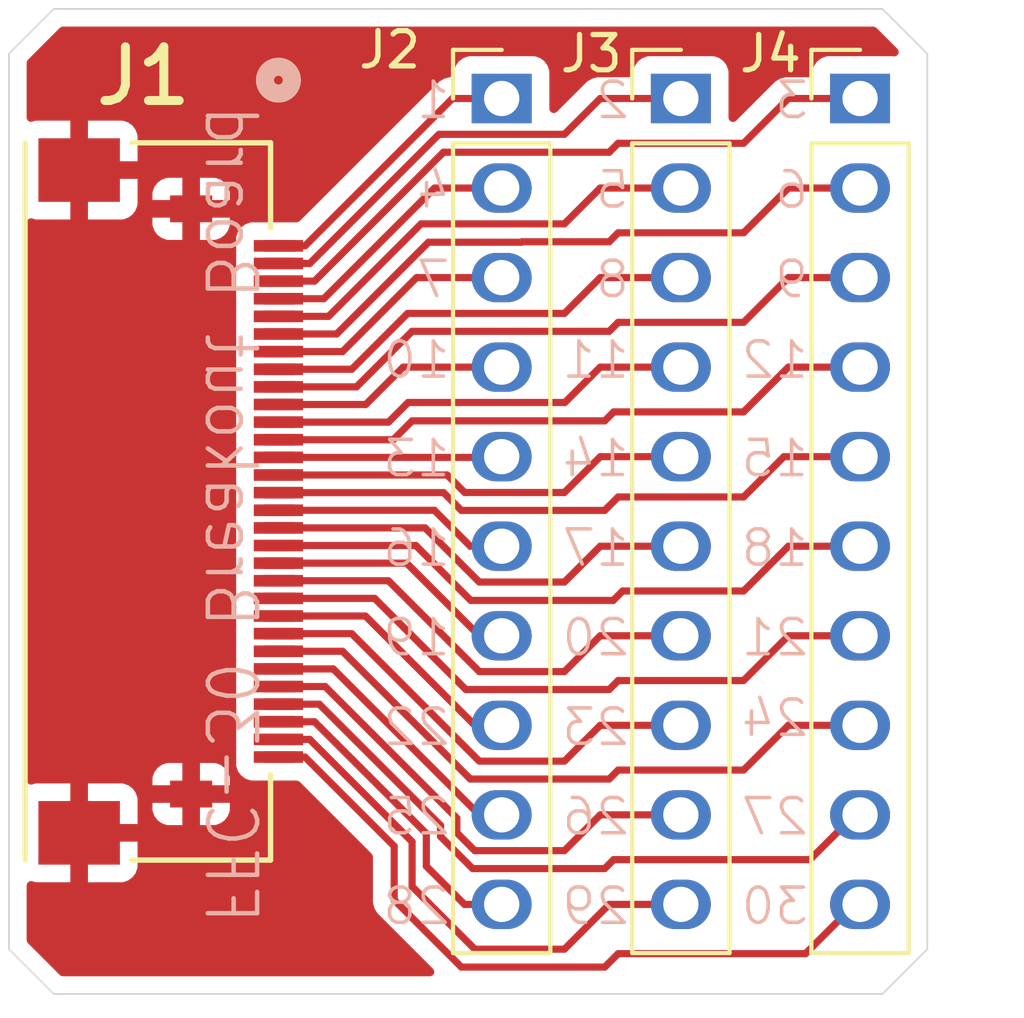
<source format=kicad_pcb>
(kicad_pcb
	(version 20241229)
	(generator "pcbnew")
	(generator_version "9.0")
	(general
		(thickness 1.6)
		(legacy_teardrops no)
	)
	(paper "A4")
	(layers
		(0 "F.Cu" signal "Top Layer")
		(2 "B.Cu" signal "Bottom Layer")
		(9 "F.Adhes" user "F.Adhesive")
		(11 "B.Adhes" user "B.Adhesive")
		(13 "F.Paste" user "Top Paste")
		(15 "B.Paste" user "Bottom Paste")
		(5 "F.SilkS" user "Top Overlay")
		(7 "B.SilkS" user "Bottom Overlay")
		(1 "F.Mask" user "Top Solder")
		(3 "B.Mask" user "Bottom Solder")
		(17 "Dwgs.User" user "User.Drawings")
		(19 "Cmts.User" user "User.Comments")
		(21 "Eco1.User" user "User.Eco1")
		(23 "Eco2.User" user "User.Eco2")
		(25 "Edge.Cuts" user)
		(27 "Margin" user)
		(31 "F.CrtYd" user "F.Courtyard")
		(29 "B.CrtYd" user "B.Courtyard")
		(35 "F.Fab" user "Mechanical 12")
		(33 "B.Fab" user "Mechanical 13")
		(39 "User.1" user "Top 3D Body")
		(41 "User.2" user "Board Outline")
		(43 "User.3" user "Top Courtyard")
		(45 "User.4" user "Bottom Courtyard")
		(47 "User.5" user "Top Assembly")
		(49 "User.6" user "Bottom 3D Body")
		(51 "User.7" user "Bottom Assembly")
		(53 "User.8" user "Top 3D Body 2")
		(55 "User.9" user "Bottom 3D Body 2")
		(57 "User.10" user "Board Outline 2")
		(59 "User.11" user "Mechanical 11")
		(61 "User.12" user "Mechanical 14")
		(63 "User.13" user "Mechanical 15")
		(65 "User.14" user "Mechanical 16")
	)
	(setup
		(pad_to_mask_clearance 0.1016)
		(allow_soldermask_bridges_in_footprints no)
		(tenting front back)
		(aux_axis_origin 72.3011 155.8036)
		(grid_origin 72.3011 155.8036)
		(pcbplotparams
			(layerselection 0x00000000_00000000_55555555_5755f5ff)
			(plot_on_all_layers_selection 0x00000000_00000000_00000000_00000000)
			(disableapertmacros no)
			(usegerberextensions no)
			(usegerberattributes yes)
			(usegerberadvancedattributes yes)
			(creategerberjobfile yes)
			(dashed_line_dash_ratio 12.000000)
			(dashed_line_gap_ratio 3.000000)
			(svgprecision 4)
			(plotframeref no)
			(mode 1)
			(useauxorigin no)
			(hpglpennumber 1)
			(hpglpenspeed 20)
			(hpglpendiameter 15.000000)
			(pdf_front_fp_property_popups yes)
			(pdf_back_fp_property_popups yes)
			(pdf_metadata yes)
			(pdf_single_document no)
			(dxfpolygonmode yes)
			(dxfimperialunits yes)
			(dxfusepcbnewfont yes)
			(psnegative no)
			(psa4output no)
			(plot_black_and_white yes)
			(sketchpadsonfab no)
			(plotpadnumbers no)
			(hidednponfab no)
			(sketchdnponfab yes)
			(crossoutdnponfab yes)
			(subtractmaskfromsilk no)
			(outputformat 1)
			(mirror no)
			(drillshape 1)
			(scaleselection 1)
			(outputdirectory "")
		)
	)
	(property "ADDRESS1" "22605 Gateway Center Drive")
	(property "ADDRESS2" "Clarksburg")
	(property "ADDRESS3" "MD")
	(property "ADDRESS4" "USA 20871")
	(property "DOCUMENTNUMBER" "")
	(property "ORGANIZATION" "Thales DSI")
	(property "SHEETTOTAL" "1")
	(net 0 "")
	(net 1 "Net-(J2-Pin_10)")
	(net 2 "Net-(J2-Pin_2)")
	(net 3 "Net-(J2-Pin_9)")
	(net 4 "Net-(J2-Pin_1)")
	(net 5 "Net-(J2-Pin_4)")
	(net 6 "Net-(J1-PIN2)")
	(net 7 "Net-(J1-PIN1)")
	(net 8 "Net-(J2-Pin_7)")
	(net 9 "Net-(J2-Pin_5)")
	(net 10 "Net-(J2-Pin_8)")
	(net 11 "Net-(J3-Pin_4)")
	(net 12 "Net-(J3-Pin_3)")
	(net 13 "Net-(J3-Pin_5)")
	(net 14 "Net-(J3-Pin_8)")
	(net 15 "Net-(J3-Pin_6)")
	(net 16 "Net-(J3-Pin_7)")
	(net 17 "Net-(J3-Pin_9)")
	(net 18 "Net-(J3-Pin_2)")
	(net 19 "Net-(J3-Pin_1)")
	(net 20 "Net-(J4-Pin_4)")
	(net 21 "Net-(J4-Pin_3)")
	(net 22 "Net-(J4-Pin_7)")
	(net 23 "Net-(J4-Pin_5)")
	(net 24 "Net-(J4-Pin_8)")
	(net 25 "Net-(J4-Pin_6)")
	(net 26 "Net-(J4-Pin_9)")
	(net 27 "Net-(J4-Pin_2)")
	(net 28 "Net-(J4-Pin_1)")
	(net 29 "Net-(J2-Pin_6)")
	(net 30 "Net-(J2-Pin_3)")
	(net 31 "GND")
	(footprint "t_connectors:PinHeader_1x10_P2.54mm_small" (layer "F.Cu") (at 142.7861 84.0486))
	(footprint "t_connectors:PinHeader_1x10_P2.54mm_small" (layer "F.Cu") (at 132.6261 84.0486))
	(footprint "t_connectors:CON_30P_FPC_5MM_C" (layer "F.Cu") (at 124.3711 95.4786 -90))
	(footprint "footprints:CONN30_FH28D-30S-0.5SH05_HIR" (layer "F.Cu") (at 122.5931 95.4786 -90))
	(footprint "t_connectors:PinHeader_1x10_P2.54mm_small" (layer "F.Cu") (at 137.7061 84.0486))
	(gr_line
		(start 144.6911 82.7786)
		(end 144.6911 108.1786)
		(stroke
			(width 0.05)
			(type default)
		)
		(layer "Edge.Cuts")
		(uuid "36d3d543-122b-4ee3-8f91-5fab999730d9")
	)
	(gr_line
		(start 118.6561 108.1786)
		(end 119.9261 109.4486)
		(stroke
			(width 0.05)
			(type default)
		)
		(layer "Edge.Cuts")
		(uuid "5793ad71-b9d0-4637-b854-043b7aac1320")
	)
	(gr_line
		(start 144.6911 82.7786)
		(end 143.4211 81.5086)
		(stroke
			(width 0.05)
			(type default)
		)
		(layer "Edge.Cuts")
		(uuid "7f2abe55-21d7-444a-bab7-3242df317854")
	)
	(gr_line
		(start 144.6911 108.1786)
		(end 143.4211 109.4486)
		(stroke
			(width 0.05)
			(type default)
		)
		(layer "Edge.Cuts")
		(uuid "9fc1baa4-08b8-47f1-bcc3-75f26d284eac")
	)
	(gr_line
		(start 143.4211 81.5086)
		(end 119.9261 81.5086)
		(stroke
			(width 0.05)
			(type default)
		)
		(layer "Edge.Cuts")
		(uuid "a0cf6004-b05d-4f23-92b8-e21feea82460")
	)
	(gr_line
		(start 118.6561 82.7786)
		(end 118.6561 108.1786)
		(stroke
			(width 0.05)
			(type default)
		)
		(layer "Edge.Cuts")
		(uuid "d43cacd6-439a-4c6a-bc68-298730eb90f5")
	)
	(gr_line
		(start 143.4211 109.4486)
		(end 119.9261 109.4486)
		(stroke
			(width 0.05)
			(type default)
		)
		(layer "Edge.Cuts")
		(uuid "eedbae36-3a68-4056-a013-329e5010cbe3")
	)
	(gr_line
		(start 118.6561 82.7786)
		(end 119.9261 81.5086)
		(stroke
			(width 0.05)
			(type default)
		)
		(layer "Edge.Cuts")
		(uuid "f82f1929-1948-4c2b-a825-e87a0d3c8590")
	)
	(gr_text "1"
		(at 131.2291 84.6836 0)
		(layer "B.SilkS")
		(uuid "0055eed0-a901-43c9-b29a-6daa700fcb95")
		(effects
			(font
				(size 1 1)
				(thickness 0.1)
			)
			(justify left bottom mirror)
		)
	)
	(gr_text "4"
		(at 131.2291 87.2236 0)
		(layer "B.SilkS")
		(uuid "050cbf9d-e83f-4a82-ab5f-1aff22f985a2")
		(effects
			(font
				(size 1 1)
				(thickness 0.1)
			)
			(justify left bottom mirror)
		)
	)
	(gr_text "8"
		(at 136.3091 89.7636 0)
		(layer "B.SilkS")
		(uuid "0d3bc5b4-3ea2-48a0-bbb0-6cb250efa1b2")
		(effects
			(font
				(size 1 1)
				(thickness 0.1)
			)
			(justify left bottom mirror)
		)
	)
	(gr_text "18"
		(at 141.3891 97.3836 0)
		(layer "B.SilkS")
		(uuid "182c657b-abfa-45a0-953a-c886a321d3e3")
		(effects
			(font
				(size 1 1)
				(thickness 0.1)
			)
			(justify left bottom mirror)
		)
	)
	(gr_text "5"
		(at 136.3091 87.2236 0)
		(layer "B.SilkS")
		(uuid "1d27191f-69f5-4881-bcb7-3952ecbae2b4")
		(effects
			(font
				(size 1 1)
				(thickness 0.1)
			)
			(justify left bottom mirror)
		)
	)
	(gr_text "25"
		(at 131.2291 105.0036 0)
		(layer "B.SilkS")
		(uuid "1ec0a86a-1e5e-4cb4-9ae0-218b29020747")
		(effects
			(font
				(size 1 1)
				(thickness 0.1)
			)
			(justify left bottom mirror)
		)
	)
	(gr_text "16"
		(at 131.2291 97.3836 0)
		(layer "B.SilkS")
		(uuid "27c1aa23-0989-406d-bb22-f21b47b9b5e2")
		(effects
			(font
				(size 1 1)
				(thickness 0.1)
			)
			(justify left bottom mirror)
		)
	)
	(gr_text "FFC-30 Breakout Board"
		(at 124.1171 107.5436 270)
		(layer "B.SilkS")
		(uuid "294685df-3e5f-4002-89ce-930ac8fdec4a")
		(effects
			(font
				(size 1.397 1.27)
				(thickness 0.127)
			)
			(justify left bottom mirror)
		)
	)
	(gr_text "19"
		(at 131.2291 99.9236 0)
		(layer "B.SilkS")
		(uuid "2fec1348-8115-4496-9871-f1ec5b029e28")
		(effects
			(font
				(size 1 1)
				(thickness 0.1)
			)
			(justify left bottom mirror)
		)
	)
	(gr_text "23"
		(at 136.3091 102.4636 0)
		(layer "B.SilkS")
		(uuid "34df91d9-d910-4f4e-b93f-6451e180642e")
		(effects
			(font
				(size 1 1)
				(thickness 0.1)
			)
			(justify left bottom mirror)
		)
	)
	(gr_text "17"
		(at 136.3091 97.3836 0)
		(layer "B.SilkS")
		(uuid "425c210a-878f-4455-ac97-6a1dfe0f6621")
		(effects
			(font
				(size 1 1)
				(thickness 0.1)
			)
			(justify left bottom mirror)
		)
	)
	(gr_text "12"
		(at 141.3891 92.0496 0)
		(layer "B.SilkS")
		(uuid "50a24923-4764-4bf2-a62d-12c261c3c15f")
		(effects
			(font
				(size 1 1)
				(thickness 0.1)
			)
			(justify left bottom mirror)
		)
	)
	(gr_text "9"
		(at 141.3891 89.7636 0)
		(layer "B.SilkS")
		(uuid "52907c52-9369-4d16-a129-47fb67231db4")
		(effects
			(font
				(size 1 1)
				(thickness 0.1)
			)
			(justify left bottom mirror)
		)
	)
	(gr_text "10"
		(at 131.2291 92.0496 0)
		(layer "B.SilkS")
		(uuid "638fdd79-faa8-4e46-95c7-856c5c82ba4c")
		(effects
			(font
				(size 1 1)
				(thickness 0.1)
			)
			(justify left bottom mirror)
		)
	)
	(gr_text "13"
		(at 131.2291 94.8436 0)
		(layer "B.SilkS")
		(uuid "7461f532-0f48-468c-8691-173b56aa04a9")
		(effects
			(font
				(size 1 1)
				(thickness 0.1)
			)
			(justify left bottom mirror)
		)
	)
	(gr_text "7"
		(at 131.2291 89.7636 0)
		(layer "B.SilkS")
		(uuid "76e709cc-1000-4bd6-b927-41bdd5025f16")
		(effects
			(font
				(size 1 1)
				(thickness 0.1)
			)
			(justify left bottom mirror)
		)
	)
	(gr_text "6"
		(at 141.3891 87.2236 0)
		(layer "B.SilkS")
		(uuid "7ce608f5-6088-4369-b7c3-cfd6d4a3fdc5")
		(effects
			(font
				(size 1 1)
				(thickness 0.1)
			)
			(justify left bottom mirror)
		)
	)
	(gr_text "11"
		(at 136.3091 92.0496 0)
		(layer "B.SilkS")
		(uuid "93e43164-81af-47c9-b14a-af077402160f")
		(effects
			(font
				(size 1 1)
				(thickness 0.1)
			)
			(justify left bottom mirror)
		)
	)
	(gr_text "22"
		(at 131.2291 102.4636 0)
		(layer "B.SilkS")
		(uuid "9439a454-c473-4e12-94f0-2acf5e7d8f1c")
		(effects
			(font
				(size 1 1)
				(thickness 0.1)
			)
			(justify left bottom mirror)
		)
	)
	(gr_text "3"
		(at 141.3891 84.6836 0)
		(layer "B.SilkS")
		(uuid "970dd950-4e82-45ea-90df-fb6760a678e0")
		(effects
			(font
				(size 1 1)
				(thickness 0.1)
			)
			(justify left bottom mirror)
		)
	)
	(gr_text "21"
		(at 141.3891 99.9236 0)
		(layer "B.SilkS")
		(uuid "98bf3890-ad76-4b5a-a94f-1537e2934959")
		(effects
			(font
				(size 1 1)
				(thickness 0.1)
			)
			(justify left bottom mirror)
		)
	)
	(gr_text "14"
		(at 136.3091 94.8436 0)
		(layer "B.SilkS")
		(uuid "9b2c4878-31fd-4a4f-bba9-788f39b12ce8")
		(effects
			(font
				(size 1 1)
				(thickness 0.1)
			)
			(justify left bottom mirror)
		)
	)
	(gr_text "27"
		(at 141.3891 105.0036 0)
		(layer "B.SilkS")
		(uuid "a840def9-8651-42ed-823a-276128d3d1c2")
		(effects
			(font
				(size 1 1)
				(thickness 0.1)
			)
			(justify left bottom mirror)
		)
	)
	(gr_text "28"
		(at 131.2291 107.5436 0)
		(layer "B.SilkS")
		(uuid "bdcc8d31-be1f-4bb1-a9d0-c179ab530868")
		(effects
			(font
				(size 1 1)
				(thickness 0.1)
			)
			(justify left bottom mirror)
		)
	)
	(gr_text "30\n"
		(at 141.3891 107.5436 0)
		(layer "B.SilkS")
		(uuid "c6996541-bd57-4852-8cbd-6072439f1901")
		(effects
			(font
				(size 1 1)
				(thickness 0.1)
			)
			(justify left bottom mirror)
		)
	)
	(gr_text "26"
		(at 136.3091 105.0036 0)
		(layer "B.SilkS")
		(uuid "cfb448c9-a47f-46d0-8e1a-30ebefb473e8")
		(effects
			(font
				(size 1 1)
				(thickness 0.1)
			)
			(justify left bottom mirror)
		)
	)
	(gr_text "15"
		(at 141.3891 94.8436 0)
		(layer "B.SilkS")
		(uuid "d48a9516-4a34-4d85-9bfe-09b775caf540")
		(effects
			(font
				(size 1 1)
				(thickness 0.1)
			)
			(justify left bottom mirror)
		)
	)
	(gr_text "2"
		(at 136.3091 84.6836 0)
		(layer "B.SilkS")
		(uuid "d605f14f-d11f-4449-8e1c-a0c4d230a48b")
		(effects
			(font
				(size 1 1)
				(thickness 0.1)
			)
			(justify left bottom mirror)
		)
	)
	(gr_text "29"
		(at 136.3091 107.5436 0)
		(layer "B.SilkS")
		(uuid "dedc277c-7ff1-4885-af69-8b0f48cdb087")
		(effects
			(font
				(size 1 1)
				(thickness 0.1)
			)
			(justify left bottom mirror)
		)
	)
	(gr_text "20"
		(at 136.3091 99.9236 0)
		(layer "B.SilkS")
		(uuid "ea6b6190-ef42-431f-a52b-ba292a11be94")
		(effects
			(font
				(size 1 1)
				(thickness 0.1)
			)
			(justify left bottom mirror)
		)
	)
	(gr_text "24"
		(at 141.3891 102.2096 0)
		(layer "B.SilkS")
		(uuid "ee7542bb-7a14-41a0-a743-85373c5e0179")
		(effects
			(font
				(size 1 1)
				(thickness 0.1)
			)
			(justify left bottom mirror)
		)
	)
	(segment
		(start 130.4893 104.8988)
		(end 127.3191 101.7286)
		(width 0.2032)
		(layer "F.Cu")
		(net 1)
		(uuid "090535b4-e28a-434c-bedb-f6cd888e8912")
	)
	(segment
		(start 132.6261 106.9086)
		(end 131.5729 106.9086)
		(width 0.2032)
		(layer "F.Cu")
		(net 1)
		(uuid "0a7a25af-a049-4edd-8b52-bb25927b9516")
	)
	(segment
		(start 127.3191 101.7286)
		(end 126.3211 101.7286)
		(width 0.2032)
		(layer "F.Cu")
		(net 1)
		(uuid "456cc021-b5cd-4526-b457-952623490b16")
	)
	(segment
		(start 130.4893 105.825)
		(end 130.4893 104.8988)
		(width 0.2032)
		(layer "F.Cu")
		(net 1)
		(uuid "4b7ba94d-5055-4286-a938-738c16b94ff3")
	)
	(segment
		(start 131.5729 106.9086)
		(end 130.4893 105.825)
		(width 0.2032)
		(layer "F.Cu")
		(net 1)
		(uuid "6a6bd1c1-8323-48ec-ad74-d61d6b0f3002")
	)
	(segment
		(start 127.5811 89.7286)
		(end 130.7211 86.5886)
		(width 0.2032)
		(layer "F.Cu")
		(net 2)
		(uuid "263cf2b8-3e62-4a5e-ac03-acdf9a74f560")
	)
	(segment
		(start 130.7211 86.5886)
		(end 132.6261 86.5886)
		(width 0.2032)
		(layer "F.Cu")
		(net 2)
		(uuid "6bb25a1c-21d1-4ee6-b8c8-5c2b183c8853")
	)
	(segment
		(start 126.3211 89.7286)
		(end 127.5811 89.7286)
		(width 0.2032)
		(layer "F.Cu")
		(net 2)
		(uuid "859ac16a-3d9b-4d3a-89cb-14b265e98de4")
	)
	(segment
		(start 131.9911 104.3686)
		(end 132.6261 104.3686)
		(width 0.2032)
		(layer "F.Cu")
		(net 3)
		(uuid "2a8444c7-e3aa-40f4-bee7-dba3a628af9c")
	)
	(segment
		(start 127.8511 100.2286)
		(end 131.9911 104.3686)
		(width 0.2032)
		(layer "F.Cu")
		(net 3)
		(uuid "6afd9f92-d6f8-4705-a291-51addfa672cd")
	)
	(segment
		(start 126.3211 100.2286)
		(end 127.8511 100.2286)
		(width 0.2032)
		(layer "F.Cu")
		(net 3)
		(uuid "9c033038-b81f-4520-9965-1bbfc6e4f501")
	)
	(segment
		(start 127.0491 88.2286)
		(end 131.2291 84.0486)
		(width 0.2032)
		(layer "F.Cu")
		(net 4)
		(uuid "13e81a8e-f2a8-492f-afef-a2985acb3f1f")
	)
	(segment
		(start 126.3211 88.2286)
		(end 127.0491 88.2286)
		(width 0.2032)
		(layer "F.Cu")
		(net 4)
		(uuid "c55d541d-b11c-4ac3-8bc5-0040abb23897")
	)
	(segment
		(start 131.2291 84.0486)
		(end 132.6261 84.0486)
		(width 0.2032)
		(layer "F.Cu")
		(net 4)
		(uuid "fed8058b-f31d-4756-8237-f487f515d577")
	)
	(segment
		(start 129.8321 91.6686)
		(end 132.6261 91.6686)
		(width 0.2032)
		(layer "F.Cu")
		(net 5)
		(uuid "450125c3-ed45-4f94-8f5f-6229af257b4a")
	)
	(segment
		(start 126.3211 92.7286)
		(end 128.7721 92.7286)
		(width 0.2032)
		(layer "F.Cu")
		(net 5)
		(uuid "986c213f-e5e6-4a15-aea7-c818945cf9b8")
	)
	(segment
		(start 128.7721 92.7286)
		(end 129.8321 91.6686)
		(width 0.2032)
		(layer "F.Cu")
		(net 5)
		(uuid "f5c232a9-9005-419b-a8ba-04ff9fe64404")
	)
	(segment
		(start 126.3211 102.7286)
		(end 127.0491 102.7286)
		(width 0.2032)
		(layer "F.Cu")
		(net 6)
		(uuid "04a159a0-b5d6-4de9-b7d7-5c79e4da004d")
	)
	(segment
		(start 129.5781 106.7816)
		(end 131.4831 108.6866)
		(width 0.2032)
		(layer "F.Cu")
		(net 6)
		(uuid "1967a5b0-d130-453d-ba37-8d5634c790b6")
	)
	(segment
		(start 141.2391 108.3056)
		(end 142.6361 106.9086)
		(width 0.2032)
		(layer "F.Cu")
		(net 6)
		(uuid "1c4192c5-7863-486f-833c-2963670c1428")
	)
	(segment
		(start 142.6361 106.9086)
		(end 142.7861 106.9086)
		(width 0.2032)
		(layer "F.Cu")
		(net 6)
		(uuid "55d3bda2-8321-4d0d-a4c0-69feddda7de1")
	)
	(segment
		(start 135.5471 108.6866)
		(end 135.9281 108.3056)
		(width 0.2032)
		(layer "F.Cu")
		(net 6)
		(uuid "821924d0-4f8b-4e7c-be29-1eb057b79195")
	)
	(segment
		(start 127.0491 102.7286)
		(end 129.5781 105.2576)
		(width 0.2032)
		(layer "F.Cu")
		(net 6)
		(uuid "adcd3ac5-2069-44cb-8c1a-2b77c525ea13")
	)
	(segment
		(start 131.4831 108.6866)
		(end 135.5471 108.6866)
		(width 0.2032)
		(layer "F.Cu")
		(net 6)
		(uuid "bf8d01a0-d60a-4a63-bf71-884579c4a090")
	)
	(segment
		(start 129.5781 105.2576)
		(end 129.5781 106.7816)
		(width 0.2032)
		(layer "F.Cu")
		(net 6)
		(uuid "d41411d3-b1b1-4680-b0a0-b4ff49123654")
	)
	(segment
		(start 135.9281 108.3056)
		(end 141.2391 108.3056)
		(width 0.2032)
		(layer "F.Cu")
		(net 6)
		(uuid "e3e9848d-9177-4616-acd5-a95ce41e5526")
	)
	(segment
		(start 130.0861 105.1306)
		(end 130.0861 106.4006)
		(width 0.2032)
		(layer "F.Cu")
		(net 7)
		(uuid "0b60dfe3-0c34-4c00-b995-39cba7aa94ac")
	)
	(segment
		(start 131.8641 108.1786)
		(end 134.4041 108.1786)
		(width 0.2032)
		(layer "F.Cu")
		(net 7)
		(uuid "55428327-dbd5-46e9-9f63-91a445237148")
	)
	(segment
		(start 135.6741 106.9086)
		(end 137.7061 106.9086)
		(width 0.2032)
		(layer "F.Cu")
		(net 7)
		(uuid "6e103efa-6dd3-449f-84f5-ccb76124e604")
	)
	(segment
		(start 134.4041 108.1786)
		(end 135.6741 106.9086)
		(width 0.2032)
		(layer "F.Cu")
		(net 7)
		(uuid "90fdb6db-f35b-483a-997c-0af9b23ae921")
	)
	(segment
		(start 126.3211 102.2286)
		(end 127.1841 102.2286)
		(width 0.2032)
		(layer "F.Cu")
		(net 7)
		(uuid "b6b19937-2a94-454a-b7b5-99b29def1868")
	)
	(segment
		(start 130.0861 106.4006)
		(end 131.8641 108.1786)
		(width 0.2032)
		(layer "F.Cu")
		(net 7)
		(uuid "ee137f1b-e1d4-4a26-9384-59217d67732e")
	)
	(segment
		(start 127.1841 102.2286)
		(end 130.0861 105.1306)
		(width 0.2032)
		(layer "F.Cu")
		(net 7)
		(uuid "f975c443-8378-4d48-ba97-2b255c784379")
	)
	(segment
		(start 131.9911 99.2886)
		(end 132.6261 99.2886)
		(width 0.2032)
		(layer "F.Cu")
		(net 8)
		(uuid "379351e6-10e9-40d6-b1a7-be6255a4e605")
	)
	(segment
		(start 129.9311 97.2286)
		(end 131.9911 99.2886)
		(width 0.2032)
		(layer "F.Cu")
		(net 8)
		(uuid "a099f46f-d533-45e0-ab91-418bb14e2b8e")
	)
	(segment
		(start 126.3211 97.2286)
		(end 129.9311 97.2286)
		(width 0.2032)
		(layer "F.Cu")
		(net 8)
		(uuid "b3a6bf40-c67e-4418-a9ec-b36454d08d9f")
	)
	(segment
		(start 132.6061 94.2286)
		(end 132.6261 94.2086)
		(width 0.2032)
		(layer "F.Cu")
		(net 9)
		(uuid "26b6bb31-a8b9-46f7-ae78-f6bb517852a2")
	)
	(segment
		(start 126.3211 94.2286)
		(end 132.6061 94.2286)
		(width 0.2032)
		(layer "F.Cu")
		(net 9)
		(uuid "73264d22-df53-46bb-9129-4412d1715eca")
	)
	(segment
		(start 131.8641 101.8286)
		(end 132.6261 101.8286)
		(width 0.2032)
		(layer "F.Cu")
		(net 10)
		(uuid "133b675d-7125-4d08-873a-32e70b36c5a1")
	)
	(segment
		(start 128.7641 98.7286)
		(end 131.8641 101.8286)
		(width 0.2032)
		(layer "F.Cu")
		(net 10)
		(uuid "4e67daf6-9bbf-4205-939c-421386067ab3")
	)
	(segment
		(start 126.3211 98.7286)
		(end 128.7641 98.7286)
		(width 0.2032)
		(layer "F.Cu")
		(net 10)
		(uuid "cf203784-115a-4826-a174-db3fe5e497ed")
	)
	(segment
		(start 134.4175 92.6712)
		(end 135.4201 91.6686)
		(width 0.2032)
		(layer "F.Cu")
		(net 11)
		(uuid "1ccc9a99-f5ac-46b0-804e-a62ed1f680d2")
	)
	(segment
		(start 135.4201 91.6686)
		(end 137.7061 91.6686)
		(width 0.2032)
		(layer "F.Cu")
		(net 11)
		(uuid "20e2f419-f353-49e0-9224-91a309f45552")
	)
	(segment
		(start 126.3211 93.2286)
		(end 129.4151 93.2286)
		(width 0.2032)
		(layer "F.Cu")
		(net 11)
		(uuid "8a9153d6-c330-4a58-9d89-c9b470838441")
	)
	(segment
		(start 129.9725 92.6712)
		(end 134.4175 92.6712)
		(width 0.2032)
		(layer "F.Cu")
		(net 11)
		(uuid "a90377d7-0302-4e9b-8a20-843ccf119a6d")
	)
	(segment
		(start 129.4151 93.2286)
		(end 129.9725 92.6712)
		(width 0.2032)
		(layer "F.Cu")
		(net 11)
		(uuid "ccc756a8-c92f-4df8-8e6e-e10a57ecc6f0")
	)
	(segment
		(start 134.4041 90.1446)
		(end 135.4201 89.1286)
		(width 0.2032)
		(layer "F.Cu")
		(net 12)
		(uuid "03b98aca-166b-4b14-8e39-f9e0b73b1414")
	)
	(segment
		(start 129.9591 90.1446)
		(end 134.4041 90.1446)
		(width 0.2032)
		(layer "F.Cu")
		(net 12)
		(uuid "6f1ba43a-d628-4c6f-a1f0-9a6070d37de6")
	)
	(segment
		(start 128.3751 91.7286)
		(end 129.9591 90.1446)
		(width 0.2032)
		(layer "F.Cu")
		(net 12)
		(uuid "76be4a12-70d0-4c8d-b0b5-4f8ea021d55f")
	)
	(segment
		(start 135.4201 89.1286)
		(end 137.7061 89.1286)
		(width 0.2032)
		(layer "F.Cu")
		(net 12)
		(uuid "82ccce69-ca41-4d0e-82af-cad656dc5dbf")
	)
	(segment
		(start 126.3211 91.7286)
		(end 128.3751 91.7286)
		(width 0.2032)
		(layer "F.Cu")
		(net 12)
		(uuid "c61543d7-cad8-42cf-b501-0757ece5eae6")
	)
	(segment
		(start 134.4041 95.2246)
		(end 135.4201 94.2086)
		(width 0.2032)
		(layer "F.Cu")
		(net 13)
		(uuid "08b0095a-edd5-458c-9b13-a4d241e2d7bc")
	)
	(segment
		(start 126.3211 94.7286)
		(end 131.081705 94.7286)
		(width 0.2032)
		(layer "F.Cu")
		(net 13)
		(uuid "43dd7df4-dfff-4e27-85c2-fb04d509317f")
	)
	(segment
		(start 131.577705 95.2246)
		(end 134.4041 95.2246)
		(width 0.2032)
		(layer "F.Cu")
		(net 13)
		(uuid "5684b8d0-2c4c-4d81-ba86-b17dec1e00e8")
	)
	(segment
		(start 131.081705 94.7286)
		(end 131.577705 95.2246)
		(width 0.2032)
		(layer "F.Cu")
		(net 13)
		(uuid "5943189c-4cb3-49e5-8ba0-552f479dd514")
	)
	(segment
		(start 135.4201 94.2086)
		(end 137.7061 94.2086)
		(width 0.2032)
		(layer "F.Cu")
		(net 13)
		(uuid "d57f14f3-cedb-4a49-9a4f-1b3d94871e82")
	)
	(segment
		(start 126.3211 99.2286)
		(end 128.3751 99.2286)
		(width 0.2032)
		(layer "F.Cu")
		(net 14)
		(uuid "0354a708-fdbd-4764-9a94-be14d8c89107")
	)
	(segment
		(start 131.9911 102.8446)
		(end 134.4041 102.8446)
		(width 0.2032)
		(layer "F.Cu")
		(net 14)
		(uuid "5be5c885-780d-4feb-8ccb-431e84013ee0")
	)
	(segment
		(start 135.4201 101.8286)
		(end 137.7061 101.8286)
		(width 0.2032)
		(layer "F.Cu")
		(net 14)
		(uuid "8267a774-cd03-47b5-a407-a6003f7243ad")
	)
	(segment
		(start 134.4041 102.8446)
		(end 135.4201 101.8286)
		(width 0.2032)
		(layer "F.Cu")
		(net 14)
		(uuid "8a9afcf2-a169-422a-aa23-5de6149fdfa0")
	)
	(segment
		(start 128.3751 99.2286)
		(end 131.9911 102.8446)
		(width 0.2032)
		(layer "F.Cu")
		(net 14)
		(uuid "fd038f9f-ac03-4f80-9a22-e9d1c1e739a3")
	)
	(segment
		(start 131.9911 97.7646)
		(end 134.4041 97.7646)
		(width 0.2032)
		(layer "F.Cu")
		(net 15)
		(uuid "38123f8a-4d19-4644-9d62-fb4059af0c90")
	)
	(segment
		(start 135.4201 96.7486)
		(end 137.7061 96.7486)
		(width 0.2032)
		(layer "F.Cu")
		(net 15)
		(uuid "8543ec76-8420-48c0-ae83-b4061930750f")
	)
	(segment
		(start 134.4041 97.7646)
		(end 135.4201 96.7486)
		(width 0.2032)
		(layer "F.Cu")
		(net 15)
		(uuid "9d626854-8bfd-4fa9-9ecc-58135103dd8f")
	)
	(segment
		(start 126.3211 96.2286)
		(end 130.4551 96.2286)
		(width 0.2032)
		(layer "F.Cu")
		(net 15)
		(uuid "c7be5f63-6ee3-4b4e-a15c-baa416c295f7")
	)
	(segment
		(start 130.4551 96.2286)
		(end 131.9911 97.7646)
		(width 0.2032)
		(layer "F.Cu")
		(net 15)
		(uuid "caad104b-e21f-402b-b613-5ec16748f8d5")
	)
	(segment
		(start 135.4201 99.2886)
		(end 137.7061 99.2886)
		(width 0.2032)
		(layer "F.Cu")
		(net 16)
		(uuid "27870746-5c43-41a7-bee6-86fa7e6f1520")
	)
	(segment
		(start 131.9911 100.3046)
		(end 134.4041 100.3046)
		(width 0.2032)
		(layer "F.Cu")
		(net 16)
		(uuid "96d975df-88f4-4ba0-86e7-c77bae3f60c7")
	)
	(segment
		(start 129.4151 97.7286)
		(end 131.9911 100.3046)
		(width 0.2032)
		(layer "F.Cu")
		(net 16)
		(uuid "9710a2fe-622a-4ff8-a353-7593f1fee5e3")
	)
	(segment
		(start 134.4041 100.3046)
		(end 135.4201 99.2886)
		(width 0.2032)
		(layer "F.Cu")
		(net 16)
		(uuid "a2a842f8-92b3-4684-bda7-57e36f78b86d")
	)
	(segment
		(start 126.3211 97.7286)
		(end 129.4151 97.7286)
		(width 0.2032)
		(layer "F.Cu")
		(net 16)
		(uuid "aff698f6-391a-4748-87ce-5190fa2c27ae")
	)
	(segment
		(start 127.620205 100.7286)
		(end 131.3561 104.464495)
		(width 0.2032)
		(layer "F.Cu")
		(net 17)
		(uuid "7443541b-c715-4a94-b3a2-38f43d5983a2")
	)
	(segment
		(start 131.3561 104.8766)
		(end 131.8641 105.3846)
		(width 0.2032)
		(layer "F.Cu")
		(net 17)
		(uuid "9eb1575b-42d5-4bf5-8c89-38f26ae78404")
	)
	(segment
		(start 131.3561 104.464495)
		(end 131.3561 104.8766)
		(width 0.2032)
		(layer "F.Cu")
		(net 17)
		(uuid "9f2108f6-d72b-4f36-b688-9693dbaeeb43")
	)
	(segment
		(start 126.3211 100.7286)
		(end 127.620205 100.7286)
		(width 0.2032)
		(layer "F.Cu")
		(net 17)
		(uuid "b6e84db5-d284-4f40-8bec-5071564f92d7")
	)
	(segment
		(start 135.4201 104.3686)
		(end 137.7061 104.3686)
		(width 0.2032)
		(layer "F.Cu")
		(net 17)
		(uuid "bc8f9fea-53bf-494e-8dd7-c95aea5c5947")
	)
	(segment
		(start 134.4041 105.3846)
		(end 135.4201 104.3686)
		(width 0.2032)
		(layer "F.Cu")
		(net 17)
		(uuid "c17e598a-5e67-4e7e-9d65-bcbc92c52406")
	)
	(segment
		(start 131.8641 105.3846)
		(end 134.4041 105.3846)
		(width 0.2032)
		(layer "F.Cu")
		(net 17)
		(uuid "cf1a1fc5-1427-4a3c-b5a2-f377197f41ce")
	)
	(segment
		(start 127.716682 90.2286)
		(end 130.340682 87.6046)
		(width 0.2032)
		(layer "F.Cu")
		(net 18)
		(uuid "5d8e2a1f-a000-4a1d-bb11-7e7844888ec6")
	)
	(segment
		(start 130.340682 87.6046)
		(end 134.4041 87.6046)
		(width 0.2032)
		(layer "F.Cu")
		(net 18)
		(uuid "93431c1b-74ef-4941-8b70-09d7ffb95ed8")
	)
	(segment
		(start 135.4201 86.5886)
		(end 137.7061 86.5886)
		(width 0.2032)
		(layer "F.Cu")
		(net 18)
		(uuid "d6bfe1f3-23c7-4895-9270-5860bceb561a")
	)
	(segment
		(start 126.3211 90.2286)
		(end 127.716682 90.2286)
		(width 0.2032)
		(layer "F.Cu")
		(net 18)
		(uuid "db56724a-4a07-4f30-aa6c-464556b9f2b7")
	)
	(segment
		(start 134.4041 87.6046)
		(end 135.4201 86.5886)
		(width 0.2032)
		(layer "F.Cu")
		(net 18)
		(uuid "ed6621cf-b7ba-4731-b9a5-249f4d3bc232")
	)
	(segment
		(start 126.3211 88.7286)
		(end 127.1841 88.7286)
		(width 0.2032)
		(layer "F.Cu")
		(net 19)
		(uuid "176cac4e-6982-4b2a-bc68-3a2c1ebff573")
	)
	(segment
		(start 134.4041 85.0646)
		(end 135.4201 84.0486)
		(width 0.2032)
		(layer "F.Cu")
		(net 19)
		(uuid "31cf4f1e-6bc7-457b-904d-7dcbeb11a0a4")
	)
	(segment
		(start 135.4201 84.0486)
		(end 137.7061 84.0486)
		(width 0.2032)
		(layer "F.Cu")
		(net 19)
		(uuid "919b765c-302e-40cc-b3ed-1394ceb108d5")
	)
	(segment
		(start 127.1841 88.7286)
		(end 130.8481 85.0646)
		(width 0.2032)
		(layer "F.Cu")
		(net 19)
		(uuid "9d11bbf1-6226-4f87-8251-1765970df15c")
	)
	(segment
		(start 130.8481 85.0646)
		(end 134.4041 85.0646)
		(width 0.2032)
		(layer "F.Cu")
		(net 19)
		(uuid "d45eef39-7b60-4363-8dbc-c0fa97147f23")
	)
	(segment
		(start 130.0861 93.1926)
		(end 135.5471 93.1926)
		(width 0.2032)
		(layer "F.Cu")
		(net 20)
		(uuid "239e12fd-0bba-44be-96f8-098628d6ab0c")
	)
	(segment
		(start 140.7541 91.6686)
		(end 142.7861 91.6686)
		(width 0.2032)
		(layer "F.Cu")
		(net 20)
		(uuid "31d242e5-626e-4b46-8b0e-d64476ce0d98")
	)
	(segment
		(start 129.5501 93.7286)
		(end 130.0861 93.1926)
		(width 0.2032)
		(layer "F.Cu")
		(net 20)
		(uuid "4b7df535-2df1-484e-9d88-819fdbda6310")
	)
	(segment
		(start 139.4841 92.9386)
		(end 140.7541 91.6686)
		(width 0.2032)
		(layer "F.Cu")
		(net 20)
		(uuid "5163a4f8-555b-4c36-9e38-1d7aade01e84")
	)
	(segment
		(start 135.5471 93.1926)
		(end 135.8011 92.9386)
		(width 0.2032)
		(layer "F.Cu")
		(net 20)
		(uuid "56aed4ca-9548-4daa-a151-1e5fd7b22fd2")
	)
	(segment
		(start 126.3211 93.7286)
		(end 129.5501 93.7286)
		(width 0.2032)
		(layer "F.Cu")
		(net 20)
		(uuid "a21639e9-d0ae-421a-9598-f55c9ec17824")
	)
	(segment
		(start 135.8011 92.9386)
		(end 139.4841 92.9386)
		(width 0.2032)
		(layer "F.Cu")
		(net 20)
		(uuid "dd2734ab-c3ee-4019-a1b6-e2b25fab9caa")
	)
	(segment
		(start 135.6741 90.6526)
		(end 135.9281 90.3986)
		(width 0.2032)
		(layer "F.Cu")
		(net 21)
		(uuid "3c6d37af-d9a6-4815-bb7d-b210fd04ac6c")
	)
	(segment
		(start 130.0861 90.6526)
		(end 135.6741 90.6526)
		(width 0.2032)
		(layer "F.Cu")
		(net 21)
		(uuid "4f09d1eb-07d1-4b0a-9cd1-ec565cd30490")
	)
	(segment
		(start 139.4841 90.3986)
		(end 140.7541 89.1286)
		(width 0.2032)
		(layer "F.Cu")
		(net 21)
		(uuid "697e09c8-65f5-44b3-b8bb-9a2fc74296f1")
	)
	(segment
		(start 135.9281 90.3986)
		(end 139.4841 90.3986)
		(width 0.2032)
		(layer "F.Cu")
		(net 21)
		(uuid "714030ef-7c49-4426-b4ce-2266e55df234")
	)
	(segment
		(start 128.5101 92.2286)
		(end 130.0861 90.6526)
		(width 0.2032)
		(layer "F.Cu")
		(net 21)
		(uuid "c956505b-9246-4390-88d7-8d4fa898d12d")
	)
	(segment
		(start 140.7541 89.1286)
		(end 142.7861 89.1286)
		(width 0.2032)
		(layer "F.Cu")
		(net 21)
		(uuid "f56eaae8-eeb6-404f-b1ab-c1cd2535dd1f")
	)
	(segment
		(start 126.3211 92.2286)
		(end 128.5101 92.2286)
		(width 0.2032)
		(layer "F.Cu")
		(net 21)
		(uuid "fbccba25-9b9e-43c6-8a0d-23903dfc8edb")
	)
	(segment
		(start 140.7541 99.2886)
		(end 142.7861 99.2886)
		(width 0.2032)
		(layer "F.Cu")
		(net 22)
		(uuid "28ed2ce4-4d7e-4f42-bdc7-b095e93561ae")
	)
	(segment
		(start 126.3211 98.2286)
		(end 129.0261 98.2286)
		(width 0.2032)
		(layer "F.Cu")
		(net 22)
		(uuid "53fcbd3d-e542-49d3-b8f7-2721e522cdfe")
	)
	(segment
		(start 135.6741 100.8126)
		(end 135.9281 100.5586)
		(width 0.2032)
		(layer "F.Cu")
		(net 22)
		(uuid "8fed07bd-0031-4349-b42d-44ea00fadbeb")
	)
	(segment
		(start 135.9281 100.5586)
		(end 139.4841 100.5586)
		(width 0.2032)
		(layer "F.Cu")
		(net 22)
		(uuid "cf5a4d6d-fee2-4a30-b9d4-ba917ecfab6e")
	)
	(segment
		(start 139.4841 100.5586)
		(end 140.7541 99.2886)
		(width 0.2032)
		(layer "F.Cu")
		(net 22)
		(uuid "e9171d44-b834-4e89-bee9-681639f4de9c")
	)
	(segment
		(start 129.0261 98.2286)
		(end 131.6101 100.8126)
		(width 0.2032)
		(layer "F.Cu")
		(net 22)
		(uuid "eaadf4e9-d0eb-435e-9a32-578af5c0698b")
	)
	(segment
		(start 131.6101 100.8126)
		(end 135.6741 100.8126)
		(width 0.2032)
		(layer "F.Cu")
		(net 22)
		(uuid "f2c9101e-c4fe-41cc-b2d1-985638191733")
	)
	(segment
		(start 139.4841 95.3516)
		(end 140.6271 94.2086)
		(width 0.2032)
		(layer "F.Cu")
		(net 23)
		(uuid "491c863f-d180-4429-b697-8958317cfce0")
	)
	(segment
		(start 135.5471 95.7326)
		(end 135.9281 95.3516)
		(width 0.2032)
		(layer "F.Cu")
		(net 23)
		(uuid "514d04e5-d56f-49bc-8d19-2e82166451e2")
	)
	(segment
		(start 130.9791 95.2286)
		(end 131.4831 95.7326)
		(width 0.2032)
		(layer "F.Cu")
		(net 23)
		(uuid "7655b7e9-5c42-4c82-a550-252b112d5679")
	)
	(segment
		(start 126.3211 95.2286)
		(end 130.9791 95.2286)
		(width 0.2032)
		(layer "F.Cu")
		(net 23)
		(uuid "cb23dfad-2f5c-4ea9-9130-1007079aba4c")
	)
	(segment
		(start 140.6271 94.2086)
		(end 142.7861 94.2086)
		(width 0.2032)
		(layer "F.Cu")
		(net 23)
		(uuid "d4c3804c-39e3-4db9-9e65-943427fda83b")
	)
	(segment
		(start 135.9281 95.3516)
		(end 139.4841 95.3516)
		(width 0.2032)
		(layer "F.Cu")
		(net 23)
		(uuid "e7edb806-2c82-4daf-89aa-f89c2cb6aebf")
	)
	(segment
		(start 131.4831 95.7326)
		(end 135.5471 95.7326)
		(width 0.2032)
		(layer "F.Cu")
		(net 23)
		(uuid "f0af53e7-8d2f-48bb-87c1-78dfe1b8a5b6")
	)
	(segment
		(start 139.4841 103.0986)
		(end 140.7541 101.8286)
		(width 0.2032)
		(layer "F.Cu")
		(net 24)
		(uuid "07f3d635-2654-4569-994a-249ac0a7b0c7")
	)
	(segment
		(start 135.9281 103.0986)
		(end 139.4841 103.0986)
		(width 0.2032)
		(layer "F.Cu")
		(net 24)
		(uuid "70aebbc6-0839-4b2c-ab6e-4e2a561ea978")
	)
	(segment
		(start 140.7541 101.8286)
		(end 142.7861 101.8286)
		(width 0.2032)
		(layer "F.Cu")
		(net 24)
		(uuid "9518cafa-f885-408a-bc5e-e3d11003b59f")
	)
	(segment
		(start 131.7371 103.3526)
		(end 135.6741 103.3526)
		(width 0.2032)
		(layer "F.Cu")
		(net 24)
		(uuid "97ae74ad-0271-4afd-bddc-6d661ac6ccd6")
	)
	(segment
		(start 128.1131 99.7286)
		(end 131.7371 103.3526)
		(width 0.2032)
		(layer "F.Cu")
		(net 24)
		(uuid "ce6ab431-a8bd-4c56-afa0-24d5819d641a")
	)
	(segment
		(start 135.6741 103.3526)
		(end 135.9281 103.0986)
		(width 0.2032)
		(layer "F.Cu")
		(net 24)
		(uuid "d1b85ec0-7549-4f9c-9e9c-250a31c8f843")
	)
	(segment
		(start 126.3211 99.7286)
		(end 128.1131 99.7286)
		(width 0.2032)
		(layer "F.Cu")
		(net 24)
		(uuid "d79fb800-13f9-41c1-bb5b-11e78b412ad2")
	)
	(segment
		(start 139.4841 98.0186)
		(end 140.7541 96.7486)
		(width 0.2032)
		(layer "F.Cu")
		(net 25)
		(uuid "1446d306-f51b-4236-b536-d1de50b4f472")
	)
	(segment
		(start 136.0551 98.0186)
		(end 139.4841 98.0186)
		(width 0.2032)
		(layer "F.Cu")
		(net 25)
		(uuid "5b2b0a53-0770-4f0b-83ae-07d4b60ea1a5")
	)
	(segment
		(start 140.7541 96.7486)
		(end 142.7861 96.7486)
		(width 0.2032)
		(layer "F.Cu")
		(net 25)
		(uuid "603e1f7b-1a68-47e5-a7e5-8f16e4e172e8")
	)
	(segment
		(start 126.3211 96.7286)
		(end 130.1931 96.7286)
		(width 0.2032)
		(layer "F.Cu")
		(net 25)
		(uuid "6f412b89-4242-4137-bb94-54469c910b82")
	)
	(segment
		(start 131.7505 98.286)
		(end 135.7877 98.286)
		(width 0.2032)
		(layer "F.Cu")
		(net 25)
		(uuid "be4faf8f-1e5f-49c7-9e8a-154d35316f1e")
	)
	(segment
		(start 130.1931 96.7286)
		(end 131.7505 98.286)
		(width 0.2032)
		(layer "F.Cu")
		(net 25)
		(uuid "cd228e61-51a1-42a4-9d42-f15e7bada250")
	)
	(segment
		(start 135.7877 98.286)
		(end 136.0551 98.0186)
		(width 0.2032)
		(layer "F.Cu")
		(net 25)
		(uuid "e9584def-9a9c-4ad5-9710-e51793e654bb")
	)
	(segment
		(start 135.8011 105.6386)
		(end 135.5471 105.8926)
		(width 0.2032)
		(layer "F.Cu")
		(net 26)
		(uuid "0614bc74-18b1-431c-a84e-d9afdbf50868")
	)
	(segment
		(start 131.80189 105.8926)
		(end 130.8925 104.98321)
		(width 0.2032)
		(layer "F.Cu")
		(net 26)
		(uuid "0af05a2d-a607-4052-980b-d95a0510aca6")
	)
	(segment
		(start 127.4541 101.2286)
		(end 126.3211 101.2286)
		(width 0.2032)
		(layer "F.Cu")
		(net 26)
		(uuid "0d434e86-7cc1-46e6-b0c4-392ccec91d01")
	)
	(segment
		(start 142.7861 104.3686)
		(end 142.6361 104.3686)
		(width 0.2032)
		(layer "F.Cu")
		(net 26)
		(uuid "34402e68-d48b-41a7-b978-11b2f46a66a9")
	)
	(segment
		(start 130.8925 104.98321)
		(end 130.8925 104.667)
		(width 0.2032)
		(layer "F.Cu")
		(net 26)
		(uuid "5511e48d-d7c0-4ad8-ade9-0e91ac229053")
	)
	(segment
		(start 130.8925 104.667)
		(end 127.4541 101.2286)
		(width 0.2032)
		(layer "F.Cu")
		(net 26)
		(uuid "9c1b9b93-638b-4d35-a018-c07736f0f805")
	)
	(segment
		(start 141.3661 105.6386)
		(end 135.8011 105.6386)
		(width 0.2032)
		(layer "F.Cu")
		(net 26)
		(uuid "aa36cd71-9a75-48c2-b9e0-f8b48902c84c")
	)
	(segment
		(start 142.6361 104.3686)
		(end 141.3661 105.6386)
		(width 0.2032)
		(layer "F.Cu")
		(net 26)
		(uuid "baf6240e-f577-48e6-8db4-59788153740f")
	)
	(segment
		(start 135.5471 105.8926)
		(end 131.80189 105.8926)
		(width 0.2032)
		(layer "F.Cu")
		(net 26)
		(uuid "fd63197e-9c98-4fe3-a938-7d44464dbd60")
	)
	(segment
		(start 139.4841 87.8586)
		(end 135.9281 87.8586)
		(width 0.2032)
		(layer "F.Cu")
		(net 27)
		(uuid "41ff9063-9883-4a87-bd80-146c3816d6be")
	)
	(segment
		(start 135.9281 87.8586)
		(end 135.6741 88.1126)
		(width 0.2032)
		(layer "F.Cu")
		(net 27)
		(uuid "580f8cca-46f5-47a9-bbb5-1a9f215cc6f1")
	)
	(segment
		(start 142.7861 86.5886)
		(end 140.7541 86.5886)
		(width 0.2032)
		(layer "F.Cu")
		(net 27)
		(uuid "5c503dc9-5450-44f6-b12b-9b4316643b50")
	)
	(segment
		(start 133.204791 88.1126)
		(end 133.191391 88.126)
		(width 0.2032)
		(layer "F.Cu")
		(net 27)
		(uuid "5ef87aeb-f978-4b97-84e0-de0bebd632cd")
	)
	(segment
		(start 127.946287 90.7286)
		(end 126.3211 90.7286)
		(width 0.2032)
		(layer "F.Cu")
		(net 27)
		(uuid "8cdd2c79-18a4-4c6d-ba54-0672ac9d2e2c")
	)
	(segment
		(start 140.7541 86.5886)
		(end 139.4841 87.8586)
		(width 0.2032)
		(layer "F.Cu")
		(net 27)
		(uuid "999d46b2-8dc3-4297-9e21-cdf778fb89c1")
	)
	(segment
		(start 135.6741 88.1126)
		(end 133.204791 88.1126)
		(width 0.2032)
		(layer "F.Cu")
		(net 27)
		(uuid "b2a88cd6-e144-49b4-a22d-eadc0a95598a")
	)
	(segment
		(start 130.548887 88.126)
		(end 127.946287 90.7286)
		(width 0.2032)
		(layer "F.Cu")
		(net 27)
		(uuid "b5db4738-f36e-4ec6-8ef4-5cfa408105d3")
	)
	(segment
		(start 133.191391 88.126)
		(end 130.548887 88.126)
		(width 0.2032)
		(layer "F.Cu")
		(net 27)
		(uuid "f9846366-83f0-444a-9d13-9a7f55aa46cd")
	)
	(segment
		(start 135.6741 85.5726)
		(end 135.9281 85.3186)
		(width 0.2032)
		(layer "F.Cu")
		(net 28)
		(uuid "0ed0fd7b-0dc6-4800-ae68-2bf3318d0936")
	)
	(segment
		(start 127.3191 89.2286)
		(end 130.9751 85.5726)
		(width 0.2032)
		(layer "F.Cu")
		(net 28)
		(uuid "3b92cbfd-5ce1-41a6-a0dd-129a03f10d9f")
	)
	(segment
		(start 135.9281 85.3186)
		(end 139.4841 85.3186)
		(width 0.2032)
		(layer "F.Cu")
		(net 28)
		(uuid "68a1b84c-f01a-44b4-9fbf-c5344e81548b")
	)
	(segment
		(start 140.7541 84.0486)
		(end 142.7861 84.0486)
		(width 0.2032)
		(layer "F.Cu")
		(net 28)
		(uuid "733828a5-9355-4482-939b-867a5db22020")
	)
	(segment
		(start 139.4841 85.3186)
		(end 140.7541 84.0486)
		(width 0.2032)
		(layer "F.Cu")
		(net 28)
		(uuid "93e7dc3f-ddf1-419c-a945-44bd0304d161")
	)
	(segment
		(start 126.3211 89.2286)
		(end 127.3191 89.2286)
		(width 0.2032)
		(layer "F.Cu")
		(net 28)
		(uuid "a71b8fb7-60bc-4c7b-aec6-c1885bc278e9")
	)
	(segment
		(start 130.9751 85.5726)
		(end 135.6741 85.5726)
		(width 0.2032)
		(layer "F.Cu")
		(net 28)
		(uuid "e5df5bdf-5dce-4b0a-b453-8c67226b0258")
	)
	(segment
		(start 130.7171 95.7286)
		(end 131.7371 96.7486)
		(width 0.2032)
		(layer "F.Cu")
		(net 29)
		(uuid "37cf9215-505f-44e7-8bea-6a813419fa15")
	)
	(segment
		(start 131.7371 96.7486)
		(end 132.6261 96.7486)
		(width 0.2032)
		(layer "F.Cu")
		(net 29)
		(uuid "a138adff-6729-4d74-aa2b-a0abf29e4a5b")
	)
	(segment
		(start 126.3211 95.7286)
		(end 130.7171 95.7286)
		(width 0.2032)
		(layer "F.Cu")
		(net 29)
		(uuid "b8c9934b-2114-47e8-bdce-c43486261f00")
	)
	(segment
		(start 126.3211 91.2286)
		(end 128.1131 91.2286)
		(width 0.2032)
		(layer "F.Cu")
		(net 30)
		(uuid "a2e61676-6904-4f8a-aa7c-95674df22c8a")
	)
	(segment
		(start 128.1131 91.2286)
		(end 130.2131 89.1286)
		(width 0.2032)
		(layer "F.Cu")
		(net 30)
		(uuid "c6487efb-e2e0-4c71-930f-4e1ae67a2ad1")
	)
	(segment
		(start 130.2131 89.1286)
		(end 132.6261 89.1286)
		(width 0.2032)
		(layer "F.Cu")
		(net 30)
		(uuid "cd65171f-9ba0-4275-ab41-1d09cad42368")
	)
	(zone
		(net 31)
		(net_name "GND")
		(layer "F.Cu")
		(uuid "eafddf69-4c69-4135-955b-f9a1dd4aed9d")
		(hatch edge 0.5)
		(connect_pads
			(clearance 0.5)
		)
		(min_thickness 0.25)
		(filled_areas_thickness no)
		(fill yes
			(thermal_gap 0.5)
			(thermal_bridge_width 0.5)
		)
		(polygon
			(pts
				(xy 118.4021 82.3976) (xy 119.5451 81.2546) (xy 143.8021 81.2546) (xy 144.9451 82.3976) (xy 144.9451 108.6866)
				(xy 143.9291 109.7026) (xy 119.4181 109.7026) (xy 118.4021 108.6866)
			)
		)
		(filled_polygon
			(layer "F.Cu")
			(pts
				(xy 143.229463 82.028785) (xy 143.250105 82.045419) (xy 143.848671 82.643985) (xy 143.882156 82.705308)
				(xy 143.877172 82.775) (xy 143.8353 82.830933) (xy 143.769836 82.85535) (xy 143.747735 82.854956)
				(xy 143.743585 82.854509) (xy 143.743583 82.854509) (xy 143.683973 82.8481) (xy 143.683964 82.8481)
				(xy 141.888229 82.8481) (xy 141.888223 82.848101) (xy 141.828616 82.854508) (xy 141.693771 82.904802)
				(xy 141.693764 82.904806) (xy 141.578555 82.991052) (xy 141.578552 82.991055) (xy 141.492306 83.106264)
				(xy 141.492302 83.106271) (xy 141.442008 83.241117) (xy 141.435601 83.300716) (xy 141.435601 83.300723)
				(xy 141.4356 83.300735) (xy 141.4356 83.3225) (xy 141.415915 83.389539) (xy 141.363111 83.435294)
				(xy 141.3116 83.4465) (xy 140.674832 83.4465) (xy 140.572742 83.473855) (xy 140.521697 83.487533)
				(xy 140.384403 83.566799) (xy 140.3844 83.566801) (xy 139.271021 84.680181) (xy 139.244093 84.694884)
				(xy 139.218275 84.711477) (xy 139.212074 84.712368) (xy 139.209698 84.713666) (xy 139.18334 84.7165)
				(xy 139.1806 84.7165) (xy 139.113561 84.696815) (xy 139.067806 84.644011) (xy 139.0566 84.5925)
				(xy 139.056599 83.300729) (xy 139.056598 83.300723) (xy 139.056597 83.300716) (xy 139.050191 83.241117)
				(xy 138.999896 83.106269) (xy 138.999895 83.106268) (xy 138.999893 83.106264) (xy 138.913647 82.991055)
				(xy 138.913644 82.991052) (xy 138.798435 82.904806) (xy 138.798428 82.904802) (xy 138.663582 82.854508)
				(xy 138.663583 82.854508) (xy 138.603983 82.848101) (xy 138.603981 82.8481) (xy 138.603973 82.8481)
				(xy 138.603964 82.8481) (xy 136.808229 82.8481) (xy 136.808223 82.848101) (xy 136.748616 82.854508)
				(xy 136.613771 82.904802) (xy 136.613764 82.904806) (xy 136.498555 82.991052) (xy 136.498552 82.991055)
				(xy 136.412306 83.106264) (xy 136.412302 83.106271) (xy 136.362008 83.241117) (xy 136.355601 83.300716)
				(xy 136.355601 83.300723) (xy 136.3556 83.300735) (xy 136.3556 83.3225) (xy 136.335915 83.389539)
				(xy 136.283111 83.435294) (xy 136.2316 83.4465) (xy 135.340832 83.4465) (xy 135.238742 83.473855)
				(xy 135.187697 83.487533) (xy 135.050403 83.566799) (xy 135.0504 83.566801) (xy 134.191021 84.426181)
				(xy 134.164093 84.440884) (xy 134.138275 84.457477) (xy 134.132074 84.458368) (xy 134.129698 84.459666)
				(xy 134.10334 84.4625) (xy 134.1006 84.4625) (xy 134.033561 84.442815) (xy 133.987806 84.390011)
				(xy 133.9766 84.3385) (xy 133.976599 83.300729) (xy 133.976598 83.300723) (xy 133.976597 83.300716)
				(xy 133.970191 83.241117) (xy 133.919896 83.106269) (xy 133.919895 83.106268) (xy 133.919893 83.106264)
				(xy 133.833647 82.991055) (xy 133.833644 82.991052) (xy 133.718435 82.904806) (xy 133.718428 82.904802)
				(xy 133.583582 82.854508) (xy 133.583583 82.854508) (xy 133.523983 82.848101) (xy 133.523981 82.8481)
				(xy 133.523973 82.8481) (xy 133.523964 82.8481) (xy 131.728229 82.8481) (xy 131.728223 82.848101)
				(xy 131.668616 82.854508) (xy 131.533771 82.904802) (xy 131.533764 82.904806) (xy 131.418555 82.991052)
				(xy 131.418552 82.991055) (xy 131.332306 83.106264) (xy 131.332302 83.106271) (xy 131.282008 83.241117)
				(xy 131.275601 83.300716) (xy 131.275601 83.300723) (xy 131.2756 83.300735) (xy 131.2756 83.3225)
				(xy 131.255915 83.389539) (xy 131.203111 83.435294) (xy 131.157852 83.445139) (xy 131.157892 83.445439)
				(xy 131.154307 83.44591) (xy 131.1516 83.4465) (xy 131.149832 83.4465) (xy 131.057952 83.471119)
				(xy 130.996697 83.487532) (xy 130.996696 83.487533) (xy 130.859405 83.566797) (xy 130.8594 83.566801)
				(xy 126.89952 87.52668) (xy 126.838197 87.560165) (xy 126.811839 87.562999) (xy 125.549541 87.562999)
				(xy 125.549535 87.563) (xy 125.489928 87.569407) (xy 125.355083 87.619701) (xy 125.355076 87.619705)
				(xy 125.239867 87.705951) (xy 125.239864 87.705954) (xy 125.153618 87.821163) (xy 125.153614 87.82117)
				(xy 125.103322 87.956012) (xy 125.103321 87.956016) (xy 125.096912 88.015626) (xy 125.096912 88.015633)
				(xy 125.096912 88.015634) (xy 125.096912 88.441568) (xy 125.096913 88.441577) (xy 125.099468 88.465343)
				(xy 125.099468 88.491848) (xy 125.096912 88.515622) (xy 125.096912 88.941571) (xy 125.096913 88.941577)
				(xy 125.099468 88.965343) (xy 125.099468 88.99185) (xy 125.096912 89.015624) (xy 125.096912 89.44157)
				(xy 125.096913 89.441576) (xy 125.099468 89.465342) (xy 125.099468 89.491849) (xy 125.096912 89.515623)
				(xy 125.096912 89.941567) (xy 125.096913 89.941577) (xy 125.099468 89.965343) (xy 125.099468 89.991849)
				(xy 125.096912 90.015624) (xy 125.096912 90.44157) (xy 125.096913 90.441576) (xy 125.099468 90.465342)
				(xy 125.099468 90.491849) (xy 125.096912 90.515623) (xy 125.096912 90.941568) (xy 125.096913 90.941577)
				(xy 125.099468 90.965343) (xy 125.099468 90.991848) (xy 125.096912 91.015622) (xy 125.096912 91.441571)
				(xy 125.096913 91.441577) (xy 125.099468 91.465343) (xy 125.099468 91.49185) (xy 125.096912 91.515624)
				(xy 125.096912 91.94157) (xy 125.096913 91.941576) (xy 125.099468 91.965342) (xy 125.099468 91.991849)
				(xy 125.096912 92.015623) (xy 125.096912 92.441567) (xy 125.096913 92.441577) (xy 125.099468 92.465343)
				(xy 125.099468 92.491849) (xy 125.096912 92.515624) (xy 125.096912 92.94157) (xy 125.096913 92.941576)
				(xy 125.099468 92.965342) (xy 125.099468 92.991849) (xy 125.096912 93.015623) (xy 125.096912 93.441568)
				(xy 125.096913 93.441577) (xy 125.099468 93.465343) (xy 125.099468 93.491848) (xy 125.096912 93.515622)
				(xy 125.096912 93.941571) (xy 125.096913 93.941577) (xy 125.099468 93.965343) (xy 125.099468 93.99185)
				(xy 125.096912 94.015624) (xy 125.096912 94.44157) (xy 125.096913 94.441576) (xy 125.099468 94.465342)
				(xy 125.099468 94.491849) (xy 125.096912 94.515623) (xy 125.096912 94.941567) (xy 125.096913 94.941577)
				(xy 125.099468 94.965343) (xy 125.099468 94.991849) (xy 125.096912 95.015624) (xy 125.096912 95.441568)
				(xy 125.096913 95.441576) (xy 125.099468 95.465342) (xy 125.099468 95.491849) (xy 125.096912 95.515624)
				(xy 125.096912 95.941568) (xy 125.096913 95.941578) (xy 125.099468 95.965344) (xy 125.099468 95.99185)
				(xy 125.096912 96.015625) (xy 125.096912 96.441571) (xy 125.096913 96.441577) (xy 125.099468 96.465343)
				(xy 125.099468 96.49185) (xy 125.096912 96.515624) (xy 125.096912 96.94157) (xy 125.096913 96.941576)
				(xy 125.099468 96.965342) (xy 125.099468 96.991849) (xy 125.096912 97.015623) (xy 125.096912 97.441568)
				(xy 125.096913 97.441577) (xy 125.099468 97.465343) (xy 125.099468 97.491848) (xy 125.096912 97.515622)
				(xy 125.096912 97.941571) (xy 125.096913 97.941577) (xy 125.099468 97.965343) (xy 125.099468 97.99185)
				(xy 125.096912 98.015624) (xy 125.096912 98.441568) (xy 125.096913 98.441578) (xy 125.099468 98.465344)
				(xy 125.099468 98.49185) (xy 125.096912 98.515625) (xy 125.096912 98.941571) (xy 125.096913 98.941577)
				(xy 125.099468 98.965343) (xy 125.099468 98.99185) (xy 125.096912 99.015624) (xy 125.096912 99.44157)
				(xy 125.096913 99.441576) (xy 125.099468 99.465342) (xy 125.099468 99.491849) (xy 125.096912 99.515623)
				(xy 125.096912 99.941568) (xy 125.096913 99.941577) (xy 125.099468 99.965343) (xy 125.099468 99.991848)
				(xy 125.096912 100.015622) (xy 125.096912 100.441571) (xy 125.096913 100.441577) (xy 125.099468 100.465343)
				(xy 125.099468 100.49185) (xy 125.096912 100.515624) (xy 125.096912 100.941568) (xy 125.096913 100.941578)
				(xy 125.099468 100.965344) (xy 125.099468 100.99185) (xy 125.096912 101.015625) (xy 125.096912 101.441571)
				(xy 125.096913 101.441577) (xy 125.099468 101.465343) (xy 125.099468 101.49185) (xy 125.096912 101.515624)
				(xy 125.096912 101.94157) (xy 125.096913 101.941576) (xy 125.099468 101.965342) (xy 125.099468 101.991849)
				(xy 125.096912 102.015623) (xy 125.096912 102.441568) (xy 125.096913 102.441577) (xy 125.099468 102.465343)
				(xy 125.099468 102.491848) (xy 125.096912 102.515622) (xy 125.096912 102.941571) (xy 125.096913 102.941577)
				(xy 125.10332 103.001184) (xy 125.153614 103.136029) (xy 125.153618 103.136036) (xy 125.239864 103.251245)
				(xy 125.239867 103.251248) (xy 125.355076 103.337494) (xy 125.355083 103.337498) (xy 125.489929 103.387792)
				(xy 125.489928 103.387792) (xy 125.496856 103.388536) (xy 125.549539 103.394201) (xy 126.81184 103.3942)
				(xy 126.878879 103.413885) (xy 126.899521 103.430519) (xy 128.939681 105.470679) (xy 128.973166 105.532002)
				(xy 128.976 105.55836) (xy 128.976 106.860868) (xy 129.003355 106.962957) (xy 129.017033 107.014003)
				(xy 129.017036 107.014008) (xy 129.090354 107.141001) (xy 129.090355 107.141001) (xy 129.0963 107.151298)
				(xy 129.096302 107.1513) (xy 130.681421 108.736419) (xy 130.714906 108.797742) (xy 130.709922 108.867434)
				(xy 130.66805 108.923367) (xy 130.602586 108.947784) (xy 130.59374 108.9481) (xy 120.184775 108.9481)
				(xy 120.117736 108.928415) (xy 120.097094 108.911781) (xy 119.192919 108.007605) (xy 119.159434 107.946282)
				(xy 119.1566 107.919924) (xy 119.1566 106.368109) (xy 119.176285 106.30107) (xy 119.229089 106.255315)
				(xy 119.298247 106.245371) (xy 119.323934 106.251927) (xy 119.382836 106.273896) (xy 119.38284 106.273897)
				(xy 119.442368 106.280298) (xy 119.442385 106.280299) (xy 120.395913 106.280299) (xy 120.895913 106.280299)
				(xy 121.849441 106.280299) (xy 121.849457 106.280298) (xy 121.908985 106.273897) (xy 121.908992 106.273895)
				(xy 122.043699 106.223653) (xy 122.043706 106.223649) (xy 122.1588 106.137489) (xy 122.158803 106.137486)
				(xy 122.244963 106.022392) (xy 122.244967 106.022385) (xy 122.295209 105.887678) (xy 122.295211 105.887671)
				(xy 122.301612 105.828143) (xy 122.301613 105.828126) (xy 122.301613 105.128599) (xy 120.895913 105.128599)
				(xy 120.895913 106.280299) (xy 120.395913 106.280299) (xy 120.395913 104.628599) (xy 120.895913 104.628599)
				(xy 122.301613 104.628599) (xy 122.301613 104.207444) (xy 122.7242 104.207444) (xy 122.730601 104.266972)
				(xy 122.730603 104.266979) (xy 122.780845 104.401686) (xy 122.780849 104.401693) (xy 122.867009 104.516787)
				(xy 122.867012 104.51679) (xy 122.982106 104.60295) (xy 122.982113 104.602954) (xy 123.11682 104.653196)
				(xy 123.116827 104.653198) (xy 123.176355 104.659599) (xy 123.176372 104.6596) (xy 123.5711 104.6596)
				(xy 124.0711 104.6596) (xy 124.465828 104.6596) (xy 124.465844 104.659599) (xy 124.525372 104.653198)
				(xy 124.525379 104.653196) (xy 124.660086 104.602954) (xy 124.660093 104.60295) (xy 124.775187 104.51679)
				(xy 124.77519 104.516787) (xy 124.86135 104.401693) (xy 124.861354 104.401686) (xy 124.911596 104.266979)
				(xy 124.911598 104.266972) (xy 124.917999 104.207444) (xy 124.918 104.207427) (xy 124.918 104.0286)
				(xy 124.0711 104.0286) (xy 124.0711 104.6596) (xy 123.5711 104.6596) (xy 123.5711 104.0286) (xy 122.7242 104.0286)
				(xy 122.7242 104.207444) (xy 122.301613 104.207444) (xy 122.301613 103.929071) (xy 122.301612 103.929054)
				(xy 122.295211 103.869526) (xy 122.295209 103.869519) (xy 122.244967 103.734812) (xy 122.244963 103.734805)
				(xy 122.158803 103.619711) (xy 122.1588 103.619708) (xy 122.043706 103.533548) (xy 122.043699 103.533544)
				(xy 121.908992 103.483302) (xy 121.908985 103.4833) (xy 121.849457 103.476899) (xy 120.895913 103.476899)
				(xy 120.895913 104.628599) (xy 120.395913 104.628599) (xy 120.395913 103.476899) (xy 119.442368 103.476899)
				(xy 119.38284 103.4833) (xy 119.382829 103.483302) (xy 119.323932 103.50527) (xy 119.293325 103.507458)
				(xy 119.262953 103.511826) (xy 119.258797 103.509928) (xy 119.25424 103.510254) (xy 119.22731 103.495548)
				(xy 119.199397 103.482801) (xy 119.196926 103.478956) (xy 119.192918 103.476768) (xy 119.178212 103.449837)
				(xy 119.161623 103.424023) (xy 119.160731 103.417823) (xy 119.159433 103.415445) (xy 119.1566 103.389088)
				(xy 119.1566 103.349755) (xy 122.7242 103.349755) (xy 122.7242 103.5286) (xy 123.5711 103.5286)
				(xy 124.0711 103.5286) (xy 124.918 103.5286) (xy 124.918 103.349772) (xy 124.917999 103.349755)
				(xy 124.911598 103.290227) (xy 124.911596 103.29022) (xy 124.861354 103.155513) (xy 124.86135 103.155506)
				(xy 124.77519 103.040412) (xy 124.775187 103.040409) (xy 124.660093 102.954249) (xy 124.660086 102.954245)
				(xy 124.525379 102.904003) (xy 124.525372 102.904001) (xy 124.465844 102.8976) (xy 124.0711 102.8976)
				(xy 124.0711 103.5286) (xy 123.5711 103.5286) (xy 123.5711 102.8976) (xy 123.176355 102.8976) (xy 123.116827 102.904001)
				(xy 123.11682 102.904003) (xy 122.982113 102.954245) (xy 122.982106 102.954249) (xy 122.867012 103.040409)
				(xy 122.867009 103.040412) (xy 122.780849 103.155506) (xy 122.780845 103.155513) (xy 122.730603 103.29022)
				(xy 122.730601 103.290227) (xy 122.7242 103.349755) (xy 119.1566 103.349755) (xy 119.1566 87.607444)
				(xy 122.7242 87.607444) (xy 122.730601 87.666972) (xy 122.730603 87.666979) (xy 122.780845 87.801686)
				(xy 122.780849 87.801693) (xy 122.867009 87.916787) (xy 122.867012 87.91679) (xy 122.982106 88.00295)
				(xy 122.982113 88.002954) (xy 123.11682 88.053196) (xy 123.116827 88.053198) (xy 123.176355 88.059599)
				(xy 123.176372 88.0596) (xy 123.5711 88.0596) (xy 124.0711 88.0596) (xy 124.465828 88.0596) (xy 124.465844 88.059599)
				(xy 124.525372 88.053198) (xy 124.525379 88.053196) (xy 124.660086 88.002954) (xy 124.660093 88.00295)
				(xy 124.775187 87.91679) (xy 124.77519 87.916787) (xy 124.86135 87.801693) (xy 124.861354 87.801686)
				(xy 124.911596 87.666979) (xy 124.911598 87.666972) (xy 124.917999 87.607444) (xy 124.918 87.607427)
				(xy 124.918 87.4286) (xy 124.0711 87.4286) (xy 124.0711 88.0596) (xy 123.5711 88.0596) (xy 123.5711 87.4286)
				(xy 122.7242 87.4286) (xy 122.7242 87.607444) (xy 119.1566 87.607444) (xy 119.1566 87.568111) (xy 119.176285 87.501072)
				(xy 119.229089 87.455317) (xy 119.298247 87.445373) (xy 119.323934 87.451929) (xy 119.382836 87.473898)
				(xy 119.38284 87.473899) (xy 119.442368 87.4803) (xy 119.442385 87.480301) (xy 120.395913 87.480301)
				(xy 120.895913 87.480301) (xy 121.849441 87.480301) (xy 121.849457 87.4803) (xy 121.908985 87.473899)
				(xy 121.908992 87.473897) (xy 122.043699 87.423655) (xy 122.043706 87.423651) (xy 122.158799 87.337492)
				(xy 122.184675 87.302927) (xy 122.184675 87.302926) (xy 122.244965 87.22239) (xy 122.244967 87.222387)
				(xy 122.295209 87.08768) (xy 122.295211 87.087673) (xy 122.301612 87.028145) (xy 122.301613 87.028128)
				(xy 122.301613 86.749755) (xy 122.7242 86.749755) (xy 122.7242 86.9286) (xy 123.5711 86.9286) (xy 124.0711 86.9286)
				(xy 124.918 86.9286) (xy 124.918 86.749772) (xy 124.917999 86.749755) (xy 124.911598 86.690227)
				(xy 124.911596 86.69022) (xy 124.861354 86.555513) (xy 124.86135 86.555506) (xy 124.77519 86.440412)
				(xy 124.775187 86.440409) (xy 124.660093 86.354249) (xy 124.660086 86.354245) (xy 124.525379 86.304003)
				(xy 124.525372 86.304001) (xy 124.465844 86.2976) (xy 124.0711 86.2976) (xy 124.0711 86.9286) (xy 123.5711 86.9286)
				(xy 123.5711 86.2976) (xy 123.176355 86.2976) (xy 123.116827 86.304001) (xy 123.11682 86.304003)
				(xy 122.982113 86.354245) (xy 122.982106 86.354249) (xy 122.867012 86.440409) (xy 122.867009 86.440412)
				(xy 122.780849 86.555506) (xy 122.780845 86.555513) (xy 122.730603 86.69022) (xy 122.730601 86.690227)
				(xy 122.7242 86.749755) (xy 122.301613 86.749755) (xy 122.301613 86.328601) (xy 120.895913 86.328601)
				(xy 120.895913 87.480301) (xy 120.395913 87.480301) (xy 120.395913 85.828601) (xy 120.895913 85.828601)
				(xy 122.301613 85.828601) (xy 122.301613 85.129073) (xy 122.301612 85.129056) (xy 122.295211 85.069528)
				(xy 122.295209 85.069521) (xy 122.244967 84.934814) (xy 122.244963 84.934807) (xy 122.158803 84.819713)
				(xy 122.1588 84.81971) (xy 122.043706 84.73355) (xy 122.043699 84.733546) (xy 121.908992 84.683304)
				(xy 121.908985 84.683302) (xy 121.849457 84.676901) (xy 120.895913 84.676901) (xy 120.895913 85.828601)
				(xy 120.395913 85.828601) (xy 120.395913 84.676901) (xy 119.442368 84.676901) (xy 119.38284 84.683302)
				(xy 119.382829 84.683304) (xy 119.323932 84.705272) (xy 119.25424 84.710256) (xy 119.192918 84.67677)
				(xy 119.159433 84.615447) (xy 119.1566 84.58909) (xy 119.1566 83.037275) (xy 119.176285 82.970236)
				(xy 119.192919 82.949594) (xy 120.097094 82.045419) (xy 120.158417 82.011934) (xy 120.184775 82.0091)
				(xy 143.162424 82.0091)
			)
		)
	)
	(embedded_fonts no)
	(embedded_files
		(file
			(name "ayf533035-closed.step")
			(type other)
			(data |KLUv/aCtzRsAxLoBamaySDFgTTMdlRwzsrEHEaQMCUjgaZr5JIoIcYg9a1PqDFr6I1okZUoyyRQZ
				DfV2NKNTYGDh3wR+BFUE9tCe2TN7Zjfsht1ya1pTmtL0008/4hGPzMhUptJKK5VWypZlS2GFwgqF
				Fcoqk1XGlcrV5MoJo2R0jDJaiwqtqNEiiQpbxGhnRYvO2hVFdGtRlVRW1IqiKokV1ZQ8iopIStUS
				qhNJEPny4uU0ltMup58+JxG+VJW4kAiRhCok9N1UsS9Cp4j/idDki8xEJDUXoaGLyOyviUtIpzz0
				yRBZODcNiXTct6aSWIi2p7NLFkprU/pEP0JfeaQjQiIjMpQKiYiQxAQn5TGERiHSS7k3ekj6SG2l
				ImRpwpXEKI1KZEZE0u+jyz2LJxupGVVERIiyGUlQiEhQWYKInaCTvgaZKEHDBiNIpOqk0Nh6cGKu
				WmyKXlKPYtm1mj2qI9GE2Hv3xIT+kH9CVKTPyJualhpyCfnnM8TyhUgfIQzhq0L2UzEk/vpXltFE
				yN2KEKliRYh49S+qimgqouKc5h55OC9ViDKkms1oiqxqfUr9b1s6xWLPYuXyb+XH6F5x2cthMmvE
				r10iw0ZNHEJSjcI0z6Ehlb9NM/7bWUM70T0KKrqnwj1edE+F3oTJ0s+rJma6qcd0QtVSS6I7JU7J
				SvReWWJfrmUElZBI1UVuy5B8hER+SnwifojQvIUm0pw6w7+lZYTDIlkyMsgJrTwfDHGR150T02Zx
				7uZZMt43x8c3OsY6lcx48OWK+JCpVRLkcBIVwVVVEFHZq7rEJeJSFS1UQ7PCrBXNR9GU5XR7/Mfe
				TvbiQ9WSRJ32SEP0uqfvhz97c5p3PvP5zLRt20YvlooIZbXi5XsIcRbB8RJhjZQm40/SwppasLPx
				bPE2NJt+zGfPEtPZ4aoZabSK+ucWqinqXHbzM3FjSmpIm/1BltYUdS4T82w/Rs3eYostttjikRmZ
				kZmY2hCV/9ZTdqTRriRl8pVxhBIUCakJUfkvPSRHGOx42TbbvthqyNG47R/FLJvMdEIeC5HHXnxs
				jxWdiog0X3bJPVUet2wpkyZrXpkMR01Rh6j0nKQ2YyKHhEPkkLA0JbLUPtgH+2DfPii8UHiahaeN
				8DQRvsIL/U3oIkNoj0jPTtobkizpmZA0SXdBhmWs6T7S6HFkHD3rhuM4GzcGV8EZKbjZGIxxsNUg
				S4KnWtAMPoLTVa2tUa1lbX0tGpeyVuIamY/H0hmZaGekwY10Rgr5S4JT4h1SSr3KOY82qsRFylg0
				QZHKKEST98XN/Y5FSlc2DtFipDxYRaeHEI3Hs0GCQ4QikZSTbyLBggSHCGsJHThEqMAhJp8DBwgP
				FCZY2KDCAwUMExJQYYLDABzoYAIKLnCowKEChwjxYkTCHCJETE0khEOEiI2qFAm0wAGCg0OEBw8Y
				MmB44ADBYQOGCxky2ADDhAsaHjZoMIGCwwAc5mACCi6YsGFChQkomICCCyg8aKiA4WECCi6ooAKH
				BxgKcCEBFzZkOECGDQiYMOEADwagoOEBF3SYAAUigAEGWIACFbAABSg4NCACE6DABRgwAQZkUAEF
				CA8cIDxwgLAKwCOAiA0WcMEHFXgABi4gwQEPuAAFJNAAC0ZCZCCQAQY8gODwcIAJGCpweLAHDg4O
				DhNQEKEChwcdM5jgkMHDBg0PHCBAcMCQ4cKGDC5oQEHDQ4UNHjC4YGECCi7Q4KHChAcDTEDBBaMF
				EhKzIIOGCwEVONQngsydAwcIGWTIgMEGDwWo8LCBYhTbK0NvVfKyx0KlWF5F0ZjmIQ9xiEhFailK
				p9c/HxdfPp/+5zMm11jGUbtjjl235mzmnemwQzIbmZAxp9SYrtJqpW+plXYVkqmUiCmUColQJETm
				dE8pY3DSWWYbqYlUFouyQJMPzY2FkkSsjNi8GEkJq7aq1qVqFbWBqNzJrMaqWlV5VX732MvFKNfq
				ckmUo1wuckU7hzfQ0FRtXgsynPImyjFFZYEkym+R3Wm5IspltshrkaMlMpJyvHHpXCouNWGN46yz
				zBpWWcGqs8YK1opW4vi32WYLss9qFa9pvNh4vDxjoRWSOKMW9Yiq1quqXMUqqVIFFRERDXVMQiuN
				pDR60dTpVZd60E111k0v/fPKHjLJdNsnxx0emqiZoVUtyBCHJmZU7VBLY6Etvfwb8ov8MlKpyWRC
				EhKRfOJwXlJOIpHKAo1Go4WSjN6RF9SgBzmoFBQUxKAxaEERtIGKLqmvPptypVirvyVUptHnpROZ
				eioHlannyZxV0VwcH7vckX+kdeIuOwBAASo8bFDhYQOGhwsaZHAYgEMxwgN6oAQh+EAAOrCBEWjA
				Ag6QAAQkEMEDBwgOGTxoQIANKlzAIIOGDSpgkMHCBQwTDuAwAAeaCA8oIKBCBg0y8G1/xp+Px/6M
				z3FM1a8/p9q15zFTz1zq1p3HsJZ5zbl486hJHPOYi6sfscXUx1T8PkbE7mMmIw5x+5iipT9NNPsy
				vb6Gjr6qtF+65KbfkVcrL7FLPt/zZ6kw31aYD4f5S4X5cJgXVpj3KsyTVXy4+FnVXrWHaw/XHq69
				ag/TTrTT0E5DO41QnEjxzyhep7iHHp/5p+Ke+cT96Sc+I5/4PvzEO/EpmfJU554ijz0lM54STz3F
				oac28xSnZio8NFObz9DMeIaqnaGqzFB1M8SZmKFqdegd6tDrDr3ToZedtyOduyVzkonOjMzbFX1K
				L3pLJ7qUzJKlZCKz9+/1jt7r/Tv68YfEQ+Ih8dhD4rHH4rHMWKYzHZnOtDIVmVbaaUXatpTKpEKp
				tDIRERERCRGRooiEiIiIiBRFaIoIfVLok0KfFJpCoU8KTaHQQwo9nNDDyTyZzOVknkxm4WQmJ7Mw
				ZJ6EzGTIHBIyjyHhYEh4DAmHhISDFa4K1ypMq3CtwlVhWhVVeVQelUdFVB4VUXVU3av1c8pTTxx/
				mlKIJH0rRzbF6k9JZ6z8SX8qyjnNyfMp+aAod7I+ZZksT3lzorRpohzTU4pZS9Rl2BJlDacYFX6E
				Qs8sKpyhiAo7XZSUEXIe0dmQtamOqaSow6qXXqr3r9f1lnvXZbGlZWlZOrTXGhkamZIJlkzJFIdT
				G04Mo6gcTglbjpTT4NDGp81JxJuRTWWmTYfm4oSbM8aMuVDMkFELdlJyWsxHXkyMZjEkUl3UVhW0
				atFWFVFVEVUUUUURVY+oekTVI4ocUeSIookomqIpalGLWlRUqfrrX/2Xf/6i9yQ/3UO76RYqm+zR
				Tf7927fvueeeTz/9iD9ij9jDXAwXJbMoXWZBmcXpIlsIXWZRHKkIEsWI/liYc4rgcBaNWFQ4ookg
				KSciGNFXVIwo4jW8S66hiF1GJ5nFNp87xnPqEbSJoNskdsRMZVY33Ak5GLNgR08naiKGs1XFwtS4
				KfwO6Y06ZFwRLeyqElFzV8gniCIeEmTaMKKNBwktKmLUVjEoiHPxo3f7ZxwRU1WuP6KEf5Vwn/pU
				PKhSbpWcwl2JiNuyW7WihaZC3NUmlyjxqyjkwq2R09qo6tqMPdMa15HJcIifbdPVKKYVUZ/a2tsa
				udMaSqddpdRhL7OWsS0qUsKqhRTFC8ewRlqzdCURIZ/flGSOqjlERq+Sak6aXZVdlYQUJBQi+eT5
				8eTgHq/rtk9iuuYSY8+MO5wNtWxVpsQ1Wtn9mAilKkgc8pbRRdxMpxt5oWGQXLS1qoroyxVVVSVE
				RUMvIReN6FN8+W/Ne7LUP7M8cjVHhWuKYt4ZIhmOe2pLTO04JBvpMhqOJBk5Mrcgcqxv82bbY3Sw
				zacYZzpdLGIXmuJLKmovjYriJwoqE8nJv+XmTx567npc04jn8Ib+eGTmTTim3Ip6SlJ2LiKW4DDI
				cqJoVBNVBxG1iYqSiqmpqhTVis76yVOaUdD6+yLdGa/FZxwV054qqtJMZx9JjKkdOdtoVcRjUoQy
				GclJtBBXSg7I9cDh4QAYCnBBg4YJG2jwsIAJGGyAIcOFDRM2YHjQ8EAN2ycqoctBVVWQDTZgeDjA
				A4UJGGSwATVcUICppQtPRnVGkqFp0xFxYoKoJ+rrd1IVvoyXI8YsISFVk6n4MBumKq7jaBslITEk
				pr4QcoTYrZZWGpGXpIchI9HVpKRY5BW5JErojL5GRVX967nMR77ui4sEi/doKoguodBBAjRAAIWh
				e/o9voHM2a85ZpEtiOkirmWBTPQhjcYKrepGaTOsontaujMpy0VFhKbOvBZEKJNJCIvk5MYajSYt
				hLjRpFE4RdMR5/U6IyTHjcx1SCPx5Uox7oMuOR1HZFs8sz4znMW0lQiudRmpIusjm1CIQxpCQfS5
				/A7TeCyzqb5Ttm1FyEdWpIklkihFtmVFNqttmyo5Q07Rtg1Z2PZEY0u2bUlEhCId6te2NCRLVsi1
				tuuo7pMuI5SQ0bZxtQVRJ926qopXRFBs200ikUiOGCERmtB8nW3t6yci4qmm6nt94luLRHRfTiLk
				e/9/7Z7klo/P/Y9PvN62iYyn3TtbrCii+T0fDw9ZyCPXXZ8ZTgyVRkbdqB/L7LoeccUVt1NF9XJ1
				UUMj41pM8//i2wiRRkEVUybfdsWwSiqJ/v+be4jm1qJWNKJNSDAWEe3UWpMaa1KKh2OifON15826
				6LZxRMhhRWQiZdeoCImnKeTGqUs0lRKSi4X3lFPOhHzbITKqmsNFp4r7+GdmhuPKTN22LqN6kpnq
				Ox1OSCyoOiE3m2CUxCK1l++ayk3MYy6Lt2zODA39n26OiLBEjJBcmvTCFAu2jCoriVAmIUXiaQ4Z
				Uo7jiKuzyqWqrSEljZ+EfvM2W9Au3B7SxVYxeswTizG2WMTmVXIqyqvsknqqJdXXHsVTEdHJNFQh
				0qjCoNfve97TL3J+FJ8iWyi3Pa7F9ByuaUmd5mOZWSXmJePaOJ1f98TQ1HrVTwfRtA4RTh1y7TwJ
				ltFMvJ69/tbiCIkkhAVT1yxTLWaiBGFXbqJF7yeeqfn6VOR0wDABgwwcBuAwyxQjqEIcIlQWJarL
				Z7klkAU1CwseIlafRvJ2kUqCQ0JY4BAhJIzCgwYXKtAjSlhwTpoNJYkkBaso6HNvLPSXnTSbhdgj
				GI9gHUE6gqeI4DiC4giGJ4L11stVt2uKqO4qGpNNM9VQSUwfKpmCwvc8hnwq+TFTKa20om50d/yG
				WjzLhEuc3yWP5uosxLhoTn7dXGfZkmGMSbNIXXrax2gQWZZfqvIvyIbUiLuYpKCPzKIZBZUWntx0
				XO8HWXJSsI9HWTTUSYvloKhgjGjRMhWV5hxxkAyVtXRFVpUsKh4RpaqIonIJdU67yg7LkKyeVGd6
				4URjXEIlrqUlYV2JlkR8qfhCFkchcqEgevlDnZOugzIkqycdK4rnarF6nF4mIjXMMBthIaLpIYWU
				kqSRay1IC/qinr6zZUSPbAuvunNUd7k0MY/rMlH2HdJkaabaFoeEJvjvZj1ttUILInVioQhNcKQ4
				RCE8acLtOBxayYkQ0khakCMtWA7SRlZEXzzom2Anm302Xj1GEyQuht4YExGjBjGIRlUVf3hqiJyh
				eimUoFrQt1NFRVAQrahBNAqavB7E8ovzBqf8pV7k4ep2gyPVKHr04TnNPDL0EodizJNaoy9MLWtG
				53+Dt8hISW/Iv+DwRJndpIqX3ZQliBwkj72OJWquX4eis0S40Wmw0/hcIsrjWk3LL6tkfgtxiEyV
				lqZ6CTaIWOKPppegE18n6eNCRFJLrJegaC0uDYV/uURt8cx0RiTliMglQqh3Jf5TWzUJM/qZyH2J
				4SVKCkOEFhNlxjPIUsjZJb4vqMheR8PJZWdwVDR3Yo2oRRVdp/hI8rgUieMMT6esiowwziBtNNrr
				XFnnRv/mV8ds9JaZYPkyO6qqHnGhKYvYm05NR2iR0jVpnefOQcKgerhofLknMzUsz5Ehg2OHxbrQ
				LC5RLG80Vf0tY6J0DpewztIEfTUqj4tWMqcHVYMkyngcX34jRI2p3wiq+9brot6lLrv+UY+exaSR
				ogqNyIryiUOKpHe65tCrhNg+ZweDXNrJi+lGJtyKGnP9J5LfN001PK/kwvO4ohr35Zp9Orfky1nk
				VUS1iGj2+dzZ6aYZJ0QacTT6LOjZf8/GTe/5SN9nQs8+RAvWI9v1e77Wc/HlYrk9ns68iAk/ylWa
				+5oZGQ9nvOgmMwtqcGYx3UxEzN5ZSLt4F+1i00U7i5ZUFqx36usspB6dBZUsiIuoczEOmRio1GSY
				7IwJBAAEBAQAAAizGgAMgNEoSIPQOesUgAEUVATRcGBIiOi4YWkIAAAAAAAQAAQGBcQgSExQlAcJ
				AcQBuXdZMxwHP9Jbd6o3uFtuzeEsYCl0Sg/WW+kpPdCepLfqHpMXCub9dhkbYb3J3akaGXL1QqXz
				0mnfqXHeh2SxdDMUJHMF8JjGjJfn5z1KnwQKSEKerHXTSLx15PVOGiyzEeShMHKe40QFXAW28NIv
				eT2rCqy3dYt7fZdG+3rQmJT06nnR6z6Fb6EMcMv8Pnc5xqMPSkOujpl1chjEJnlcA+H7LmBEg6jD
				Rote0YKu1hxoJBPOtd7gZrk9x7OAregpvVmPInooLfSkoHfi7aU0pMkpEuH+LsdIW7/CNzoL4eGe
				4J50NJ+NIXbJ4qAfAyD4/guI+RoWdFULI6VXtEAHQni62UjGOZr1Lo1lVrPt3/SS0woo+hU61kuZ
				XkoLelHqkXj3qqY1eZbB7t+l2EjopVDpAAROl0f+hHu+cDzuSxYNGiI1c58CRJKGm9dbR3TMu2NH
				LUQ6tVsuVa+f8ZE7hu8ICBx6YMYbOQ8U1dyNm5MX++677e2XGXf3LGewoROVe5deRt4okv837neO
				IiqBKk9JaGw4ovdzAwK6j16EgYJqgZ6basMQHbm+aoG6W1EHqsI5FkUuSbkBcSB3m24g5pIwZm35
				O8xvxs/0OWtC6sem3FvpglDpdKD59rmx1ntAmhbFs2jOdLK7goOqsTISPVP2/+aukUjEjZqSI3TX
				X3/+z19jrYRh07pDn9guDZfqLl1Nv9zVqfuh94G9S/V4wxZwbv5h60A9/WD9K/syQgKvXHZEeStw
				KX17/TrlG6X4TgTDUFO3N5bsC5IS2+95b8sCSoC9VnT7yKtE6QThcGX8Wg5oA5Y/MivhniifcXjV
				HmhlF+iyOLiDUi05fukP/KeQXt+WF4M7U4t9lXrouvyKTpvcOL3b7i16oPmVS8m2eKv2eXkDKAm9
				knL3uK6WJ1t6X/fXrt5v447VXwsDO3/9gJfir10mdFUiOpk8xaHXuC2//wM3/7a9bnGcu9n0oHwp
				QD9LhJIXk7FwE7ivHe5qkiWIJpSAIkOKEYGivnYRBvuLPX19xZNuPfra1QrghkOBzIV4p4ZScj4Z
				IikM3xa0CA/JB9nLWeFrFMPA11fQrJNrGMILwWomEE0NMJYqzEqXZa1YnkPOF6u4zP6bnSbiGqA6
				lofSdlNF5z2ImiktR44DabPWcrxBC4OcE8sbN3AuwjTL8+6ahFF4dTmZBG7pWJ5X3zvpZZfsxlct
				bvH2doePHMAeF0ipA+cpD9xpyS0pKHgI9pxjDlRV/FknGYH7rQPzt8shMyKDqMulTGNOcKDrUkks
				b1HSA7EQEujOtO/XROflkcOLInBb9jrdMhe4tXI0jeUVztGlQOcpR8qKC7feSfA9Q/+iQ02Eex+l
				muP1PkZLjAvQhey9grnKAhv5ixoVOAbqAjd9SBc86bkmcSi2zTLZDGXKCTaA2+/v20vgdBEnH1kw
				+q/dW9q3KI3eFSmJHF1zxb/ZE/Jm4L3fWemNJfrSg031sajIAHPbdABgdMKyd5WEeKwHsipWzngJ
				qIoGWUA8cF7pRcorJts6i6AGF2Ok96w/wH7hWBbQfWLCw+jdFVPrEbxEYHnSNk6mei+SofUdHI+V
				7IGd50Mn/EeQbIMS80doD3mhGIQT3iGFTBgoCPbojqCEl5ZIglGPwqFb/yK8wNQBzBxsf1ytB+G1
				SQBY3DOYQAwu3XYP9vnBxJw9Ii3yBKjFL7wJCfH8pQfwndE7CkAMJAlHkPZYRygroWwQbw2HIKKD
				AO2LFivJE4MYi56u5w3bnlKF3d8Hux99gUr5s28O1du9+SjoRlTRG/djblBkSzByev934O7QrKos
				+Y8gGk+CGvC9gLXKvPGfTwIL7rz8bybJY6gLDAUavXf14wb70bsNVVZ1TB/K3RB88Qeyv2hZVCgt
				YF5aVUe8AX96GZoqhwIZeldYNtyl+blWqjz/7G1za0YC1HGsb7H2dGhCjZA7QqDznlA005p3ePlN
				JwLTHQV+jlUrnp5+Azs9ujl4Wh8dgbUvV/G/fAYGuKXdamsERod5U3qnyRecKUs9MA0TyZ0FXCtR
				VQeSv1TXN7bzgp+ubHgyVUb/3guIU0QDCa6BiZTUfC6VU5+aeQuQaOnhxvvRMpv7u9QeQL4h8+SS
				E+SVK366KUYcA4boVHPLkW4BieRbgs6kRPTBzHDep+0JYm9gwRgQBdtyMETvqlDfgNA9BNYYMV/g
				lj9T3iyfYgTyDzR/3pWr+j/IglrIG0Tq43z9TYYRmMbIREGMVSU7ofR8idkgedULIg/x1y1r/JZQ
				l2PMDbVvQC+vJN+gsR4RiAdcj64nGHqDEOYYCGnpn94aLfbd9g0e5CWYxzStKikhb0imMYR8zqGg
				qq8m92wfTEitYTooMBuPFiaVm70YCsms6O2Rt8sblMnonpgMKOKJUW5zd0Pk8/upQwRi3JGQCBDo
				JuVLcvibNGGLAXvPDmnorT1X+hghLLw3BmIkE9AXoHST5ZDk0JtEYYgBu2CdsL/xwYSdKWihaOmp
				gA9yoRbKBTE3eZyJcGoixvgD3VL2THMlAfZeVbpOvKwYXzg5bx1v3GtfCYiBJOEUxKzJUyf0/s3+
				JDHUpilnhLKGesDzBgDOeWBZk1NiEgfQW/3ZGDKDB0ME+yEd8BuUrDXeoNwHv16CAQQtRtlUuBiY
				Sjzx6Hm4TIHtJidwojtHx7gBie47P7dvEX0RQSxNnjChm9/YPxlDra4bmgPdtQbRGwReE9C++c0l
				5vXNIEGMwGiV46HZpKsCEKMcCCo/tZQp4NzkJ5B8W0cbUng5hlJ4WoXey67C2+DEUxLMKdnGSwz4
				zU08Rgv8Jv3cdx8iaU30NjOCgtR9AVFQjJ4/PUsmEdvLXXj0OkclqWJ/3G96/bATOHCyYCtBOkF2
				CWBAT3QHkwviZt+Mf/4WjcB1Ndvde4c5+VQHXJMP/u6iyEkK1dDyPggA40GAbsEJxImHll8BPURv
				2HG+yIya87lEsLVw58dKYLl8YIwvAmNDc3j/9r/npztYAaRziIppPktlYnpQj5HrLmi7573Xkt5A
				EzRyn6yrNCrDhDdjhfbMWovrxUhMcwzunKebBC+Ucmx71/ne4aBYcsicMNqGlCci2s0EWYYtRxH8
				iYs9UP69KqgkPcPaTICwozdFGNstvQW83C4nR4Yx+w4avcll0YSdc3szK2AMlJed7dW2Dsdfpz42
				CMTEl75gtWkrjGKmYC2Hy44BjzWnBnLsz3Dd8L9KQAj8c0D13NoHjjFkxxeJL5VyFGcp4tOm/KUm
				sFkf2PsaiBzh8H2Q67GTDqEKtZhjYp5VpenuT5tNDnO3rK9btNE3csUCCi5m3fdhmMwoLq8uqst9
				FtfuJDlb078dNJn0CJeBSe4WpvVn6stUXDGq1gqFyKQ/smbRFumCyITEQdIzVHDgrszmYZbw940I
				ZaOr+YiA88X8nekZmPBI3dq4flk4QjLO2sDB8toKl/rNO87iTMmLW/jtmpgpNDPRfAZTUrmpbQmM
				0yK5JlGjiwkkzJRedxTTZdnIXI3T6NLH7YaQ1vcmEnJC4jYGR0AyMX4lXjXP2bzt9lvcGebMIerw
				K+qEau3+lqdjGxTLvlzEUz0QERaIyI5waFRTX36Q8AfvGUy6UmBcUIMWIop6khldB6n/EpcignNw
				I+l59w+oM8FJkL4V2BKW0RUOfsRbf7/qzxzKyHW1xpWxGdMkIsEssL6O9KXmgi9tczjR+xb3a9Px
				V06Od8tCY8GVowLAIORdDVu0Od46SXHs2tGqwDlocFa0COo+evqz0rqgyw4Fy3vjP6NBOlPlYMMB
				yMgiFdA9GPjpliq1X9Tfhol2phOvWlqeC7EDnvBHwweHHcGVKcPR8UdOrSReZT56cZeD/4Cv/fF0
				TvgjDQ+1pi3NnHA+PoGClePZANHjt/TBBPVsm3uWQ1YW4G1IXtF+Jz4Iumy48BstuOodwuBAlhPm
				gI/641xOEC6doRqf4x0CMdxQckhuQPC/XMwh0cSjxN/Y6LaVzvuLtxt88JENiOcv9oNPHY7vlvTe
				ZNp+9Kj+gwligNi/ajzo/t4m/0jIaO3nnDAz4O3/ol6z/VcbBYVKMWuqu/CE95fPyehGB28ad2Gj
				AqBih6cUiqanZpN8A2T8VnkNTx9WwtjrB6wK2+XgzAHff79j9qLYw+pyw5yAGvDcr+LlCuV27AUf
				XUippZZs1KPJdqECSCsKDNRTf7Ji74tLD+AtPMjx0gBB/aZhsCr5bLKFZvXeLnE51R9Is5aB2CIT
				GDA2C/30d8HAHCq3duHZJrSgyOT/iG3yOOxhURLtwladXBVt+FNqK/3PGu3dYlXP+fuDXhAOeYdM
				63oinYBX/kezlnj7eoW7VdKVIAZI/bFI/nwugAFHMWDQmzEnBzcHpCj9/6YTRdMLnPHMJ3mSsu7C
				SZ8ucB3YrN8uAPlwLmeBt0/WqP51F+b76Xp9QNr9i5yjSm0AxCjHIHtDI7/zmVNFg7b9tnaO9/FL
				DAMg5JvJ0MPNf2agYBn1ntJlgsK9eqHp+pTh+AoIGyl1dqwc/vl8WdpV8gYaiDefnOVQwuTKJdA2
				k3Dbe0yxVfU2wavFf2sfTQFZzcUP1nfy/6EHy9cBdZvuuO7AgsvR6pxQ5BsFG/8QL1G03wzygPyA
				xxpvSTnV2SYGWV2rowvemC9ZnqY9iBhmwqjFPsY/v0F+aEXjPnnHm65OjC/cxv2ex99f1jGw0lq2
				ESD81USwiXj6jUHImKV9e6J1X8DF2gATSPoSQ5QDoeaetiZw+ymLJLF1bx59jdFwMARfRVf2RuFN
				GMCHIA4lo4BPMJ43iI8z5YoYqzw5GKqIPQia2+MRzHiCy8BcWwx/PiRYihai/dFsi6hI8QoDkon0
				AGE/jAbObbeZJNqtPhmCcwkDyaeweRArh5wwxBb77Mm0PWc8kgi4LfLOoyABLVzMD+7ZHioKnxOk
				82z9p8VXtr7qJEbgr2Whd/JrS/dZPuGluRFtPoDv31Yg7oEEt9muoOT2fH1JzhrVdZJ79DZggFqa
				gBSACwvcXl7YmH2+ADF5qUC7fic84/jT8P+JvHfVilytRgzAWzank5Uq/zYwpFLzp6oDKAzBeL/t
				EovaJ62gIa8hbas6IbITSpD/Nhg+I89vV9sHlEJAPM/GikHWc6tsNwBtuvUq2kkMS+y8OhsOg0bj
				j4tTb+AW5KVqxhsx8zjavvy0/sCobaUy5BrvLtLKBgzG6e/BqO+kNwCJ2nSF9xD+G12K36iwTm1O
				DZw8j01f3p96QJ1R3adm+9DxLQlQKN9tMbMMoVer+knMQAXT1o6N7cNW0BuO0N9AOGjcvILYMOS9
				RQNHOTqrd2GlYCDfZ1v7U+C8OZKTXzaQRIqbeGm+3ZArSTzv55qd/c4+MdjatqTQn/pdN8np9GAL
				fC6uNpkqmaH9F8GA2/voMTikZaTUzDotPmppMrwYnVmnQQC7ign6vBB8nuVYuHEiodRj6YrQu14F
				7n5BIWE988S3j9TkWZAC7XTa2SkgGQeESsUVlknZKw7FsF6qUiOqD5hU0L5KrOCtTiR9pi604eCn
				w+TfKZWDFuj41jiStksDrO3Rvy5sGD0k3HM+AsCxE2Gke9oStHXzpSM3oKsOX5IQWLs9qTvrEISw
				zrlusrDw9a3xPVVZxuHcfIKPIhxVcu/Jjk6prPW0ZSDnBQXpV5TDAjdxhvUQvjkneu2Low92FgHN
				7TBFu55GL4FCvX0qAu1efII/eeBorkuvA3M5v5uzk6Sp/dxf/AhoCta29vWQsotd9cLrguogvcBy
				vW+FoEsI5xU8Ixw7TAq9y3CSYO1QdfisHgAe6XVkNoqARv2JQy8ndHnGG5S3yjzgknqQXZtLjOwK
				3HQgglB6nMOYuIBCQDsTgHwVObDTUsuKGHjaCWaVoI6oP7w2rKVPl1DAN5BwCv3JJNkp7ndPaP55
				i+NUBh28z2tORRXHJ43S8mtG/cM3o5Ht+7FjwfkeV8YYbBE1XbX1qEr6fchEGeb1VvFyge7dUFO5
				ECtcTdIXVy9qsj8zna3Zqxo3m1kF0mlmYJNShpVsOJuy4xLwyNM7ONq37BEwd+WNWuYIBgXgGwan
				LL6sGHYKe4ozdC0mTEgXR7+Su0rLa8j9Q9mLFgn96+qHEn+F/uOPlTKuPE4pUT1nF22fXeBPWas4
				wftcCNsum4DVOwiteyqwyHCXDedYeyRsulJxBcEJRnOiaPUqQXCjzeSDDaWh/jMTRWx4T7k1aQUZ
				WA0NiHLi5hI8NrRaE7URaRjYX5d32KOfDa9MoPz83YqBnjfq/WfD/ZpCELKfyD4YSHAXkHH2VbRG
				XgJQ7kvmXM/VD7GlrQ+LNX3WJtyJJRfimsr/6Tk4Zw/IvBdmlfR1cYFwEV4I2wHkCaE+7rUlta3Y
				7VbcqO6iuj8W0IVxBbb1Zg6aGLe7lVz4y6gMw5BsMnx63HS44cQrfphNM6bMxYUmOtGm1tXgN0bT
				18jq7uQNDzTzYKfpbEeeD01/2alj01FGekqKx5lVFbeazkJ8H4ZTzSH6Xqz/Jc8rgTql7AXJ+8wY
				FddI+NXTDaDq6+q5DUirnceNDZr1ZPMaF6W9LzY8KV1nmiJnsVWw0s2Ttk2e5m/baOsZRQDwjjGj
				ibPjD2A9f7J8nDEPwdp9U8wjmAuVvrkBP2agccJynuwciSnVKzv3ZzuMcSfhufLepJxffR66/gaT
				nCd5+iuMpp7+j3+G9k5A+58Uklyw+8GnSdbqmrCjq9n7VpysxxNQTXghCwixhdF5hcTJ84hpK16X
				8qQElm7mBxjanYUo9M/rI7LXvDNic/Pq3/3a5BSF02rth/8KRvB9MY+0f3hghY2a7560YthxfX+X
				+ivm5Mc9Z9GUB7tzW/3INB+PIf9+jx6Cl1e/30cTbmUmiNLa/hj2H3isJJ5T3gVpo95Ya8ok8cWW
				voOBtRuRYwuuY+sOIKhnsqDPIPwyz587ZsNadHwkX1RaBunnLr1sWESXYe8HcpQku4QBOmCDzTNj
				oGkOZyzx5Bhum7VXJQGvCzp5vX+bT3Jnep78CcXQhiclFkgnOHS/nmqSTK55Wo50UD2akWLaw4W7
				/93WAA8OvK00cbe6lL2VTrAnLma9ujRUk5Pr4FBFcssfL2M1+gOSnWA3JGEl/af/PziRRQ8xagkN
				xquPiJ/54HQQ0WByzCQWEotrfegXre9/a0ws8bj8YuDQBITh2tVBF+JCY3VJyNOjmna7yjD1wTmr
				5hUirbwLQJhodpTTAjULr/61a4Eketuvcz/AtBmqcwJwvYACl+lmMgEAb5SkKNivM4JCDyEwq5G8
				UbLS41xiOUkBP5ovOwwmIRlWsQ5WLlcpLWSl4ka4enCyEdCusrQaQJcm8N8+zWKFCYa9zcidZ6sz
				svdu6kw24/6wKnPZHru30umq6+igK7kKjkh5pkAturxlFPNYCYWzivdiIdMDGirdvHyKot2Ov9bp
				9+optu7U5fxwPeLYnpZn1Xmq51BDKf1aggmclkT9uHt7LHMxGQazyvfCoNYHGBSrfOXgaqM7Ld0+
				rAJcNdYpjkNuGKdcp0Vq/plCCKZmoDQwPOLgCEq05FxybtxziO9zgcXoLa38W2LfIWSk/c1BH7I/
				g/PRB0SBrNSvFjQv+kx8jtK7gzlvS6IovSaGLAUcVFAUkzLKMhSypaDlI9kf6ixS6Zhh7VJQkfwk
				tIOvxxwhGNa4KIIMHtH9hhW4PzTX7klhoXGCRfCUSG92tWvJ3vX33q7utWSJtN74tZQH16n8a2m2
				m4/yYUARbjBThbyWcq5+WnAtzcrf2FFnL2kd3Bmd4DRzMThzldt6eEtEy7foCipyhshaFBUP7T4T
				YUbt9vGLjd1SBdaHC46j4FFGaxUw2xX1+QpqD5C72C1tIHSTG3SCR0S6HZUCw8QwzTBIo3ULLr8Q
				59WijW2wOBCtlV6XDzVE1+Azdfvy6W8JD15SdVxkompUkA/gveJSNfWK7uQ8SkVgkhYoUmvNTohm
				VcNSewkAywpz/YRP6OYWbUgCbHnMT/KQX4xeI5Jf161ISl+yoXhOhYts4D2PP79zhdLX1rUwbJK8
				dleOjgeOwwIcRwii31MVBINBGKigBIOuLpv1W76219c72n5LJ+losQLjwb6EEv3CaQ3+c+U+/Qtu
				qtybU6Xa/ehC8+hJEC0xC76wuTJ1RZqnhjiu0A0pu85Ev3MtAtU1wCw8RVT+SGxLU6Yz0rJBWoRE
				cxg6YB1rrQRcKUGzDlhbQ8fDT2HS/jh0wNQCNGqCMAuPij2zApTe4JqtIIVOYuSY3ILJIpFR1Hn0
				nqlzqXBUSe1cp73yaMY7STih11bI1taF60dMZDa0qpRVZrEPPimzV6D9wcq11/KDIok6NYskK0GF
				fXAPF3fKe2iskLPKdhXjaSjIDzk666oFqD6/qfOigArlzjoZKhygpB5VQfhMAst+07RW5p+4qKCM
				zCrZYXOF9PcRMQEOK3MIb2mwhLbg4jY/4W74qHPURl/i4XlN8NgJ2ZCfyxLrSbueYx/OjCR+2BEX
				y1lzHom79kuErnbCozqr8H2OcIYflA9nV0SELdrc3SWTjRXxcqgiKchLDAKsRhXEd5MdqtC5VUDa
				TT0BjmBB4sFtqhBs0qjMZHNEo0fXJzyH4VHGa8/m6sdnrDDl85vbkuwG/KypI48Lggrqi8y/Wx7T
				+Xu8Z5F9MjCLsYfYmK2OMEcoQMoNeE1UIKN9WgAliutjbjP+KKb4WcXOzbUOmNsyP+oOF8wRkt+i
				4JupdLE6M3emaC1iTtzJG/JGJe2z4zPV4MVlTbX5G6+oIVKZvUsx3aT78PEK5J2mGPXJEPNzk3sz
				+oYdLyLWzGr91gbg68IrDYpjxN6M1OS+sjNXQmEOF0kU6lsAxgdEQJjbgCTqMXvdGoHebwaGsOzN
				qQiyygSYa9MRb6Dw+jAXCrYBRhzmtktIqt+9yCkmMgOSbjivnYa3aG2ZyZmPZQspVZwnIcbRNRNM
				Ulm29G6L9zkQqDihvDCFUjbKZ961yl7lxi6vOutaZBU/g0P563DctvIAWcXSWF7sqojCM/DE6WI0
				Yi8pZlXshdHGqOVaWq4/SATqsbipyoCzfDHnpX/K843chEbE7ZcvTP+3vIvAw3JncPn12Kuc/9fv
				p91W2EqtajCPbqPqCznXZbWDsoSAhJ03iK7AiWsFj1p6Bkg2RIrfitgEPzscW2JJZMbA8XEHv2ng
				M6VrBVYOnh0f9y0tsgY5Zno8b3e1IiuraxzKGYjA9eramaQQxzMbv3n4ZEI/6Ge+Z8/jqjVXLHl9
				8+mIyMsFf8BPvWd7v8v17XD4yuZSEqHPjn9u+HPhF/QQRzPBH3fAddY7PNqDCHMSDLjGgNfm146Y
				FD0rPd1Xd8BsBPf+82ziOtVbapfbNLX2NSz9G/v9m2VQgZdC9zIX9VZlnt577U3wK/EDlQ5+A+SM
				fh2Vmcm8txymnJdbKcbXQUv+zXp8c5YKj0lxQ5gJFELn/RvvSS24KWuP5jcp67PgLbUwU3UaMASY
				17+Zo2L7n5trXPQb76pdVCY7IxvdLHN2rH31rdQkv+FBRdgmUhKHFL/dfdqPzxwaVXu4TNbr9V3u
				2rVrj2cFU8mDfEn4OGHeRIa5/aiSdU5pcQ069ttZM6ldv4lH2gpOlDYBdRj8vg1/7+8WMsbgvT9Y
				bj7peOtx6+JJKiXbR1QhqQhtxJlgVNyLjiQFvIr6AsPJ3Sw3RHnXQ0X55yHvUYFDBw173x0dlTlQ
				7xltUMerZIaU0K1l47fg7TuVuXaL+QUVmH1eipajjA6IvIKXytXX1CvCVewnZN+3W3xl9a6OY3NS
				6VSahRLEI0xULr5TOf7T3Kt8leO0V9YLqDKvvOOo2C5FAaGiApvzSVUVlczg2sf0dm6hxAxbFVV0
				rmrtjaE7+HPgjNT2NcbBF3sTVe9XMeWA2sJN3JD4YERBdko5bJxc9ghxOucPXi+GZU7KGzjPoaHF
				cysLCXdcbXEsTHErq25aSvMBPUprNUZuEO8ogkfkh+xdxglkTuK8f83GwT8QE2exNWHcjTgrlTH7
				52DkBuMEGEDi1iz4jHPk3MRd8tvGJQRfiQMcJjcuWtpsXHgkbuY7O6uuUkzJww2FR7VEcq1rRApw
				o2QmfYSC0CWNlN7k5u5gGFKJIsH3baubPbmUcPfZS5NNEw/p3V635bpNZSl4ummuRibKuRHq22lI
				FF9Whu7BbFHYEwwPnIGiqKOIHSgTRVEfc/khMS0Kt1q0TxgTRUlf5nAPZKgobCEkzyCMi/I2JyHn
				OMxrUaQgpMG5w8dbFKqQZgYcfKLMT1BY07wY5ZSgPuXzNAq/NxgI+3IetxD6TDn05yEqd0L6nuou
				KZjvXNXQzwssr5isu4d7RtcbzlqkbJhEpbN0lmxBHsLrv3dPxuqTniD10HdQwIdy1cIrm7mS2zMf
				Vy1SXPoQZgzKXFbcTfZOPiEGuXooV9yd5WQ2pMw06hTn22ZdVBRf9TOZaD+gUQO5UFIfjg/L+f24
				+ru50E79oBSJHA8opvAVCQNjQiZo12nzbxl82r9ZXbCn9rg9B3L1rv+t28KAYakU6FcwJMvagVqu
				P7hJh/SitcXOTakYUHps/R1DBTKYjt3t4Q4gsuh3ArlxAzmcff/V/8ogaQ0n5LZpGFJVX+SIuTUq
				iY4bUBYHkr9R6j6HVlAXNsjDV7t1SQ/9imdBgYOL80Q6Dm/84qEchuoQQ2kgUPRiOHFI6rXNt8S4
				cJl7Et0NhKIB+wwMK9Nk9eUoBhX5Sozo7ebbACkvyR34Epgz9Kkat3TPkoqFm9MRQzIGpaxvd9Pz
				hmTc4ftAhjtq1xxeO5AkSRBF4MqwEZ3qndMbvjR61ViRZfa53ZJ79uagXFMOU5WzxiuS22wNBpiC
				R6bn+f3bMb+TaXzCjHi2hzOnDogBHrfSxNMS/w832QVrdyASJrTNKyVIeW0HsHkhf1ftC627s4DU
				t9hHhND6us0gaVLGdmcBlIhTZiTyFSAKhICHH5V53Ro/XCs4KpPsGHSLe+npv0/26YecHH2kPZGa
				Hc4BBnhhgtlvC4mPQHumZn+PoMVjgomc26wnJmikYglFHfInsgWqn40qzbGGTxb+qZhm1dtCRRyk
				AkP5JnE9IbmhljKdJzVQ4gIGFdX7zjn8QR6x+PzmftZkdBxP2MxzZVSDtLdZ8MrTzvX0NUjPqaot
				MLcgl9iUJQwvTL8ou43MRZAEk6wlaJj7gaTEZvYSC6YhkOTGHLteJsHdp2HtLxQNmkjOPPURQHtN
				F+MX9mncWooLLIw7NStPlaDegyJHD8qUIzg90Dh1kHJ7ZXV3RJ9LthY4LU4OysmqBzol1RBVHJwR
				BCmAsK47RenyUvlqLVuaILeEKBsYHLdmyWtpvLKNydYUVL8KkDw94g59oMAoMnjgcfFqmwFPchwo
				xeqzk2yffLZRBoRI15cFXY3VJkneZLkMVjh58tSXIN6pVjnu/tGKRoEqjIGNvaxy3h02+mXleIWJ
				VW2hBPzAfhdioZc8nu5HZYzc2uWhKvJtU5oGZdDFCDyIr73H7iCGN6KFnwSv9BnhVHjiY6vMz3aM
				nO8kynqZFYHUgLWWINRoskVs7pI+6CLDPsjrkBvfbpyleq0Unm0QsVfqaUKXbwz0NcPWw+Y3JURI
				rdQr34UqlibTV93eORGqiNp02wr6Aadaa4M2dnJREIKKFbJCQFCk9tq3WNCGN8cErKnve89dZlzD
				YebzNMczjywP2O4BRvKl8uk44bhyi10KWMSclqatz/ysauzW42N7//JKTY5+05n7bzZz9M1usb5B
				gQ5wA25jkVfbUU8yS30pYhqPkZDjGzMmc7sjSR1OVAEckuLlWlUj2+jxbTUNXBWit6lBnD/NrEgb
				gTuhNjD7HB4JmIL/59t7rU5EQY5P57WNtUWV5tZGEr/3sXsno6f15LP2+ZXv2SCwx1wec5IY8wji
				1+8wu0qTXnaPvxg2tyddgOcBtzdt+5v7trMalC07GG6ZFTwbPw8gD44ZzLjXLZe3c1kFxMU2XzeX
				WJMVY1Ylh77SJMDEtJmRoLDWgBdIcnMkvN/WktYoiyfiG1UYUePCgL+2zODUsGpmBCnNaZR4/IH/
				2118i1Sf0XF47Kq7yEEgW856rERPR8Eppn0NlN9gx3uvC/Idb3AganP1F44pxr1nx+GQW06juwQU
				OH9cfYZnOD63CgwNjt/Ksj1SztGmktsuyWScsokTMuCVCIXp6LQjbA7w96/dUUDhAemmliQ2wYce
				CKbNSp5ExT0SrSn3lpFEKFzylq+AtvgCTT4IAJxNdxU3rtV1OfRnpnTHtEXuUVjxvDMl0+mGG8Un
				bIQIYWUnFgzWi1ypCIGDJTwplyI9NIHY276hr+EsB84SFksARoB4gsQ2IpisF/4TOGq88EQZPO5g
				4vF1H3N+1qmlfLYIbQvjDtK6cqC9pfsIvkPCk01pHfPH35dk2/uj+zppaWdRyglKzuXfTqbegObZ
				4ISHE/IlG/DQelVpQ3vr1ORhfOz8fwQPoZexe/J+42Fq6Hs60xh419MovAlZ6liCjlG3RIuF+Vh2
				ddq/5eg7/mRgf8HX8b/M9if2d8x7avT/Cxwyno6zB73P/WnVq4DpG9QJYfx80QAq+7QbEIAlSTrT
				R25SZGrTjp4wGzS9AbwBtgHB4XfnwlV1NPRuRzgbTUwY8VAolCwkCEmVQyFjFEkGXyHxcaQq4x2E
				gttNbmiMQUXGzL4HTdehmAptRZmXUQetFB7EiUihoLsjnCIixN0RToERGALvjnB6PPzuCCeHg++O
				cGo09O4Ip4kJc3eEk4QEuTvCicFAO4R4uEnYKXTNk3HTrWFbbGGzVm0onqAmaaGgPWZVPLEtGAtB
				BIltCmvDJuwSxoXJC42wmCAUwn53oZ9AIACHAeXtUP0oULgpBMNZ2Oejf77Gg4NmITQ4iE31hZAY
				yjEKIjxuj/5Xtuu5hOYaYKWUcYQ7IRoqYwcHKRbaPaA8qehBWtsJQZCeVis3IdSGKkRPoEHSCSIA
				gLycjebTmAtDRHRQ4BExZSIJCcLgTy6ktDlCSoKiKCpCFtSdSUFNyWmTpgjG9MAwiWQklw5G4mSC
				kaQQVCfJnJCC9JBDDU1IQgwtJFKhCIWQBD5ogQ66SINITpBHJiiICgoMQULO7/dzOb/r8QZOCL/t
				1x3zIt4cCzOBOBwOvvvAttFo23o6M7tMnBO2WTXfyMSEhC7h6QIRoUwkIUFOs/SGIQwy6jHEYswE
				AwPZmc8LnVYzYS6jyogIpdOEZD4uxJ8EOU2qHArJUVwwbUOzrkHDbdrXMP8xqxrvjjimqqqqmloi
				BxONykSU0QUVEQ3Rhy4cGtFQGY6EdrjQKqah/0R0C/qZh/nfQClOHOach9BggfjYQfyXDgJDcCyE
				wPu/ZF7KrPsooQdy21PPt0oIG7W7Qkz5R3qBYwetWBjWsDCSZ8H+TKeduXjk6jR0lydYOh9NGJcy
				M83M4+6IiLMgIiFfRUTCcEjOUHRzFBlkg3I2m30Tmc1GGyW42mwTv2Yj1mg04TKWiHsVojShoLsx
				EkRARqg/LCJiypEPMSOlQ+AAdVO3hHEYCbMwYdwwYeTKQg16uTzMh3DOQO66PDicnOjvfhwKEott
				ecYzQmCL1DNyFA9KsaF2OUK6fiAykVQUqZwMIUVR0XVWvNBqrxOqS7BhhZVV5IWqT4g7byfiifmg
				Hel8ui/CUHsejEinpDQW3iCbwBjZwu8ngkpWVo4BR1pXIzESRjeDnlkkpMKJJFRCNEHkFLMxvjX1
				CGcUg4FydyjctMXCbnWEMUmhoBDi7ly4UDgixN2OcBZEQSJICCJ3h8JdXzz8VkcYsxwOCwvFbo1E
				sSmmWDzo7/3whkMIw11FLGIRo4RAiIUIUTtCLMRCLEKI3w/biKb8GOJdjzPCb7ueW4LDIurgN0Tb
				qfTtrrncR3BMA6EfjzszMpsihE2YhEplJIyhlIkWEkH8mgoph0KFkqMYDLQ8fN4/bgvzFwurwuQb
				lUGiMDOEMGlCYUFhjzBHWCOMDxFhERa2R1iERZjuEBbCQlg8hN3THCQihIUQ9of7/eeXn38V8f+v
				bX8spi+eFcET1/tHRH96PjMFS13V6CX0PzwyDx7NYx7m7+Wt5RIdkYQIZWJJSJDTc7n8LyXF4Fl+
				3zd7dIGyvQ7t+67quq7rMXH/P6PH456JS5zxWXwUlxQhPm3h4eEz4eHh4eEdRezh3kx/cf9jwkfu
				OsxYTM+Xw9R+mamEuRx2COMgvGUCP0HYnUrLyqo6GiG6p5uRMcce2yFji8ViscRbOXMrjJBz0OfC
				i2naJUmLZglD07Q5z/Y4z7Nwl2VyJOImB0O+gnzdYYuWMMMLK0yHgz8HT7AEe8ELVnAEN1jma71o
				nMv52a7HG9677KTu1gl+3VgvadnGbFWjYaEfT2emDmQCsvAvSJAguz/X/v5z9c/d5sbf2ObEnxwe
				/bXl/HKr/IU+/I0Ef0Ny74Wr+3HSfkGmHyk9OXJBLpDfUOxx4yYmt6lbwIpqNgyBpYBCVXk82k9E
				iCEUFLs4Yk5CMVUlWMtEhFW0FF+woF84ShCBEJvGSZHAmqyMv8OhZKnEzMGFgh2rD8JsgoEzbwO3
				UYaBgYEcv59v5DF8OPdN3/p9nsbzPM/bPM+7dF03y6Xr2k5ks0kczGw2G5nNZrPZZjLZRCaTTDb5
				y224DcdxQTiO27Zt21Zu2vDXNBltpLZN2hyIpgVjE9u2WDAWCwtsWFjYwzqFLcIsCfy++7mu69ou
				mWvulrVwzK/mau1UqrGrqqraRzO6hmM9RmF0kW6RXpE/I5qIFiIaXdM0TZuo6RRFSdMUeh+bpnGO
				hV1BVjUSUZokSY2HHJq4hBaaKBYhtAd5uk4Q41rQgha0oGmPiD/E9Xj469Wxcew3PVsOB79urNOG
				hFeNxj6eTmwmwmU8c2KbTyEwsYlNLFxiUhkRmS1DmcRicprhD4VkR7nIWhGomv68bmYybtNiE48I
				iTSolAaR6rkBAQAS2IMYKBgWBfMoUeNS+hQAAQYKIKhQQVHgMBGRkGAAIAAgUGDQQMJgYDBAADBw
				wLBAAAAgJokEYvAP6sOgEfKWy7lZWeVt6JAtzZzEIkGXW0lVXpsqyM/tB8MIG6zLUahm+k0eamZ5
				qShQzXScKGrmilZovNwq0el5qq9m3tmA08tdJTq9IHLzuYnB11ru5ZxqA2ATRTXz4hQkagPA6cn4
				3ASXAYVwvxydJFxwKDr8XAN1CG0DgLljEi5wqVj8nAEZFHnNwJxQlbawqVqxug47Ta/SFjwt1c8B
				0hsjEkqYu0sQEUqlY59jkIeRN2aYEySIiJ305m4VMPDMehAGVpijqFuL8kqHwtEDnUx6BdK7qmot
				phnnsEjJDn3sFMiDi9xmLNgW6BlNvneYs2nACLn9pxJRJypyYfacp6wSCQps6MBJGRFaOtQVlIEs
				31UwaF6UztQqjIUAJfRi2Xxc43QRNNdkd7vJk13Cg/5LN7tt6Ul8EMOsclFUtVkgvPWZDLskvYfW
				yVRng7Ugr6Z5H+7PPyTEcfmHPnFHA4Wr0K9HjbX+AVCfpzBUx6cS1dUfmIFcPGKKOir3Gdfg98vu
				T83NkcHj8hwTOXR4m+KbuGaS9GkOytqhZXA+QLkSX6EYQRMFRCvR6EiSRFGPSTReipOUlT0wQk3R
				XSPQnJaEv8mEJaZ1T3Bb34yaojVD5sndvSW+w+PZjlA/sOyJatM1AptqpEea7jwEyfzF4kjpgYLb
				jNWE7CYigtuvkPgm6S2x1vIJbjs4jqCvETN0L+Xg9nyGD7YII2m4N7PCIDk4VKLbiS8e1oApoOtQ
				pfMP5VAkQQW3u4OcjtWPxCG4bUMcvsmyJdalmeD2UtIJ2AmSSkPeSOi7/AgObsdAcJ0gRuVME3jz
				tYfEuKBlJFP8q8Jans94sZgo0UnKwRYglFAKbo/GORkLuJzgtooMDW2IbwLJ5uNCNSJwogGKglPz
				1cjg6S3k4LZlOEiFn4YbgN2FUQSvDZ8eFrmvcUpqFcl8Fmho1DT2qD19BTnIEFdXFyri6Ql8Z3As
				vcE06rQMXdhOhFDK1BKTdZ44K72bNKW1GTIv5Dqru3E4GFEoSoMVMyvuiA/Rlpcq9dXIEJ6mAx1r
				PDxN6ZasQMKip/NVaYUVMjB26cXEo57YCsrpwvQmhFJ6WuK6+PshQZcIILyc6VQxG2J4HpwrrRKB
				gALBUBpinifcG3G/klZxpbpaAHJWvS+a5tZoEh8hrUACaKfDSrXCrIJil5JqFTpdmJ1LUIraErfV
				Kw8JA6MhIoswXQszxB3Tnp3QBAUzFhIrap6W/Vdqq7GRrypynmUKJ5tDHdKyOpRdk7mKF0GRGFR9
				p/PMgNgDXoKHMEF/f9GFBRscpQAtsVmY1FrNEVxTBHob0nuv1bFWG0mIBL7wQppQGpycOTgkwm+k
				O0plNagzviK6BJC3IpTTIAoS5GsZVlGCBANdmAFoWkq2JfbUpjsk6q4CaK8VldYzQ8Bpa6uVOy6I
				AtxV4NF8LHaE4Eq6VdGrhvYfabpoJD1U2wrMszI+gWrSg9GU1FqRhqyEBWwpoamgpQsLMkhNAbXE
				9guPzfohwRhLR/vwUGmYIfJUB4mlP3Aw8vsqttrc6iAhIXDZXZWvakQ3qYpSLESsKq0MVVJ/qxjC
				REoFiaDl1+qUIAElDqNnD1DpbIn/YipBQgLHn0kPEipMZuhesx0kDPEBTMYBt7h7BIoEnEuaX+Wr
				bkhqg0sY97hdH4MOnUCS0AoQpVPTB0HEGTBVghgiltLtTI30FqmcWuJeqFIl3CE4FVkzpC9dIY+J
				Th0slSCRl5F8WthE+Ixbc1BRIYFQWhVdBZqkSFWJR3WrJB2jJkuWkKMWG8AVqThoiXnFKV1CAhbp
				0av4FAYwQ8t1bnK30KMjzsqArY2z4GGiVR9Gc6hDgF3W6HtqlMJYT0Wr3wzZaZKTkruFotAqxaNo
				2gQ8CrlNanf39KsD+Vo5EmqE0G5cxGJgkicqmo3xUB2R2S0Xb6LR3XUKgyU6rmW3CcMByRntXjGf
				1VgIEz1hN4G8cnXLeB80XzO+oJXNWmhSVvgzt9c56vRYWqUQk6LaRJr2W5d8gOsTM10YiCQX6OAz
				imjBKaGOcS5SyoTT76AKh0sUH+8wQSXIh1mJj8VdaUsDJnbNOLVApWVD/xgoCLb+GSG5PM90MLjk
				QVEmxNGmKoEIcbnJ7xmg+PF+hJdukPkIHILJlwI7bRgjALWUbEvsa02pElnU7lanYYbM27hK3Coc
				tYWqYnXmBloJyWLZg2gI6Tn/jzqjpGVKXkI6N/fVFZkcQjmlqFNYVaIq3guEv0FzGEaJEn7L+6E7
				ihGtiZRYS9wXlWkSOjy8KXxmaB57O5LAXKQQjhiM7emWxr3O2ZJqTqxlJpz27FZEC+q2RTktcM4p
				REqT5F6IkGA4egSQQTnGiMZvVYqA+gEkc++hM2XMnTEKUGbYKo1C8dtlgwS3pMnctKcamMkPHY0r
				lnPaFDHPCN6+qeNK87lbiwV8MXTM4D7UI+7BaBJKadMAMR5J6t/CJTElTPgSypYZ9kvB/xH7jpYX
				oejXoH8NwnmEByRf/CfQQCTa6MqH6xHD2jzglJxnfrPB/yR9i2gDKhyBrkuAgqYSijRJDHRwQxIv
				KA8YQRlowo42VGmLOIVSivBMasq5Hs4jQtWKWg4rpS7lCWzHxAwz/Is7viIYDRN7OPdzDfpO2min
				3xlmYwQvH9YxMjvLrLQ9a7vu/zbFxMGI0kOkxSAkV6WIB32Uy9ycIitGqUsx7ZdQBMywW8ekiPiA
				BqXpGuQv0GmGORQgIRjHw7aWn4ciiEvwbLgMM7zXBMS5BCIJDhY9ZAmcT3kUaZWivwJJPAhvU0G5
				rKlLkd70hazDDONaSeKBM6KRwGCDngONhHufvFr8mKYiIgdbNzeabzalaxWkMxBS+5EmZCjlIUpW
				2FmHc/EwqrfwSvIzRupSnh97Ft4XFjXGTIkHIKjK6rSCLF/hICUbQ/odXQPRSrzsIqbOVnIUvM8X
				xPoWNpFhLJWOXL8qteezakHp8MxTHThebfMpqGGfu4xke/CUguRjw+jO9BJiqLLnEv4pl3YtOqCg
				ITlvOusll+g/TOZbwUkwnHqFw7VUaQ80rGwGlWSfWBUxRFY+YzaecjOBL80CLBAcx14hMoP+/vxX
				clpjparAvcr73HMDRhqYM1C3yvT9g2YBZa1+kYhLOncoToMowjXQkBefza6SladRVstXyYPmaU/k
				THzpN8ikrTG/+qDwoezjHCpcrfoQS+QksQuHDCyBAR0KMTN8KyMpIvxSo+CwQX4LThGlioWu4SY0
				9EAeqx/iZjZu/ONzuoV0lvxePt/KJ3NIbewK9LW5w1DpxJyFfFokvXsG1oe4KAKFkhqoBhnYCIs5
				FPIyPFQCUsTiuUbBrgaJW2+KGK8Of8m/ExqnRc6Vi5qRpq5cZ/wmiiohJ1nHlIJK9EnqpNaH6Gin
				+CsZycBM+eFQlGcNv4sefODKviL2GQcLx9e5BvFpnSJC3/pL4yNCQ1DlyYqZ7atZRP0hQeoVpkrP
				NQB2Pt/KEExCU8tGkBKUIow+gDEGwMyuhnQb4DJ19zQoCMWUGd6FSIpAHbJRRNggvnuniLVoQoSt
				Eho0JrMdRQTebEjPLp+teYg0jFcM8HuIEmp6iqBIp1SIRRTR+Wo7WbtnxkeqFJnhu9L0FbHv+GZJ
				lao16C/tFDH6fv4ivpJiS+Qepggp2NgIq7zM82C6ODhV5zrhPjfSrTu5KYBqoyRH+looatqlmmW9
				t3UOiaj6/LRjWQQQk220MzDDplKQImI/+YtZg6bj7Qv1yJV8paiIdJwIMz8oJpwPU/wKlhC+mm4I
				rYfUZlUP5lD6dBl+8Tcmyre26nAB1J+NjXznYOYZmpmS+VNBU6bc8dn71mTUzLDaM6AyFCVB+cbt
				xlA0q5U22XZxnfqJEtlP+juAnuFqqeNA8Wc2aAFsBFKyaTZrbyB359bdYKYjKVdUZpms6anwRK9F
				M9cWstp68alnj4YiDppVhH+WSb6hByVnjlZ8Iaa1BHmh3iRM7841pkijtGPXu5e/2uYwBXEom60P
				H4KmxUQs37BHR82laCo47/QWB8mu/7Uv1ALQyhgSSZPD/fhBW9yv2B9JYq+cJP9vDgwTqNAgW7x0
				rmS3NB/fagRP5wzQxoGmtoEwMFlpBqjtJXPF39x0HKvNPUKKiJXBqToNEyUfyaiLjuj5xNd3cxUj
				g7n3Y8lwZzdd7IEkTwqFaRPlkzTa1dti5V6114aam5+KmVeAhTaTVyOSlCBP3HSYPPa3bU4Gg8h7
				6T+InCUvQAF2oMHic5Pcj8FxZ6+ULDmIGBPXXgJ7DKEcNRCD5lXJiRLY7+l1LpIQ2ok1BYSQbWMn
				oMe/1GxBmAKs1ad2oRsPdd8tphYlip66wnFE8GMGdzFWATefqo45oK6LdX0JBJR0oaqmGiVWcaHo
				40ialJQLZS9B1WZjt2QLHFWiKv5L5Uj6OfP7zBKdmTEpVmlotWkBlUYOqUeNxX75bHd+eccdSMEF
				Fw6arDqR3DZxKehumLuK16ZCKAzZ6sIUq/iT+hmG3BqJ4ojHDYU/Mw19/3pESovDaasmWaXdsFdC
				ye631I24lV7GtjhZyMKJ/m4qLW4E+ramKdsMbwfluNiW6glj+6AoVt3GJPAxJTgLBW4G4Zp1G3Hv
				aBhirX42EGqOtHr3gpwe9/0OwO5/7/UuN5KS0IVQYNtZ7/PXnwK7ylP92O6iBfPdSqUTKTaRXobe
				PAc8eW7Euwqanp864l8YBPStsCbS5uLcoKTzt1XeURIfyZoOPQoP1O21nUDznJGdWC3IjDmP0rlm
				vVaeZa/xQhLPrUAHVsPw5lgTwtVAl+8nXk2fOioT51rwXF3N0o+r8iaA0xr2jxshlbtScnCcSEbV
				kVXJuJb8RiBy00qdjn1ElKWojciLE/hERWzNHEslRJfUS1sa9peXb/a4uGIiv40DRgjcs4EEvUzC
				6CZ5Pweo9fIG2T6icH2QxjSR8giyhYqLvpqmiiqMrmxSLLR7NVN2UY5ln05RrNibKbNcZLRQUXnT
				wDC5BVS5nUpLmBQWR1jy7NFC3QVYhOYKlYhOFukt4DI0V2gJSWJJSfkTpGFlixL+NtUVXnTMJlg8
				+belfvkNzSyBgs3WidUSCzzO1baRN7ukKbauF8L7lpHFhQIm1/yDZrJy5UR1Sd35pYaMXA97GLFJ
				Ok2tziNqaBOIepiGPNKuM4M9j1QWRKX6eUpuhgO4C3IBmvDPtPt5WSELPHN+z/hIYr5cuJGScp92
				7VO33IimqeGEQXsZHCcr61VAXCQJD8PUoGd/n+G2+6tKidO7qTK8xzhfheRLoKBRN7esxVGy6Brd
				NSXsg15Q4qzkN7kiqboe4ZgmVWhN7cqN1VxtkohiViprt1NwdduUJXwJojWt1FjUptqCjImotal2
				heYqrTVIooC1upVaKrqmrXKFmSWubaHWwjbVLmSQmFqb6is2UWltQ1KKWahboZWia20oVQQWlVJV
				wFhRwgrorJRcBUQkc+VaIy3hnHY6IWeaKOeHVnKJgu6FEaHPgKpFrjdZLeOaMi4Ak5M7aUG9LGBy
				W7oMji4l+EwCzetryPJJNSJAzL1s+eSDlE4F51a0T3RPAaJ9ovfs1FviRnVxMgHVHRlZaGZHq/3d
				I7LcqicuJUzoxGUAOGj1O9n8snfi+c8yGFgBU7aywo82Cg5SGaIsPbRzgdE4QkTyLaY7kRwJPBob
				5FTf0iKkNBqn9yc50JE7BVcK4YzmBhiatvBnBIRkvHpHuNLnFWvrmvt2y9gl63UrXQTkHcs1Ns5w
				6pGQWw0KW5L0c22O8gGCfskorAaXbZWc1HDepfdVV3VVzYoVxbg9LuV2TrFSZqmmxNa8UFvADQKq
				5IKLTYQ3SBjDArMizqZJwNTD4lrOPK4Tu65bcplEFYRBHmJMG12q5jIGdKxVyG/K4IEqIFZwS3sW
				IBtKnC24wHEttsYS/T4djEWBZOSb0dIaOIoUxbS/ZKrBbUY2fJK2nMfEmtbMPd7r3bKHRakvZ7BW
				jqHumTKK7cYLo8BAFDO5h6hqyAdK55IFLz4AxT9Qd7CMOHh0wzzh50r0MhY+Lc5VJphLlFVO5pNA
				KCxFLNrTIsmpOOPpyimDXenzXcpZkB/2I5hlSc66CVFH+jGlYti4MvRoIUzk6Hd0uYq3bNurMcvg
				AcNNKIIhlvIVkiH0UMiT9DQfsUvmEBq+gEhzL3UjE5Lr3AdnBYhQZ3VClCPqQpjE2t2TGRmjDuy5
				bpjlFhqNTrgSxdSzKy2LYrJKG5qEwm81gBATCdSkXxA+gILEk+8lqUKh9gQ8hW4D4ofMimOabwcn
				M2KjbneeHdOynXxDYZO8eC/6fjCjyirLJpOD5akCQ+6e9GpUn1a63dFA3wPtkqMm4S+uprvksZb8
				DSOgFECmmuqE9ICogpkYW8fTPFmq1ZtjG1B4GJZ5RS5JV5RylVgrL4g4iZLE8FAQ6C7pPOhtGh3b
				5/OzFDiYXEKvqQrAhh1dCPWbAIUHnesDZPgAayJhH/kB8gHwAUKJSkR0fjdfPnR44XleeAZe0Qi4
				7/u+7/8edn2qk/HRRe9wui5Bp+PtxCe+uOIRD/GHf+E/w3eGjyH89zc8v+v3bdvjvNuzhAn263ZT
				j3WYVY2Gfjx2OeMYj+Jh/LoyIqWYkkhDgpz2bC5omxQPinvuZBqzjFtIsyNscnki4VAv7EMJJFCZ
				leBLFjYMZ9SEjLcw6oUJAUcih7z5NEJyeBoeIy5ha5OY4YXnSQgrZsLBv+zho5Rao+jDwgUv2P7N
				9/MQckp2/fFbfruzy1hMd5Ywh4NHMtNK/8+qMjpc73X26cxMx+CYme71bBHpLlJLFJGGhEMjyO1a
				dMRQSHZ8O8Fg4HxkhLcjcc7bNMY6h7DLWkVHjKTuMZmleNR1uBMuIsUZjUYjVAlxu49rQiWUoV2o
				rYVG6Fw27lzk8sddZ/xa+L8zKOwzJEUggUCAECZ4RJ5KMK/ToWtb9ogZQZDrmb2zzswuHa7qozMz
				+8zsMzPXzIw1M1NNkJkZzcyIRiSpjbdNG26TNmFSSDOSgjSS9BjHxMQ4ZmYxISZMmAkzYcKEkTAK
				EyYM4+L/iwv/Ky7hdoRlbIewyPYrbuuKiFRCZ2ZkZkZGNCIyhmAR2UKwiEwhWEQWIXgkhGCRlP33
				Npn/icj6L+ybfyOTf1Jo/Odu/xgiMv0TkcW/CbKbZayMTCbjZJSMIWOQ8RxNhonFk+M4imNw3L1p
				Nsq4bRtjY9h4jdZYjaNpnMZLY2hkLLaJiTEuxlgsxofRYWwYJ4wSxjDHBB/C+H98sddVntPFuC7L
				Yi2ORbFIi7Mo23rFu2Ir01SUqopQHaHiR6PRaDQiNWKMGOYygedHRBG5OJFIguimWIqiKIqiKNLr
				QuD5iRPSxGm6NR2JIkmSJOkOURRhQiEuxDNCUggxKCiIl7iQ8IIUFEEh6Pf/9+XvePDhwTteO+hw
				lOZkPsLhcDQajUrZdUR81VYPoXuCHctiJigTExEaR5jLOPgSlsqICCUY7Btkgs4Pg0KRwTEYEqhb
				FCLczUIWXGyhxcKit4IMUvCcaikYCsUd8X8OiVBnMjtE1J9HREREMF6RWBmC3iEoUYgQXAjqcYVg
				hLh4v5ufp4Qd+xRhZIPq8fCwOBcWkiC2T9sxjgcHvo7XbmA7ZR2n1UC9oR/PTCBJzYweHLcEVuyR
				QJFACZRAS2CDiGmWQyE5isHSD/w8XSAbpyyQ5gI3LSQssFaguBqJqEkKDHxgYGAj0BOPwAgMisCI
				wAi8Q+BMw3dICGQIDIEhMASGwPu926Cf+zVx/XE3/L6/8dAPd5bvu+43KTvy6+9Ox9iIH4L5eITR
				mM/LuWjM4Ii5XC6ffAFuWweHhyLP5MKbX0+lNsPSYAe3Dm609TS0Doqy46B1noqDRMUSOgdOiMzQ
				GyvMWIYOqgT3mTaj6SRmDooJ89hoHiY4fDWwQQmOETnYIZMpVRJxoCRXgiMkGGQYDg8HzeEwN0gH
				myUf3HGgSAmOCA6KB1LBQobgwOAg73PP+gbpZfCkYHiDRHExhPzYG9bA0VmLdLa8CRaRGxQhPoHe
				ZlIb1BBqF4LkeBu04GgwZXUYFEOTWwxDaAwNp1pMwyBhGCQMwzAMw3A4DBKGZxiG4YVCofDCCy+8
				8MILLbTwtPC00EILLRQKTwvPCiusUCgUVlhhhRWOcIQjHOE5QnOEExzhCIVCU4SmCEUoQqFQKEIR
				UkghhRRSSKFJoUnhUDihUGhOaE444YRCoVBCCSWUUEIJJZSwlLCUMIQhDKFQWIawDGEIQygUCoMw
				CIMwCIMwCIMwCMuT5cmTJ0+SZHlyePKkTZKkSZMmTZo0WbLksOSwZN2SJUlyWHI45JAzHA6HQ5JC
				ioQRCynkhJSQIRTepAxJIUmSJEly5IwjN1JCjYy1YeRFUeSEF4qcKIpiMEgGSZPnkA9BPlB0IBsY
				WAZSgYxABn4f+3E+ykd+3Ef9VyDPehyPnucxyAWPr7uuo3Rkx3VUx+gYOlOOnxllVuFmMwkTP4Pk
				ITOXOeebz+d8yITllZHL5XI5yfM0SeGpkHM8L57B8/MeQmanjPu+7zvJ6hxd9/TRGbow6Hw83okz
				CONcnPF4PDycpIST4QpXjK6QiKtXhE2QMGnFK7jxpYniCoeLs0+2wp6o7pOQFTInafGQFRMOC27M
				V0uXjjSXT6aKEJfC/JVVwZD9EBWRUIXjnIVj0lFIE4LS+KTCUWgjfdoZo5iOgjz6lhaF+GaDm49E
				iPnoFvpIHBFySJBbwscOT6WHM2XKk/HpYqhnnPHEh444PeGFCVLPxpY52ZnGCsKwhM10io7ABsZc
				FqGZOlGyp5mzlrBBnLFkRkaYQlWFcPghpnOOLTaEGM84n8Il5BBtt5tjxt8QqvRiPYSohpD60R4i
				aCbOhoeQbXomROoQoTCdLQy5IfSQJBQ88g2h+JTThlCQhqAXK0M4pIaIKPfROguhd0LtTAhOQygk
				lwgJCqOIoJNBDksfjkqI8SXSEJQnIYRkIUSIHyENEb9Z+YX7fC4eYxdrRbAPcuAi7rsSon4QG2bT
				y9gQQU116IgssWnY5J+XQZVi1AdN5EGmSn4hGGLqg9QHhfqgBvHzR/+5+NHSMaPnohQfHLPtQTF7
				iC8qXQ8T+nDRwxm6sAr9I3QcQiN6yzBIXIdfgnzhtfkIn53qHJeH73r8lR+LTqgk55Hj1BYQAEEB
				4xgEAEZzJAgimWRYygMUAAIIHmiggIg4QIi4QHEgAAAIqGAgAWPBYGHiAAAUCJFFAEEDEhkcAP/U
				Lz0YOJWboWrUlE8p7trjO1IMM7mhkmsaYmFZR1dEQRA5sJihgRBabGox2Q87moIcCxjZOLWyU3sN
				pENhYatEWBjaCpqaKqu0RLFO5VEFdmAhSmsUlFNc1buBQIoonxOmmCS5JwBYsLOJZBSU0VuFC71G
				IqQK+O7rflEBC7t/Y1A8LN1soD4KC6bcZFfoVDrVVtnSE5U6pUTA/LVVcYMMAU5SKOhYiIKi9m7k
				JI0XwSB9jHuW5QRYldB8AqpVpFCLUYBWxo+5zn+sFPdsv8bhKV/cQ5OVJKjt6SD+xcGZlan3WRO6
				FT41Vp4pXJlOSZA1bz573LRKQZBHr02Aiu+yHtRcBW/k+1bFoTGmoAS/Vngw/Ru7CP4VMlxQ0pvF
				9L/hyIMHT4dBJnBz2B/7WP9O4ll0OvxgiNvstYNLFrYfFZMOHh8OA/rnPAVifPMIxO/XqmQz8KFP
				fz0BVIHPuirBen9Y7BdNhx4M4RvgRWSVbSJKt59CyU1mng5DenjvBzhxuKtqV9um7vhrkdzIszV5
				mhecbuz/1bY5PPTHrHd0u7AHBAcRVfUMapv1lX9jyZPtng+CBgBUxw7Zvw5YVX0YB0pYfMCB9ehH
				5P1Fo8EhJCna+0JNQn+cemSTCT8kav0U7O0VxP8HDr9JsPmQdG8umGtJRur+cYDr4tscwJsqFOL7
				SMgVM4H9G6Dygw86mAJjxkuwfy7yGP4Tbh3/O5wRSXMQvZulEcOyLH7n+6y09HCNnCAmElBCb3KY
				ghFkhZ45wZeLJhn+yj89smKC6FUx5rX+u3F4KLHvInvMa8CoC+O7t8tQPKRVL8zR/2QzlUUMYy4F
				iB73K7MqlvNqk7tcVqc3WoWQvc4iJGmuqVGG3OfAoUn/sOMsKYaZxJvOAfp2x2VWIUHJ/4qlke4b
				rEbOxs7wy40zGOn3OZjSIEIgdbagaVE5cpJQu5gADNQ9ZEMeffTtdWwO7o/3YWw0usyaeUbCAJ0i
				YIo3K5RxpxlwV7SDOglMelw1PQzR4J2mgCvfmo7ttXzqkCuIpfQ5daGZXGkLLSMIQpoMv0mouaC0
				saoAyErLcqLlEJwxkP/k41isKkzYGHfOvHsB1ESH1brIH2EXZNcW1fAfMVLFm2aJLvY4JLU38EMg
				JFt7cGVYVfhAzKRSXjdZ6bWrRod5U/lSGIv6EeSU509lMLqge5P1lf6yznXUDAI3zW4fRRcDe1ka
				P6P7Ce4qyZt+mSwOnUYDYaXVkP8IGG+qDbaBD2Aeks0O7s14au+TJiFqUhojfJe50wztfQPoEg0t
				Ai7gEMB/jBtGhSs+1Xb7F0/gh2NwrGcPzKBynh1hpvkv5MCN3TGu528APNmYVEtGknKrC35MJtt8
				cwyFF7sPeB8b9DraSaG/qQTP3sTYP/oNjNGN9X9i9ORtDTJJU9Jb7A4lWmRr8VW/AFCXIKzFh/zl
				uQahErTWuT0vE/dAo/64lnehhW8eZRxdMrwEg77eAtXgeP88rltukI5scE3CodXXaiENHBriBz21
				rrG73ogna0thfoT53ZIdNgTI1hfSg2OTjSgiDHpPMhySryIEURu8Aox2i4HmTYCSFH8gyl9szMiu
				VWxMkGXKCss5o3on68f/r6cm/nExwXUmvui6ku/5HsA4IN+mLIZ1u3jTvLBheyencJW1B/2C1A1q
				81kRdOGUpHVRLSRE9ZuMy8KUOaFTsAfZ/7GKsKu14M4zE/+gYOUHoswOHnW7oKsdONAH38gRmOCj
				QOjdG4oTW9shcJghbEz4VbCdQsTWSQC0yfOe8AbnSbZMNo2feIqLLi6bY0lxzb+7V2JdoD6jD04R
				Mgp8NPuel86bnDU/Nbu4esj2v4bbQXxQpwbsNln0wSIrQa2NYb5YtZuQSW+OvR0krJ/wJN/eDh5o
				zkZVBFHxyQnW7P9/S95Atf1QZ0bgvAtETvbvEyoxzwm9hggQUfL/PsXaKum5UE2j/LU4d/fVbXrh
				PgV6mizdMz0w+RvIuIfGA3WAExedBLTrUxNNaRzvZONeJCd59LM22Xs2/FAIiJIuGdRoYPe7CJph
				dCH4a/lTpYNkr/mJM5BtAG16jeDj1uX2Pud3sQetvKP+O1xrxbLf/RkeP6ut4OPGLVx/i65z7QZu
				SZaGlI19MvoFWpMtMSL+6hubJfs6nXELCghASaD589fBA2xlQ1KMIOj1L/AN2Sr6C9U4oBzhc+QF
				jQPuOxB7ZeIdUwSRUr853wfqQ47S/2yGIIoMIkJzqs7qzDckn7MNeof4jFllsbtdkK8EyOMNXP97
				jKP7HrkDFa+bVAIVKDmzcj57creSRxSAbUs9IhiQqD1fIebaMUx4lwK31R6vVfcPnrVySKpjt/lv
				yfiZ2YDFxwLigE/f0H7x+mBhOax4xkZ0CvOB4ib+effP3zsZN0du7JW7O9kzL2OPXaGc5Bz8faeG
				w+bPFfMm7HObzXNb3+itNrUMumNNHv1TK4d9cIBTOtMX9m8o5vGHAl7PbNf6q4OWvUnnwNHTs9b9
				t6TXc9X68UELIS2ZNsF53r1j0HX/GOHRL/5q5bKDqbzxLiZyYm3+N9rrxhjmF5hlk70TXf+b7p0B
				14kRYGLRnYXG/3vU60O1HupBy79JL2S+jC7/fNHT6rXb64HcsPnVyor1Z2TiGf5O2LQj0yaq9Z4H
				9Siz1VZZcxMvNwm/XcijH2WW4Dj8g24iEL9kwl+4HbcZXXA4Dt6E9t+m0usTLDgUPLgrsAIAF5wu
				PsdZXwLxnX5FwH0V3HMnXLoZFaPXaHWRGixw41tn0b55d/fYCXFjGT0pUrlkUoPVJAg9B2oSvww7
				HZ2CrGnQ3/gVlNc54aPZKBw9RokL1WCMBU4JIU/77qAUOaHKOEcfSlVCGdVgmgxxj4CQtHzFo9VJ
				EGiX7gSc1Y8er+icEMTn1I9+UehiNXjj1x/9xIvKOONjOUH6DaQHRSt3zGqwTD4p56Au8Ru3E9DY
				PIG4DiIruaWM9E8as6wT/vikMtIPFFqwBm/++KOTcP+Me3/sBLnzkZ4UoVwyrMEiyYScB3WJR7Y9
				Tk5FVppo7z0Kxiuc8NmsVJMeooSiNRjLKpdEkKd8d1hKnFBl7aSPpSthTGswJ5s4R0FYWnz/MXNW
				JHjzTx9RWD3oBNNOpaj0EL0UrsGwxZKWKmpV7jCkOuFyrtL32OBqV8BZ2OCQfnKfhJC0bK9MHy3s
				dSIEcdk12ZPa0uM9SoCiMyN03I6qLb1G6Qra4EpPJWB+9zrPnUUWOm4/d5rbXHqQTK9ht5SKpOwm
				lT4oLLshgYu7hQr54U+fUpW+xf8LJ4rAlVS1JpNYugXH1+U551FkJFoJI7tJWhkgW1pb9gFBZQt4
				+3J1/k5lb5lPbdZXK2tlN21yok4wA9W/Kb1rC1HKnTgBiSV9N7QIUe3LWVE/IZvp28KW602ciCh3
				j66eIbsJadtyopsVkWU3AtAt7OaX4dSZqFNwpjLMLK5Mld1kSVOZYAzVv5kWAtj/LLTK0lcaw7dT
				hyXkB1HJG8mjZAvbkCFxIqbwMqZ6S3aTekNGr/iy7LSOvYXe4jJGe7bApNkDZ+ZUCy3s+7WbGDoO
				p5meLFLs6xbiz4c4JUkqfQ9mYrYIIGrEQd1LEdd4C9WaC3GKoBSg4N4oYghwYtewcI/5Aix7mU62
				hYhzGUnjLXkCZ3G1BcH8LuBUo+vQmue0EO9a2UIcmw9nJlml78+RPwZ1n151Q8y8n2YWAuf+Oh4U
				o8NVVUhx4v9oRAtM0P7QN7cQMC/bAnSZRsBZTm0Bma+rOHFoOzBmde5If/m2EJOOw/lJVOl7/I/v
				jBC3ULWf1RZen99wTqIsErQSR5SThrJFxtRe7RPguwWcfrn/uv5y/805tQXAEl3KKYLggxvEaSJO
				a90CLrMZTows07/vzxqC5qN/QLlWtG+9BemS4bQPj+3sL5PDpRKT56R98wjh2Gm7q1Dbwr5zmUo4
				t5BoWP5mTRo4CfbMek4aKo6lqR4wUkgPGKp0C6dQtc9OUZpEcNdNGEVBU0PtAdRgtmBwJyxAtlLx
				o0qOUKfvpZH7eSNHZ/hg8LaXoVRPsc9vDuVZnos6UdEMbSM8SLR9zGAAkKtw+mSmCD5yKiIY2gNI
				k9kKYD8Qa+qFA6sFJqlXfFd/CHb6vKYI5bCRA8rUwOB3LlMJJxgojcNvOjUYraGUUKUTitTFrndA
				qEo7wBBlfsLJSHZzKgMOaAQJ0Dl8XQMoWlmqsD4MfTCM679yPtvnAlM086H+E+/UehWkcRjkgFg9
				GFzBZXXRBwZq7O2bSA1mayv16nOiKHiyv9RbCOwOcgcMg2FdnARtWD/1yhAMqdTqnJpuAUyBqItH
				UamxEYcjSSsWAGfNbVsJlXMCnsbpB5VWETmelgVD/3BZpvfAwDAaiiGmiOmFqi+VOTGCueLFs2TX
				6bAr6IWQI4KNkBLBYbwZgpklgEK3ncNZParHDbCzHMFwMbdAQ1IftPujPiHgyYqN+0Sexzikg6z7
				8ZyhTi+ZLyAYEnt1qpS6ddVLCgoMlNpX33q6FP58BFQDGF5YpkrISuGw3hiCWW/dNJ5FUZTHoSOG
				EaYLAKIOi7mxygHhToU0QwnqlpxLM5Kh5y6zNR5lYKcoR0YFpsuqoEo7HfJ0VS7ciBmSJU2SGtTD
				63HPCDVpzMr8zsx3ZugWHphiFXWz+kmk0/oVQBAHW84IwG4Ks7/NwQxGmSuHaQJJzeTKKh5lhorG
				EhDveymconM5HCjybhhCX5oRnRsj+ax228ciOM/lsGVqtR/lXBpafeSmMWwUInm+PgC4jK9c4SfG
				yU8xoyxFlTP+n8WALwjnzFtdK2ULw+sPuVKqwODWqU6CIPVCQP4k3qsieKfJmbVQhg1BJIYqbB3c
				ksOXX8+KXoW8XCC1SU3/WTBEPtl2010BM0pJmlUJ4puCXSXaiAxpB/JKMFSgX7eMUtGbij3nDo7g
				8NdnxBZvmqqOtUkzxVAQ559Kekn/LwlRo3h9WFbrQuAQMAhTn3hnC3UIPflbKAGPhB9pWwXyHKPU
				5kc3QfIFiNKuXNhFkmiUP+FCQmJEeapk9s0QyAV0XJ7ZUrbQ+RggGAUTdi7g9peEQUM0BmVESwt4
				D28FmfQNmxY0yi8r3VXAqrnwLWV7IodfYR7BvLSs8k1lSw0gkKem0iSNzUgtAEwa0JCujqJim2oh
				ere/mHLa4l3ZTUai4ztG5H79CtMumLEoZmvdowMapYWYvmKxpOR6CYFdeLW0tYBJU4DK9+oomKKm
				rJtciCyvfmGDIb5CB0wpgQfXtAYWBHc7bBO5x+E6/k4aLWDg9G3XQCJSku2iSpSjl5B6fWC0IK0Z
				KMgwibrWRZE6IFmTC1u69eX6EH2F6bUB9ymNt6qVaCE92UKmFFX2rDtBWo4fgmC/wndGbr6KGF+v
				2FBaMJSTTCvmqlARbwasUxFShR7ECg1IX5W4b5GI6b8cV0XESA3rxSRWCwxWDgCb5G1cwjtYk49i
				HmVTsdi/p+ZmVYiF12rhxYYlSxBpwaz2FWvyUiHJilsYd2q3qE5GhzLAl1fNpU+V7x57QaajtEUl
				z46+p6owSRtwFHQvNuZWw8hp8lcodKdBYD++A6R3/BAIsip8J3TLNSqrzL6s05T9ulUVlRaW3Knh
				uLOK3AVVctyifrHpSUkBVW7AGg6RS1bo9Gn7ZmGA8VzKM9qzTOg/3F1VE5GsBPvmSAZA5PwokNI4
				jr8OIgA4yEuVHuhFsV9rNE2uEhBbY9bXVf5o6WDJptp1XvPOL86eVTBKMHuqVu/WTpqgllON1VCq
				2kYZWX1VADAb0EA1mkwd8kuMAT+BmIw4RpS/JwRVmayt3pfO5NIXxf9iqHm/ADRLjeZjmwXzIZb0
				7lkbEEnTsL9KG838T7AUJo9lXBe1EfqqKelMPTcKadORrT/AAVI4fhQIMB/DIX/Nm9I44H2fccc/
				rRaNexIh7QmIT8hAeRVSrmJHp0FqLQDGSep6WPOpc1lX9x1zCrfJKqQ5BziPt6Zu3pKtOJBoRhVe
				7StSpaOtt4T0KqDd8RfBtee+jDyvCra6qlBjtWp4CVn79IqaeTdr3nK+Bs7RfCTBNDRyJnKFsrqG
				i0+W7jL1VksFI1sReW55O+Vj4GpAA3VjkYoiVQho09BJnKjdQY6e6viRMDMfDwV9Q1fN1ErFq1SB
				pDQlcbNc82ZYzLerkCZg2tSu3p1vgRHBtMaqicnNcRG6CnJaKgGniiFZvZAq/Foqch85e+WR1F/H
				5O4Odky5qGReJ1AF+50Vw61dlCxHSqTCFPyF76cxQJu7Cg/FRMUTVu92zxAnD9GaVGijSCzxswoP
				ux4MraYWpmKkCv+tWZQWV9afRJRjjhG5oQqxdN4X81zFVBUApRGI0Qwd5cvV33TOW68b1y9ckVki
				Nh+mBR35vth/wgxRIqzO41JOcrUAEGBxM1VVaCZkKVPNtbvMF3Pe1G+YZtljMjtR8BR7vy89cnWW
				HHFbVAxifVGTZTGf4d9jmnc34GYVXriqcsFxDNhbcAeN6tF33sRSpnAMihUyFcb44yqLLlq0O0j5
				MVeHmp238g0lU4bORUjdEt5AJumawwTHClQV0mcX+Pud6mHaPN5SYS7p+ZDPhCLXqect8ozmDeV+
				Qk3A9mtNKeTf9tggT5vXQ/S4Yt8Hj8/Nb+lRlxpe/S10vodBx9bdhvOYfqksv/0Pepx5Dp6iyHvH
				+GMj4+O0tuD2ReXhuU9tXcjHOQPhziFS5GDPSRd/cJfpcfq6K2DcK7OJDAR8usB9RPV6V3cjjHs1
				JJFdR1ot3ujyV1V7enW0Ydzbm3PzvL+ndtSrbajxXqmFBeh9FQDfxusjPC8eRYWcOICV7LgAG3/j
				T2XqvvgKr3x5dALHpmPPGGz756cmEphGX6YlearPJNFiG3lzbdNqqnQU0w6Oc8hDtX9GCRkY55GV
				3zvOhlgXISXZh3RAtZFVdMJchCuEIxQ2v2ebzcJbwKf26gi724OlTYa1BFeElVRRv6cagEOwyWn7
				xyS1pAMRLXsAViCUt9PgfJ6DhoNsypB2gaEfDAJ2sjSNH+hFEi69OMT4y7lwlFNM68d4n5jEoS/z
				gj8eMR85jJgQwJNTvSa5AYY5bzcjjRJQlSq4GTG1TGgVWkiGTKslKRVA4U6qVgxEGAaQX7XCIqUw
				EijFQAQYgPyn2qs+ZKmndHdEV8kr6Onm6bdyIBblgIwjTzh8vIKeUSppVw+ksDGQz8gDEaWLeEr1
				uyMQZNLfpRaamayiAwkIsn672VRUu76FIIJc9rImVd1IA0Gib3Fiksp1BwhS/prBZ8Lqhxxx/rK8
				e05JlboRZ26Xd5/SKG9645x9JQ5IKvWNbJz/V+IgpKcmHQRn/osmofTqRdrjnPeiSWgU6YdEcX46
				++2IbkRCIPbVhhy988RZ9PXtkCinLSLg/HopUgK6qdyh4MzvUqQ48vRMZZxzrxqNTqcWiI7z66rR
				5HRUvfNy5r7APzyBqkqyztkW+MfSVYXEu/P7gizVlFTFSXjmtSBLML0qTC2eo+biYjKh+ge3Ct+Z
				DwNamWTqIc06Z2f0MJyOKiN2OX9h9LBNg9T90Nvq0HJBflFt3b4kRNkPuy+CljumF9UmxkhjVP2g
				/eXLco2/WLyrpzSq6AcH5WEst19YvEtl3s9FZWvQLDiWWyoEYUyFVDNjnE5luXaFIKypJTUzo5k1
				y2GRpD0uOSTR6n24nw+03JFEeyS0kvzcUgzmPy3XnsCaJbXEn1s6h/mt5dYTWLOhkuxzS+F7v2w5
				pelgylJK/LkSee7PLYdVOpiW9Ev9D987fssd8emKVSKn0ep/8H0/cbnWkiu2n5Z8Luims3TuAFrW
				IBkcMKuk2oAXua/aT6vsyteCMjOJEkFFBdONoaAAS8YBeQFtAS5JYpxkOI4iDJbLL4mGiEaWIHGs
				TvLxjJ4xhWY2k1ljRtdk1nHGtNnojbNtCi6jS6eQjCO1nuR1+eVovxSZxSRiL2FLuMCSoppaSQkT
				fPFfyFMRfV497fJ4mVxku6zplSSPZ3HLVviO10nbVjiTPupWLXKSd5AIh7VJaWWERDTbQnQiziYj
				opa+ESnhFMWEZmYjlZjEzNoiHUeb8RUyYqyKNL6lQjPkl5GZZSIilF/qnq7OEFIIQ0onfyFFF7ow
				yJK9gqKw8IANEhYYkODgYEAAgAKDAxokRKADhgOGg4KDBYUEDgYEhwUMGCxI4LDggeGAQQADFBJI
				aGA4YDBgWFjQAEIEBBYOaKDAwGBgAMMYEBgOCCwoQMAh4QGErS1RMGDBgwgKBSQocADhgWEAgxgM
				IAggAAMGFnH/71fqAIICDBQoIIICgwUWHkRIUHCQEIEBgwUKSJIki0U6uCIHx7M8zHqDjpIkSZIs
				FodDkuVSMEJIMhgMlgSDHhZlgjHB2ucFg0MLzoILLrigBCVIUoIkwZHgJDgUCQ5Dgo+gIxjBCBa3
				CPIlq6qqqoimalUUVWO9xr/8ivf1er2418Z48XORy+VyuSqmR7JwVb0r6Um0ZItWlmRtUk1JUuga
				FkVIBotGTrtEJJPKHrKJJHLo4UjnHtZIksggF73jPXLRoJnxtFGMlhJe6jadSAl6QhGS5XAwuBqJ
				ewWDVZdwBIf0IleJqWhRRE+toiep2KKIn386ycL//pETt7DnMjXJNKeT94vDtGhpJVJNU2qp0fKK
				TiKRrBKJJiGJEP8GqyfTSh45T7SehkY0Jhkh1zwoE88tJaJdDjMi6eXRF8TRNhqpR6OQkKiEZiFh
				pye6lEhzSJAPot2HKUgmQZOgWgSRqmitIlNLRjU1rGEPJA1l8g83NKw3vEzKI1MhT+khRzWLw7N3
				3FY2oT/1OsWZbH4qo2j0NyRxOBwvO0eGTjSVoKFqnYqGNFUssmfqMzM9zdTMxNS4UdDN/J8l2MJo
				LiGZOc3IkJG5HcMYSszELLgYiYmYhXrpslusMVWNUlLkUlC3f4+/8y19/XgF8RLlEdXeQ4+0x3NU
				HBaOq68r07arNFoczVt5tVrNarVV3ZWilJSUlJTUoxwVFVVRUVFRVVU/q6ouVf/9//8u/2/7NHns
				O1z93ZbUT/voiyxPkuOFLDrvkoY+OgXV555uJsP5TEztZNBOcn832+nFyMGy2MS/Xd5bXvlQDyOX
				y8cyufwSrLgbjz++eJHEX1UVVVTxT604UvXL6N7kb87Nm79ZdtDJZtVGHs+mODxSr+m2LNWcrvQi
				M1Y8zXIlicMYjg8RYbBOVDWVNhLZG1FQ65ldSjw9jcbrOCKr48WvPr5IhSQxZGJM2uozO1PYbWab
				OTERk8YWm0Fis2ZiEROVxDbphsMTZjzsCJteZdmqkqpaltXepvKlt3tF4q1d+qZxZzdco7dtW+rU
				4bbRsve4ZInt2E+FJZOWLlFJRI7KiQLOpSmNU9Oz7SsnXtd1lbcsgyyV3uJTypIWUpajPCezoaN0
				VChRvijFKS5oqqRYZ9QlepK00GmP7nGKfFxeR4tteifPY78BFPTa9VKsuLumVlL7ep9KePqcl8tH
				4i5tPho1zZHHe+0Zt+umpcdRd6V13D25TqnmSq7E1SblrKCJqohENFQVJAoiGupsNpuVZka8kWl0
				YupevbPZ6tu2bTXLWpmsWyeryBpTp9yxbl3XVWISq49ErB6PV1X9RbIqkv71S93zwQq/nezyOGtE
				bFcp/JG2/6TyVeI/rG2/VqiV8Q/Tjty51LXUduJS23JIUpKSVKIjnXJkbGkzUsf0nlQoyNPocRBp
				u0ljFSNxcTmxSPnpRERCQvqQhvQklQkJkZAIaV+diJBKZCqaoBVV//tH6dEih/sfrdvRUmnlgqQO
				pIUo5mQ7Ko6GW5dto6s02pOrssgliaOQgjUiYqlO0QlHo0REJRQULRPJJ1prggXNJLAcQqYfXS8a
				7YoOZ4LOopUtWqf6dFeiJCPRqEhIPaKOaEQpohPRiEY0WlVVVVWv+qv+KrvKrnKr2qq2iqwiq0hV
				JiKqKqqaqqqpqamSqamJfKikqS+UlwEAoCEA8xUQQCAgHJTI4yRG1N4HFAADBQgECAYKChQ2Qkwc
				CAACABgAMCgwGBgQGCAgECBYAPEgSOAQqSASgH8vFNWhBxNj9JFqwsbdrzemW5a492v8QkAbCv5d
				GnyEBbVC+d1840VafEkN0n1Bq4XGHomcH+Br5EOx7ka/S+54o1lWtaJvX3yhpcZxYnRbMJgauVS/
				L2MKBu8I4FhEbrZ189DIYhatHKk+RwQsKKEWbNMy2AIBbQyIK34zAXu6OrXAEpwK8pFGYnlRpK5B
				jsisXOJIv3VBerI1MdT00t6VN2DJgQL8iAXyTVXbBBhKtwgciR+wBfxUFVQ0G+HAOUoxyrLKazTm
				I1OB8plvejKcru8pXqUvlVaEcBiRdp16YfFROFAIepYEIHijSiHhH7jDgFepouRQ6+3N5d1BbaUm
				C+QZzsFWW3E6C/kUe0E8VdS3tBVtsIKTNkp3R6KiygN+1e1mWv/M5NO6qFJWKGK+am+5h2KnX6/A
				UCg97YXqav7/Kit5RXiYs7cbK4z8Gau6gpi8wqOeVkXTlTHxeAe+fqUzkXLcW71WnE9L6goYvLuD
				uJ8rJ8+bzbqQFhQtnywP3B5FdZfZnFpGCcgPAkKp9p4x/fWj3/mrV29UoD4TADaT39Nrj766eLFO
				WoCBvTtsp4V0FW8Rojqg49Rbd9VyKqvgCJ2AYf4jGuCCxT2GnTOwfH7uJ3k1FXh0EBheDSrMNWNF
				BVlR5FHvk2aafpJE9zz0q4t07N4lOxkLUBJ5rzWIM5jQjTxkJSsVU1j8eb9pKl/NARVdNqc6lNAs
				ACnttrtJ1qenQAu66ybaS1qgBJGnfW+ncPB2wFJVITIR7a79COnLG0w2LrqgCiKvvMy1yRTajemL
				+Qsbqz4ReIrfbtxjl/QFkUc9bZvYDr+R/t9tUhF3VE0FP7SbNhIES0K7C82adZIHSgkQvgVViKvj
				jg+hjlr9CiLvPsguB5Px3gs4OZMgB+AFHUM5UGG6rtdqjs+oxLwuPYJf+SoMsoVKkRWEZ3buF0Se
				ZAyfFI2VoQmXSWcfjW/BOKNiV1qg8d86ugnEyhE4qE0F3KJkWXVxcGTh1l9QxlMnfnH+Xzk9wLLK
				IY+OlG7RuQI4xbHihJK1feG+WqclJ1QDqYN1WSJ9uFJO9SIDNZGhanXjMsWBiK7LXNnVUA22KCia
				TpI5Bkjc5UGCDE6KcTja+sEizRcIuT6PAgtcZ1HEh2WnAFNYhKpMwRk80KhQ8gjTGQ1igcHLZPwE
				UJhAG2M04es0x3gejpV/y8KcFCG75VhI3XJfq9oyVvVsjZW1gLoK16iVgV/bNEGAdH9yTgc0fp3E
				tahLGRvxyUL2PHlI9FMZaQNzgijsK0vYpTwap5BUK/7ycvd+2eW8+3MHrzDSwRiuU2/aq/zGuwJn
				Ij2yWEiob+Zr+8OHE2BQaoVVydQ0y/DX2XEeCCbyFG2bwvy32bpYm2FCgSFlldJaRU8lwYbwkjmP
				KEEoWDu3+opmqfCyrCfge4j7VcmxIAFZ9wqIyS6R+kSyzItpGsIquipN2ExlNsHOIX9Mv3loPXCj
				gSDFLIosnyjXZNKV9wJX7ipE0NU0lLEUf9NKOBurkmmsYox9U4U0kuksJYpi4dwhGd3xVMyc74jg
				HdzyHujhHf7xu4QsKOq5U+Hm2gXCBJ3xGTCyPjEWpVWBzO+xNdpOmvvkiyMV201RGmVxIWXHNbwl
				4XjbBLcrmkvroCfua1QOL6hblqIWMMsqO5U/szuuYNMcLf+63pZJLYaBWDb2Eo9MFFoDmRyZVA3j
				r+6Ls8+jamylpMPN/08mj3pbRrkGUKajZEI9LYl8VVyJL48KCZklTi4qq+BcdkMjA1ifl6qx5j4n
				D4uWWEZG8rK5viy7cSVw1p5+yiZCrOyKTtWjCv1YNxGISCypTMQWoLa2spyAWyZWcJWWFFwV1LYT
				fgvFQg5FcwUuq8R64q9SsZCjXaWAXZW3n/hXLBZy6MQruK9SBhR/ysVCTuUxBS+qvAXFn4KxkLv1
				r6BllbOg+F8wFnJtuSl4U+UWFH8KxkKuDYUFrquUBcWfgrGQc4lPwVWVtaD4XzAWci1gLOitUgYU
				f8vFwsi2oRpeVW0/8bNYLFzZ+FjOuarMJz5KxUJjTamjvlpPBBVQmLVmyiq+VY5lrOACCupln0JT
				kUpOmshaKzpePtS8GWBXJKsncosdf32lqa7EwXpiq4ACYI3QCKqecGaTe6UCioKFtPJpHuuJs4Ci
				8hqowTXC6t4U3nFLfnUnVtYTCwEFGGutAepy9cRy4R23pFl/YmA9sS05WtfRRpsjrrCrJ1QQUPws
				vhZUpdYTmqUBz7Jsbvyas54gKaBILy4XrmatJ8gKKFJWuQ6uYdYTNAUUGczgxdIEq7tfQNFl3a0x
				AcvN6v4XUBwv89dLLFaXtYCilfHDXIFddUWKcxW5MGogzbC6lwvvZHnzdq1S2LB1akbCe1uRuG9F
				XLPmCtwKr2iR4Or6Z1QEQ3i5pfRqU1ncmvF0S0SJWS4w2L8ew2V1JkaULpJqK4n56Z0VjuKImy6A
				T0iFe1QnZWw2ZakFifj4f/IV1nzoHpJBxppil5JacLczrCaFEeeiBKgqDwex9M8Rtb/1/hbepoHU
				ytqr/fV1oM2IL0SJGGR/RL4O9lNYxBqi5Jqn4I8p1FvBbbKQxoge/wOBU3vcq9LeDxKV7fUD73VF
				mwvO9Yoe6LosRCIy6v7Ky+PITNkpsTjB2ABsUjsdBhK7sQ75d1AkIn0lvvjYzi34jEaJxc+Kg9Wn
				jVfkr3HK+7K8R/XKgds8eRSea+3cyM7JybyWQqFm1/8SC2gcwBdusjVyuhscVkbfZ1vOXDUTPSLl
				ZGhprmyjX2LxUbbgyYL7/oWstyJQeGUYF4vswxyFCiz2QWqAjHG8EfC1qhVG/3x6XFhcwZTrIQXS
				OQIMaMwu2pHpWflRW4FBYYAVVSrWMU7VUHvXA79V77yzg7hcZmFxJGNjak3tlQaluNdNmg3lp9qb
				kaCKqjgv7zA8yN5V8d4XxUult3AVtJVK3cdZAEMt9FBnoRC1BMV5lQxSgix+gI8GheNTiyfszT09
				loqdWq29r5Tz+d9j/DazR3SiX0lx2pv1Rl162Z4RyYBrC4sDxZC9sOybT1FaJJpvhYhb7LdcSXk6
				hkUtTri3W4UjndlCF9MVsBpUWUHi9OW7Mdjm7jtpR4Q6dnYahDxHF8sn9fniBHSBo7b/Ike8JOMg
				C0YcnT88v4BcJgxP1N6h4kTBJqeZgQVOKm7OysJ2wQjtLQvxX3pQXUoLZkLPi754eHK/8JYWnhSL
				/uMArP0zzNos21I5nfXm1Sfnmb9ODFwZOVqt9emvAjRa19x+IqdkMb7S1hhzKKnJBirxt9Ly5ZWI
				SpNJUMEEIPcYxlpOi6VeY8xpv/DqO3uHJrlPwSlkfptSLayQH3CjlWziaEt+hzheXmgVgc2sKwWk
				RdFX0w1IoMV4IOrRY+ZhbgqaK3i4Vje9Xxk7QfnwikcT/LXEG1Q0ekcLVDCoSgCnRa/8O8rSPZ7Z
				jge8K2U1hV0ukd66vAhbE4N1DZ2Beo0VjslGb4kfUI4+4PKCWQkYUPHYBPVSMOf9sGFaVlK4VH0B
				/PJiRMUjuDpCLKAWs9moMUYv5EXxGVBshJOCtQgFvsDWaSVQBSjv4Eu5LHE5tXXwX0ufpJ4du1ao
				NzRaDpg2mpM40+eNt347RfcuVPBGXwhLJi0XqlnwNVVsDOalW7rU02DAZR1JKWweJ2TnQ3vAxXjn
				mMGFaAnTKXTXSXtrQmvdeFx0edVmBi2KO/Gn1WQVNvPQlVZzvfZZZaGOhZgpldA8c27WhJ51TEXd
				IE15wcO0gNo9eCMdttv00Z+UN5XL5ypvN1pQH4J1VBqy/902jxG7+AzDIlQ+r1nqkiOtm8o+9JDH
				HTTLe3UaXg310y0vBZJwsOtioDx6O7AW0RxO+2yQj1iyZ8TzLOskilK/HcpsE7aubQ+biOevQjpw
				rp6sFX8FcNG0gMapGrbPg4dPYIXHkScrUVEdNWVTfeRZ8+B67/XQ6q/pj6xMxUv0QZ+sc//7/VXM
				XlCSBCZ4wWKlWTZnUawYMnE9zV0zRGA2y1jPsnzwdSBGS+zpWSg+hm+aKlkznhU3uAoju5kn0kLQ
				wIEMDqRUBaoiwsqsoWIY46ZYkin/EIIpG3QVZ7Ft5VTfq3b9409pCje0x28IUGRP7io/ONy1dWpt
				wF0OHnC8g8C9hvh/Ph/i1zAh/LjuDmdrkXQkbQhPFXQKbXqBnDyLOCvQkWjua4GmEIfUyyj4v8Eq
				VjFVIpqRD/HXWtshesPX/kiPg3tXWLLJVBe5V6pZ/uT+yLMtES3qSFt2isV6Dew+DJHvH2roBj8+
				wV01MsRgFaQylIFDy5wLluAnbwzBb8Og1gurq5gb3bz39twrMnSajP/8CuJFHkBTiha8Cg4Kpuqf
				y6awMaP0RSlCfTCZz8USre6D/jvNFWOvZ1w3zD9qNN8QFDGEoCHU84z6U/lDEe64x6Fc3wRT8TgF
				QrZOk4c3xNVluAxY++1mE5KDP7W7QqnFSWTOiJpmdKQtisQrOmA1I1zXEKoqQ/AJelNFXcQtGNGv
				fKlwT5pMgUwx8d+VIP3RAjJgcZ8w21YkmPv+TZJa/AcwqjbW/71YUC9mFpQDHaugGoUhjMEJalgm
				x4lCpx9Gbr6RKzeipIHesx49U0xZJRl73myDiZ51cwayOch4QVei5cYrM/8AnT8nbUBMi3tui5Ez
				JU1FS6/BM17lSWvK4eV2idrCje9/xwEBlOYxDrRqQx5+YrIQvxj50gMYFWFCVkGH+BZTQgzBmnui
				AL0k/+mmZmeqfsm+v3uo1vNNvTLk71jmFyNnSWoVvUCTyOGy3rBDk0UeW76Gq/AqFkP+r4/G8XIl
				N7IlS1Cf3k1mVy+yXkAbxibkN0yKHNqzxkt8KHo0l5EjQ2obkg5jrJOmNRQf9KI0fpsP+Z0gaOl/
				iVIlGtnwFMf1qfvFEgV3ZPDpS+TWvwsXmsVMyYSN0v7gU5i2Yr2QSPsOeQGLNAXQSkvt2H84ED7H
				nwNveK6l3qq4ilJrkRGSpk2VwUf7HXEorSo1zI5Ds48UUT4PoH1UVZAFXAC8bo6AA6Kluc4N3tcw
				/S5LdCnlUupkAZKwhFaRX9WuSBUUFUxSegOKpPdaK72kVkLD7qRnjekPPOMs/D4VJuiBG1z05EA1
				cqJeHqvAH0hQW/gvozdWMGbsPhmKpUxJ/k5n+CdJOtuG4NB6q+oB76vrvu9wdUzFyPmir6LFD74b
				EmVdTPZ4f8l8cHWpWzaBlOHHDH3kXoo0PmH9xc66mHMM/rGgoFXVmaQMUIyeLVQoliaWYY4RUpFv
				tQwahrsUtDRn8KTimnUpxsmot5DVyKxL2IWCSlRmrJDi+qZ9n7aYVcoQABeatouwJh+m4zmH2Cxo
				vK9aQMuTvHirEc9gpi9G7kmyS7qlw1SW92Wmvt1ScbkfPmz1/WI82BG/q0z5MkTSOhHj2uPpWcq+
				OqVY1VNiKTC8plJ3ba5wgu7IAToCdmoZggVujpGsdwGoHjgUnXYG4Tw8Wu3bx1dT/ixLw/VjfwUR
				+yGAnXeBaiypafijCvHrBWMlLUpxgp5SLnwylWGWQZnv3c2qMvXErPagzxhhqGJ88qW46/vPpSJ6
				+G7ecvHeRlnKIIWqx5Hysnpi+5pRFRipEPfy1FxZZtjvSZQ2EBWUjvHULN4N4F2xLEMkT6YDJQqj
				c13ogsLIxoknnpqH7nCW4uwYbMsqbwimk0D9BGeAyfoxJoheh0M9kPQPnOSso8VNJAMxEKVnOuYd
				2aX0NoRDrPThiKUyqbpAsLKeuAtr4kTU4kmak/NcXKneClCu+CfyTbHGuyDzycuBOSBVv/QuBGhG
				agi01ZtL67BB6ye+LNOppg/cuHnT/hY8VCJ0XDKNxDr9lgNw/sMkNsULSOUwus16AN2RXLcmnDBd
				kJi+CHNiTIqJ8fxscW/3Z/tuSNbNYW4K9ZN/SvSjxb4wjMQfuZ68hWR4doKpPknvWqBUgfM7Bgqs
				0qmqDe1cSOGMeODzHPsMc5NAKvWYRZwLLn+DWSM3/gS8xi4DNE3GTaZGE5eQPRLlzy7Hw30wdhho
				vFUBBZ0zE5r47tERVEubq8d48SXnglphv1G5KJ0gk5m/n+ER8rs/yj9mgQtATsoOyuarlFAQatS2
				9VOI6spOtpofC5OglM6L/lqMh/E59ohMp9APyXNkmXOh4/ht8TyjrnlMj9X8ovLf1u415euxkLGQ
				FZpElG2csC5YdUsJOUlk5Y+RFCA60aAclP28OqTC8GeXlRqwx3bhx2/7JbNlgeAJXtWqHGAKVFgZ
				ss1oKXU9rSRjzgwXHiO6lEebtFiPbTvnYjh5ft7gObk7XWVSl6pFgJRtuK8eC+3Judo60IIEoaSW
				GW3zaz0RQSY/n4wrhRKZyvhLrmTB1AiqN4/hlKfcmn8/m2VIKuuxFi2K8TFRljsdNJsvV+Qxd4UU
				29ctjanCDlBM2P6s7WNuQoJHcazHZhE1/Zkge68B7+uLafczke0CZEG+bQjy7tg26lSyGuokJCak
				omRqGzXqQrXjuKKHqRnVS3YW6JWOG6Pgi4oiaMr4at8n8VFvBlEinYkJcip3FNWIcE5Vc6EiozSA
				uzrQOxymm5Ms8FKzWvEhTSVLdI5VnN4sTRgi/ViO78eSQT5/SEIMXS6gBe+hxeRhhuXE7UU1ppoi
				HASrk2sPvFkKjJ7DKpUaFBy6lukmr4pwjH6qV0/5RcxXN9GrqhIytOWVJz3z5R5eqlau/mTtEmiX
				o/tTXacgf+OHHt4he3GYoJqima3wFY1YYF5v1VVO8fmFTy96793Qt6o9WXiZbImXjIoKmDJZ39Ax
				ZaX1V4mainIUoVdBfYWHotsy3pTn7QhQWcV2fOGbYClE1NpWTl3FpmCOTE1WKBpcqTD66654t1ze
				jqayotEwG8FXKZ76XWNlKa1Y1J97GUB4sYk/8nIF3rzBy7qa56e1XJX30sCkoqJySXpHXjaCL9Eu
				OAuXLF4AP9nws/Y6+rqDK76VT9/vaxyUp1yRpL5SdzFvNfA9wDMeQfXVIBr7XTWYI1Knvo18CJh3
				Bir7S6qwxNfF07GCr+G0UfaKO0L2umInpNNeHUg6nPN7ggYWYlULU+0dNyC/+p+Zos36bUsAxoB7
				64ahpNCgpFny6B4u2FdmhuL+U4/96wNtzytfvCs/6MALxlYOTtTqetJgdX+as1uYme+WIZhcAqio
				84xTxl/Fh+jJKOlT26OiV7Et17LsRD7v7QzNToktKWk2C1SfeefYAKBxzEjux//Zv/Jvr4Iwo5lt
				l/SKqmLiaYyppXb+i6AD18JJJaxH/73spljaiPQ/Mc4IRA1CoNmOwX3ivh2vfuCo2QwEzwzaNvQC
				4vAe7iq6pFun8DaTM5mqdtX7MMYv44VO0NSfaFS9DxcR3xjZpvehzeEb2995H7DK1mR4IbmnSico
				IbDiBVgbNpBmG9xxU7vwQjI/yx/6cq+ZgaSiRW8ZbDyw4Fq8D8eVOrW41fQToh5XvA9KfR0veYIm
				nkSn4n24iDLHyEZtsTQnc+z/3n1YqHiC2CPQzxTIqWXm3YfrK0/Qnp6SzbsPHeDm2P4S7oA/842j
				J4oW2Iotz8yreeUMJHWWHOtg44HVa+0+QK/SKSl4CMqaQehMwApwJ8B6qDGuwptGJClwB3OAoRz9
				Q/ImkAe52H/6kv2y8OQTFKCDChYGrdyx/yvcAe6cDTvgxo6FHkJjMT9SbTTQRDLTutzkVmJNmWQp
				0yk4UpnOQNUGfvbg2SLnTIBMoKDSOUsCQC8tvhNQEHK0k/hIgfKg7vNoFTNinIY9cC0fgMZPBhoL
				EUX02YVaLFaMhXvoOtXTyNgjgRqhhso4wSnUKTm5IwoL1qtCQdhJq9iJ1srcCwVnqWqTgoUhrUiF
				gmaBoV104nzwPOOFOdjXeAd+AA6VwiwJqIJQUbA1VFMztVSWVKYSd6Cu/ZT/GqpcNwGqLGUgC7AV
				doxsutvgYQ4M/QEQAgMCMbRMtf33+4fm3xvuOyiMffubaW+6w6G/rHfvadnP/hVXw/BmSXK8GAwK
				QeQXC+tZhJXI732Tfd8Wu/VS/Dv0+B+PUzFb4lPF4yEE+yHYDcELIcKM3RCGMg6LGTvc9v+SoluP
				B9u2bduzHfbUfm3bq6OBtm/SJu2pkDZt8VqKxUKxxWIRhzlw5nnuOEeY5zCybVs+Y9Q8bG6YEh6Z
				CocjhBUO9YS6dqhDQy1hQSFC6xlP7ZGpN5o65q/fl5ebex0aD+PatdUrRBlocS2LdevO31KCBHdd
				D1fp+nJqNJA9zbKBQskOtiGdkXr8x3iuUmpT6gHnGCa3G0FiBLZkkJoO9CA90ueXDq1ogieSYH+1
				FzYLz6Hr6nWqVasuhWo9ScJE7VnHqKeogyLq8DvQbiC9oBARyIgZmp4ONxp65kH35HhN5AXDBzNE
				m3N2hRbPpMNhaD/q7qRXtQziIRkapElT6N8OjtC0hSJuFgqFZBhN+uPWbYzJdAwYMf1LbEVRrChJ
				DYW5g8Ggg1xQwTkYDPPg4NoLChHCzEjC8XTGIjMzMweZX8T342K3t13T70RmOUjmMK8rXstKgwO9
				qtEg7ml2FikcRfE20k9uqVBEJuJxJfxiIcYx7sRioapVi4nZkOmEh8O0SKxwicQSJCKRSJB0qElC
				yIQ8ZFulfohCIiRCUxy3WIurE8naxj2iRKzpLBr34mc8rgk7MiGnp1CMhYxBWSHMDLfgJS4hyuKy
				Fp+8k8QjhDCceMOzhKOrhkEWD4GBYYsHxTVhLD7nSMENoU+gG17JBCWKvzG9mvRK9GoKMRG/J3B2
				J7EiHhRGxEMX8RDxKhoRl4ZQLSYwnNUcyjsaQrUHJw8Js2mPCVXaCKEGi7P3IUSSG+3IPsGTCa5s
				Hr2mCkOGaa5qvuxFV0YDgwR5xTCiOyjEqTUER4jNKNzBnw5N7dLPtjzhexNKhdn3xsXTKR0isCIN
				lGYN1IaNBmohBIaJzldZZHCMLyRJUtPFSwwnGDwGCVR8hNo+sVALEgIljCUSOJosgfJDYg4bcXx/
				8u8gu0BxgZo7EpSOUJMuxyYcgqNRUBBZQapgBdGC2PVufUStJBw0MkEu8b72MqIlgoidqCLYj2BN
				DcHsO4GiW/SH2rKiIGGsdVIFklQEyijMzOhD0USTBhEFR0QLEdmIaCKRGNrxjqr/E+mx96PS4TJp
				vJBeH0U8RONMiGa0/fNIIySmI86Iw6ThyAvhMI0TOprwebxjzzSbxpzzkfjsVGU6is6W5r0na2E6
				6qTQ0XRk154k1GFhrNBRMIyMjEw7lZGRiSREouPZiIzNZtRi18NuTTXUTEUzjSlNaCRiYmICYyRm
				MZOYmPAHB0Ybwh8WFF5pHmb+cYTpcGQ++ycx975Yfvljm8rlne5y3Yo75r5vbK7p2CvzPMtDJUZL
				bFH5eVYa2FlM1OhJCVo4wil3BK2Wk/JaKB8jmGEUWorFHY18F7lFXpHrrjzCPpkgCZkJMpbJ+ck3
				7j6cjKcFbzaRKySfUwLlrSWSa5V2EUq+D4VhlEh8d6clh1xCSkIeDrn2hUTIOtvIQgjPw8Km0zBP
				NhF2zUKEVuT2+8MJvFQ4mtnIyDcx+8YysiD7vntMvZcJ/CYj3xcyHU4aQmYzt0X7Pm74DUe8ebHh
				9kpqeKOJmc6atZqfVdA0Vh3ehmZmCo7RGSTIyH2G+kMl7FEh53Du851h34zMaMggshDMsO8f2UOm
				MQSZhHAvvOPIKLYII1sVNJpMte+b9kcQ7afmStMuxkQ0Gf7aYvenMcYWuzabUCwmdgTrM2V4dDco
				6JIIMv9CUAhvaBpciehwxJC5jH49NDG85rnpf8af1/zXcl0XeR4eBWu/Y6yvpicXh4Tj1rW2LzdR
				bvURq+6K6lr0rsKcZwiWcpKhjVzMo6DiF110ya/M5GQQiR4iItE1kRFHPJsQT51C2CZrrBZiuiZ5
				uMxcUVJYlCHMI5E+Ucjq5jFzqKG5GZLQNREr9M6edfFMiIdwO8jpEGyNIcSDFax95hd/PKMgHU7Y
				I5kx3rHOzv/58T+uhZG4KdbDwi8fx2U7tLEnOA5SUrYyeC9c/4L0j/57ShnLkdSy9zFSysrLpxHM
				t3xw8BlcifuhtNtfnwsveySCQq/g+OUmVMxQ4XzyS8X8Ofrux/2bD2bNkW3heGixKFtkweHi6fvW
				ry8hVzUEnfwkTvrzR8o+WpOJfmgEL/7sij9paPuT+ItQzvd1/sz3tTD8Qqxhc4NI2Dq8wkb5kz/5
				/pghP4RnzAn75oQ3XsPhTwwrvMl44W8h9DJqmMopYwm9hL5fCP3CCGfi+8czjr6PLbPpY7x1+i36
				99s8RL/vSRmKPC7ve/fbeLUttc2Ji/tv7oN5Szvtt/YuLaO2FU7oOpYt+w17UmSyF1ZkITuGUGy/
				y7bd0vebhMtmsUwaln69tstoXX9tU678xkvfar/00i/Egzrqe/XfFduCosemMCL1G/UezX+Jan3P
				qEys16yISogQ+AlBQcZvQXzVEXWJQC7MjMePOhxq8yw8Da/POqKF6+jna8n57r8kHlzzN7WF1KHd
				1jAx+ckMe0LfKf+No7RfKfUdRSkjgWzwo1ickhQGGamtwotIhZ/twgs/nkIRfhvhLELC+C04m/C6
				oPEK0tHGh8QYP+IlqLQqfjgiil9FMYghoSUEH4YTvIMatc188AtqUzA4CgxBwvrgmh01yGWkEmKx
				oBBlGIngaeWxqR5RJCYo70YTjOCoNAhSqE+ThiAA8xUIAAAgGBGMwyjIwai2DxQABQoqUCwYEEhE
				UKTYTAwEBCAwMAAgQHDAkDEhDBYDRkMAkFAYgyH8AVm0NGMjrGhLscjQCNxTVYrnwSA2Ij0NpaGr
				k3MvRaIRYuEY8Bjab6AE/kCg8YZX9mJEFfgYKe4K41tIYGK7oWlVspgz3AxxvB90p0xNB9E7o5uC
				rSLkFRw4eEAreWYR3ua+joK1ASRkf7uDVgRhxwbXjbdJSJUUo8IOrppNEYLNMRz9++ufxEBUS3oc
				KKLQPcJzFyoaF+cVb7I998ruqyuBFprS/356gUIrq+CKgBmsthP/uTU5oR0RAiT1aLtz/NXNjS5T
				pVBp6dKICIlF288MOQQHfMuDlKCCCMMXDsb26YoowefeumpGgIHX+O+3lpwIGEIbmR3CcqmMGofH
				5zZuEeL5tRjY4FuEiXhuJ2D93uzeEL7isvNguCWrZKBIgfJJ81idgyfjJz6YeOQG6IUY/AdHhsMh
				/UvioV6FRddxphSFqYpy5Bg91bukDl4PyCM0pBIYD+744lJWHcUDu2KbEQJN5T6BJGmXA0o+sd7r
				SM/5r79s13x3ZagWQVizqwKsUzLHel6PMp/HPWsGQhbCJ92xtat0akYlPS8OjJT/RBAO00UXOEMc
				OTSVbiFmBBuAtfqS5lG9TIJuXyrlAhanBX3YLyTn6+gOQJRgb5fCciOxNrlei5z1qGncaWcvkm9O
				MZ2BzA0tMkSq+4bNDgYDdaxvf3BN1/pC88f6EDzJswMUW6A0spNnTn9ibnZpRUUOzAHyQ9ZEoERf
				ARqgX4LhliYvf3Upb161CihJDkD+XI3GVj4gymCITQUHdILx2rV7H2mNAURIMI5HbsED9Lyr4jwc
				q0srYijQuMThPqTGbNMWye2NB/jr/JxXAGQq9HF6Qu/nja9cJY4NMNhVyHWnBFJdzgWJtJ48JnsI
				nOEdrAWc0FLMWpZNw+fIz620B0WuM8lznuXDXeh8netBTP2c7KWkT2pO+Yb+JzwRYUHFok3+/J9B
				Stv975eqFjk040mUqlFIuvDBZoclSjzrkiukhP6wM/gFTt/AeWVCAn9c9tyetXWRiRTwqDQRW8Rz
				0TEsscLVUF8bMDMfVkNmLsZgXHnfMgRkl21LkhrBYBA24KKUE2d3gcLXA29eruMzwoA+yKdHmi2b
				WqFAoLCxLc3aJZFxBjAwlUZR0CjiqAB7qAJNkJgViwuZSYIkFfhMF9/FxvOaO/HkmWCd5omIswmX
				dgteEVKv8kzn7iK+fdpeNKBNQYxx1hyxUiWY7dFaiOWqc8ROIXBtycoIe6dAtOULl1yCmZsAG2gp
				0gS6TAkvGh2iZ8AGP/KqCVEAjSrSWD6Tj4B7igLlA6xdfkN+dZVyZtMszdcwLvY7bIuwCGXt2lpU
				/zSeoHdLUH92EVsmHqRTqVqtCQDQEjDb5j/hFn5Nw/Jl7pJkEv5a5NKw/a5QGLrug+oLpo/wIqSw
				ZRbVIlRg9VaFpFI3VQaLLEWksMHID9hW6SXT71x+T8riTzlWAlR+SljE3oWkmBnU2lD1tjT4zC5f
				dJUC9joF6upk3ZIARcjfm2oiMEIQXlOhZiXov1aQsSLbwB4bQ0Klo4//F68iwhRInYbfBQIKTF1N
				mwjq80rkHJtfuizN998rA7DJ+ZBXAB8yp1rLMsQutG/TCR5CKEYgIIjzHcXJVXoo2T8gMuQbNjN8
				MQrJseWLs7cw2ttI0wV/UzJM5hX6SO9I31/zXAYfA8Ec1UhdnsMMeXLH0SRMCV8C85H+naK8bclG
				7xTbhIa7P0qxsE5PEAteoEXpyxej2QV71+n1FdiB74S21PX0Z4SVlLi0ZOk+843pC14R7xErsCIy
				gq9pg6KxeppzaHccrCqeewGsZGDl694HkPtlQlPTKpvU+ryq2ATBnbZAgbTG6qYR0aaKwqeM7Qmc
				cLGLu8etuVJoiLSWFNgKUtcBQjrRn7N+Dijf869Lif7/7D2C4RCDGo+juKG5IHJgmHKkFk1kENSJ
				F4NzAYEGl1bzOMk0iLqOSxskK4oWRZpGJAk+LKOTQzIEr690+d6Wk5m+fso8W1uC2cFdGA6nCjfj
				ecoxAIurTDR10p0FqjW/Kw/cNMokloXY23brEVpIuAsYKkWor/0KUf+F5b55Ol3eNcdIXLFVGGmR
				NNb4+isL68w5SFTIwGipGJitdG0+onVPAtdR4R3ip4JSCIqif7Ppg/OvKg25HfkxtX2kUG+gUREM
				YYq1vXj0ZLwmhMMhYDKXFzSpZOnlhVbMGC1ZoItNYl7OjNoUOE/MRWha7vD4xcSM0exIKbnQb/QD
				FLAAoS6mVVBqcdldRFVKAnsHUx1EzWCJOnhKn2jeEb80HG2KzMe8rQAD6coqH1/Amr2RhrSySucJ
				bH8JtLojacyVANPqgPWqYspwvvkkE0zrRbVWXMkv4fcAZ0fgcYKNdTLonw8LDkVzIljgR+xadI9R
				J5lnBkFKgaxHhiWXUO/sYxT89qJKH74uJ3Mi3U1GngrRQ3L/w8y7eRHM3vxAm7+kd2RJn8VaDtoi
				lnstUa0xgrp+nHmRPpnfcerLFNDL7GOcyCt2uuLZD5zE86q1OvVYCWVP/8+/Ham6BMVZmeLUEwg0
				oGRFs4Bo7IG7QhCsWwBFS20saeV4UOr1b4odoEeT6GEUjBnDN9cUtQqpgbpm6+MBjyGWVenkduyt
				6Vm3JUxUvdXx59SB2QyO/cgDfpjygr5UOQFzGUwOP+FmChyzSz4HZxUWN3LXnnyEEZl3VCxTvJaF
				dIqW1c+6sabbCEqt/MkSeQFlPLGckOpJtDIwDpqr2OyvBFX9KQ5B8R+wltRe+ZPQgehiQos3KeER
				Tzr1Jg8G2lCjTbT35ehGyCBuEwM1/GpT5rpEcnj2/C5Swn9+5hEP8NCTckpbhj8G+ZvRrxbdMwjQ
				RG24JHwMbDGFZnGrUsTc/fcUkdMsE85iYSyMUTVPwRlbQqVdUrxtTEGFvvTu482YF2u7HGhrw3VB
				HIsrT9SBTKhuOpUp/383tYupDYS0YL+G8TIL8whVUk88EciwUekzoL00i9pUW0a+0Iv58jcRD7CM
				/yzHKgoGvRRdAfXHU/25EjNXGSnFFxRmfadIS78o0YUGvKJT840pT/on1sYNxNdvkvN8WylYn9t7
				mQ/OgSfoMp3PPkrlu7DiyICtTUGzibHKa080kL5NoUsqasRTIPVan+VcnG91m5RPM4tYamnXnHpv
				fEkratXtYWn2CYo3MrGraxqxd5ECftI+4VzX8xDPtatA0F6sbR4M++OuRJu5kZ1tRX3hdF6y1LgY
				tcCKILZ0E4f08yGNdOiXVkrv3cmxO6mIPlR41U2dTX4JrZjYT3A8y/XcDpO+syGSkOMVZ0aVbwNy
				O7vXMu8sCbjejLMHI/7Qv6ribXUgnnHqKBnB+BWKdAa2O+XIOkrH2PYVsoTDVqmzgSrAaP8W2WIf
				U0FBWdZ2pIOJ93iGpd18UimtkEmZuSATk0PhmyyZj1nXRMVK1hSu2DOqG+7TWeOmfTdfCMJ1QZ3Q
				NxcagwE1JhHpR2JjO2F1bgJwtLtPZQkFlAAGdjfjo/Ipa4vqInCnUWNAPb4IrdUpZ6/op1pKK/p2
				AB8nzMWQDkRbqbWFDUW4kk+dNfJss9qCMWGoLUvhFo4KdvS/HxV+x9R+pfjBdvFEp1DxVTz4/1lC
				12ly6YIJdllzha2Tua6H+IpparFIzbJipaWVFIRGq+GHpKwh2oVAmXYVAl2Hnsabt5OZX8VtUJgz
				WeVcQZgB970xGQ0go+KhqC1hoSk2Y4h95xAB8toSq7KGrdAzDfetsu93/r+oft2ZcldmDCLzT7Ok
				RH1mybrMksfoAN80zBAvtcVCCD7V7TCbJY4QMkm2XfVqS+oiWXMuOmRSubRJ3EAiS4wEPR4H7e65
				zwhvc+uR8E1+JRGQyiafFF7R8lJetU/lCRVRxCmQ9JIRZyv3DVm3O5ySlkKjzkrYvCgYtRXsDag5
				Y8+Tc5OaxyY0yMaynKQDgbEPcroB0kcZFHcFg99MJMj1snluHQ+WghdlydrRbm+6Liw7AEnLTdiw
				HOfSD4LumAwniK30Nn7JIIsDYJWFOHgjr5jMpbSZRhybKu03MXovEd0pi0OKmMNSntb3X8b4gW+0
				N7ge9FawENw9gcEOQ89QAgUrY1oEitZe/tJyWFtZ9VIEP4NyCUpCEjfRp0kTKuTXgUhLB/HdTxW+
				2CqnfP6x2gP0kOyA/0XERJufPXLFG9ahQmxpiHnJadKB3iJLClIQpkEJWnglZoiSshomETQ5Dfpz
				usVTwa7Y226vHrMileVBCtnuI4ifVdZPg1hGIa7XVRrA/ZXBVQE4sfWbpUA8mWIbtnpWr7pT0Y7e
				lyqEFIxnFsmBBqoiwcXctjxuadjZG5u5ZeU5+mkUZ6giD1kYqXmVLZhoCVn9jK01o20dr4V/pI/M
				8uogDS0vykIJUr9k+nyomv/4MSWQ+XcbYZ5+HY9mAinQMl/xbnATRqAHzckIjLJgky14zWaRyuvJ
				otRcYKJWKiupAjUpFnjGVudfBMX5LqicApefgzmjki9SZJlLxpFVwkeJ4U+fOVtW/6MRnVRbKvJJ
				HSUxD1wKlrBgrj5YWeym3n1Y3Jst8NQI3jqV3ZtJQtVZZQePCYl79WFDy8FX+CFYSxPFiAQnQrSj
				72kkexynJmZ/8hoFYmzlDBLoAzOuvmcCsn5AoBQA0RtD4TJposiwHXtkfGJVq71tEgTEnC3CduST
				O9BUlnmYpCjeGeiUx1jh5c4bsx1LxcDgbgSLFZ++IMFdZG3XOC7M8zUXt5C4InRfRHApg254sM2u
				KmMFkoJ3AvkKw5YC9t5c4i27YpgyHUVjxkAGaSPc2qWyAIZFliCwsMpOueNfW1TPu29kjljxWkYH
				/x37CngEblZ3dFbqtogxUbh6uGiCcvHTvX7bPwnlf6uLl8EDUugn/AvYtFpBnq0L6aLuZt8IecnE
				SGWrlATOJmCyig6ssvhRs0HkF2JfLuMICtmGEGJyZMBDp8bA3LKAE1tc6FtEhsN4otde65lspMBL
				HVHq8AtJKbCM7EgUYFPFzZ3mhuQPksgWdRZmxxB2l7I45bfn6ndIECLBfzk4ZVkEFVTOxW1D3sxU
				FcSOTXObPMygXscfUotBV4u5GOK24iu/3ps+XQkPWY7bvkAWskckBVKaTqe6aPEFmo21mK00lBzo
				GERIBvTyZql9aCSQOVIBZufvIfGtCORAwDpYW0Wfh86kqnQZriIdT1zyy2SzBLCj+IocILvyUrL3
				rgByuuVdU4q06/UV9QrWs6wWo4qT8DalwGxDwFeTtgofXkSjOBo/Y38XgPnvWiufUjMdv0xRDrC4
				tJJkWLvcAm3MZUUmC5lPA5dMNwIimhqEx0IEohR/qxTIvysCJs2ggKikcWJXRszCu3zbw8d97i1m
				4kADcKo8o3jKOMHsEPcSjco/pMncngj16exalQ4srVfI5e2rm1ZLabNdX+JsQL2xa7jkb6DFSO99
				1WtslbnDgSz+G2gP74EzA8noJApBOdkf/OtxXptH0k4zT5rbPLmw7+Qf4a+Boy6fmusduuZsBJNV
				mChDr+x+8N+w+fL2raFzXAkorOcFFdibg5C7hZsy2+lWyehEsVTB2ZRFt42XI0NBeW+6E+ocR6Ik
				O8CbHHJePRKoUjWvH9vQEHTprZ0YwYzYBnQ9um2X7QN09eVwWA5cyEZPu5BQLKjxCjPrU6ceqMUP
				ypFAAlgNYP2LaL7Z+Fm8meyDS4Q9AKa6q+c5fFf84qJbU/prL5z1KOlvMjnysw2ANO6X86HotSzE
				QEjAI0rPd+9GTaqmZyP9cgHIuFFNyKNCcgYj2qsaaoLozZh7L+GehwoGNqVC2+gnfPTK7p2kFJRN
				HmeUOshvkB5hWCQOwRaQP2ImdbGdkhir+FNyVTJUwMq4fbCMx88r+DdRwOedBjaVbQ1ep8fdolno
				p6Z/Y55sX5Roh3yytp3vHi1Qp41TDmz1Z9dHKZ2k42/8ZJ4sys3gNEh+ngegvekXRfMf6B30KQXc
				5PfBkE6GT+o3pL8bSdOyRRhodDXnxOLzh0hvat6lXnLIxuqBmvypwICjpHzmNatSCB24tVbV/0US
				YFuJRNs/UUrHls1Fn/AX1oBbgYBJzX5dpsf0nj9wHr+bsXciOyh54fIVJPI56TOSOX6OXPdvmJSz
				zoMwOcHvtBhtgJGy1g/ynJ3zV3HjPpRic8+aRv8HSep2ofXuk3+vvNFmsQ/BJDB7Coh40RdT+C4A
				f60fpNwt9waIi35GsDk+pG+m8vsMvDE1ADR4gGycyCJ8PcHX+EtZx0UZ1xnzdr5FUzoXdQBFljvn
				Gf+M3T3Lw0U/+UvaUCx6AExzf5HJnAmu132N/4cAcadqrjfELipO5pZzbK5iV+YV9MNdAN8c1EUL
				OMi3O60nKkcnAiGOScl8ASqwlAPgjZ4m1EVyy0PCMKzpehKZVX8TB5jlFHip79sSnzO4S7ivwT/E
				gzzdLegGOnebfApZcumKGTjyd/Dt4PkgbwY7yUaIw2lQgPJfDOsGCFW2e5dJQm7uTZejAAYQaUAi
				+omnj+oB7NfOX3c1SApbSB8DRSB5lgi+EP4bTPpufqK0L/r/ALE9uaXolI2keOFdbI4jqHtr2eVs
				JclCpG1OEx8P32zOwJikT+4YXfpbMpxPySCn44rfz55ML+Dkk61ih2AMUf0tsuoTIniHtqel4Ssp
				AHs/95Wa7h54QyoGNJU0l25Hs7AfJ/xGqQqiouHbA2rKJYMCOTqlGm5+ob0UmMNf7+4jFAn5MNM/
				1zQTNVYRGFr+dyQZp0dwCGlP2zxAMdAfJAKz7lQK0InTLJZDkyf54JfDxfFGnTnId6BgCLGw6Wqg
				x++kJHiM9pM3/6YOPsBFJAPVBWHqsx4AK8kfW5c35wdM+etz3xpmihz+R+Df6bDbBjQTH6+LLSIH
				yfkcOhgXzZ84BlZaczqaiaZTxla8dQiXF+z5j4wDA8hUi/+ou3smicvYj5+su2fFBImwsd4BE2gm
				7n5Ru4MJzaz6soo/baP7s7wcYmnpoGQOP/g6qUUZwXxOYU9SwYgRVVXm/X2CTVhSA5y/33/A8+s8
				uYIF9e6/+hUym1pQapFpfGeq572PrNRzHOtanv/BXIn+fmvQ/fPQWzCcyIneYK0iDGdkkQQ7vP+4
				eo04GfUv+tKSiouyR22ptsiRnG2/gOg0ItgN+AMqAti6hSX7MkrApMrh9/289tCbUVdr0dAyY8m9
				xT6cHNZz1fvCpC2pX1b3Y/+0SosAOwyekIx3DvOn/IpbYiwHOj3w7SW9V9JyIQ87OG9SayseGCP9
				pTtSsBAtg54yIgqw4uXFEtWN4E+qlhXK3BqtgbUPCaL+mQDYv3+w05zwqyQRb7Cz6q+JhcVCOgvM
				j4f0WY55/6yClPxOLpWsWqWRirLq7lswEM2mcm/BHF2wKF7v2lkAGj0e6BXNieKpcOZi6PZKpVx/
				IL6IXwUpDIuFUz4OSvQpUbUIyoAnqpus1iyUHYavbDVQ1YrUNjZo81PA/pbqe0xSvhwBFSYqbdXx
				K68kLvqe2qSE4O/+jF+nq0IIDtbfBAlCM9XqJw4TpmFtZT27COcPAw9S8WVZUWS36hgIBRokNJrq
				dPiABdC3RCJCENaWFD/NVWu7sCr7rHPxU7G5r0bpsOr+DT+Dso0QrM6p/ipBfapKXvgZ6LLXdAiF
				OC6H4OIn8YUPkMAiZ8HlFnCLC2zZcScTrcyTPJhf81cfLhKq1fwNhU8bkwG9IeO2cwMkx6UmfEF5
				QAwm+nYJ63HWP4Bw0stLGcPngbUPqD9xSESGCZ/ctXM4YTncZyYKnxJRLrbQoCKr+1bwGYBq0IiC
				YiPtl3rW4LMObbBlyvC55WKvEkcRyfhyCuiFBdDKNFfwiSe1Cq4FDerhwmeDyZDMS35CCyIzuiac
				V1uMqjTB8fIaxdkkQ13CjvcrItYnm2A5qxOoqy7b4s5NOtgWb7ELe9/a6ENNpXpECMStzd6KK77b
				oOw6WQ26UVA0qUe20IzENqDIZM+q/FHE7KK2q+XArOZf4UYU7CKo/XAKYJTaGmtlyk5sxJLKIRsS
				DCcA1SIh3l+zXIT3XBnaQe/YxmsMVF7u2n/lO+MDLK7e+k41ssACU/ANqI1AbWLyjlQQfXp8eCRa
				P7FAyJSNyQduspACapwZnqquQCZg9WEtu85sg0M/rJ8YJU6SxIVMasd/My1GwFcmunnNQnLvxG82
				+LlvwS+ReXhmAw2N4PajNmGv9CZQ8yE+6CPiTeIMYSTnWlk+iBW3IfE6+J/OpLf0szud8IDfuknR
				R1aEL7pJGow8y+Itqh20Sa0jI6TJg0go5bbwEJoy6fgoBIuxuScxYRwQrfm04lKcf1Pjsv2K0V/+
				GZOurWDCT1JKkGuGSNZQk5OE4npbDvuX7xzfkMarXLlUWXAG4SW5sN3Uc5eGidnfl4O+SaUp6l3J
				TOeFE38d6vROaHdUXKexunFS77GJ66CEo6sJU3U0Fz0ip6vgBK10MUZ0c1oM6wAhpIU/o4IRiR7i
				+ya+KwOxW4aoHN3Nhjf+qwLOSq1EDm23Zt9QCk77cmRoLnDUfTlTztcUSdTBBCnzymaqXiAF8Pa7
				XikLniJ5pee6GPSZSeUXhbMWL0MmZoDKKh+u+nBn2okEfKYrj51bqU33MWkJYIF1QRoerRZmy03U
				A9XWY0IZ+ENyXx067OLl/vcPY3OhRhxorq6twlwux7t/IOi5VgOnPbEITgn/xLcdof5VoxJcZ24+
				uTkfpYiVnFdEVJGLEAAXeoxqM+IrpO1PJZPOaGHaypdXHZRXncCnImPeFdckRo+UKsbHIgjSPLbT
				k/vIpRCH8yp1788uUkuK0gi7qJLMlNUqDOc80ztyEZhSk7xmGGzL3IfimVy4G65cLnFx015fSBK9
				hiH2S1JPZZaSKMf0e9yqDH7iZEcAz0mMqP9EmMNcLo63tSWZwcIGFpVqD/9UDnnzgCopTs7d9vcg
				Chbnphlj4cViwy/kqIcyKD0tVnz6gCM1i7c1X6+yoFrTLcikYP2Yan8rjLT2IK8mwNmUereVxxUv
				PeUs21SSmbi7ToEZMh5taZbUaqSqd7WKM49pCbwKfEsrw1SUsDgW0flikfnCIs5h7IwByE1Ivzk/
				BaWaVLn0jq7bcCnxMVRe8qzh8jxoO7GV9R7wDQ0NBeb1Gm4IvaT5K3zKLH6rTObmqvAc8or0LJMP
				6DmZqHJl2ZrwBoUdGBrmWSEKCoiFVaxmXZVTxkKIV8gKGGALkaHeMsGTz7xHDmNcM60PccXLrEka
				ZeKd/TY/EvU4rXfzO8vAcFx5rVX8geduEZI33IRN3LJvQUVBu+tlS9x60RqXkEtqE7+W+25E1e4o
				6tqzuwg9SJh+2+/Fj7KhK3huPqrUGqyUME8gBa+MXoTpUlCcn7q+LtHwOzmhxwhaoujytY6OTTNt
				+ajau1bROjzDmZklAFL1iiSXiisli51KGVnE6g65bW4pfWcFNPriOpYaNEPzbad0/cXS8HmUCXI2
				MBhu3QPD35Mce4tKgxcZZXbt2T5pVuU5jIWLFc0CXF9gqbt2KC0P0UkzUd/uqEqMcWNcBCmYbqNb
				GSx+gqvgm662jjsukS91hsqsuchXBf8LjC3y5pBwB9tTyWekPhi26OFimHz2YfzjSEiFLcOYm77H
				MO8QpsmRA46wsq180gdxkZAchrszRySmG+xQMisFYa83saDSdruxhN/aVvYzk/UPtdEPhu8UvAVn
				3Ip1DZ5Mlxh6BXAfcv70tyT/Hl/LVMrxmMFVz1JbJltNJMxnEzmqWJPhjdL9V3IPuPOLq6lOsNpx
				DG3wMrrH3L8//yqLG2C0HujCBkQjKyEn9Yod77C9rwJOJmV44Prh6agZs9Dd6AsIgVbDtbGvxIHx
				TFahuextTNlnTDEuPYETBhTT3ZVABBzkg9Zsavo7+fWyp4ZTgP5PTe+X9zbw66qRrTdvAfNwJFKV
				MSlCF9uxDYYKjTqnX/ndfdZ8RyS7ZgOqjTo0aUFMvgfpCeplFZ+PP0FEPOQfhnk7h4S/wpre54VN
				NRhHBD3dpafdoyUftNE4B7wWn14mCQqUU6gmNtMaMVWvehT1kpWepuI+TPyuPq3CQKF7XWPopHdl
				Wb9FBXYlu3OhSKAy85heJtVTWShUmBlp+DM5w/SKuk9tidOT9Eqojt3oQhizqUDElTWZXmVpcTG5
				tzBJfJ2eSu0QSe/3xdBFGeeCm6v0AmQVyuBJL47VtIWp425Uz/lUmmfiLziQo3BJtE2X8NC8ybAZ
				ukDvaM7KSt9yV8+gtFD8Je9h4yE1dJteMMmznklgc5p2UqYgYbvASmrPLYM/fuXHVGfu+z3rpICd
				+NaLWybDBpy9WguoysaeX6owAlpzPbuTY3OplDfkG9ojfhyv7Jal1xY8j962jUtO1wSp+l/eyQsb
				OZ5rwqKKytvA8ABbcfOslcSRNJR3cnwTzmMyhKRrTZgL/sJiEBGEMQH6D1kdDKClHZlokkncAMCJ
				Ac4BzgHXAdJnCc9I990tOhNE9qC2DMEBP/T7KOENP0lYEW54CI2QFRwYYYkgi/CCg/Y/h+npKgl+
				pBD9Lw4tHxmSCRw14janfmejcfALcCHVkOQcFuLHGnYvacF27CihpQ32FPHo1UesialYxjKzNhqz
				TtNEOH9fiDYIgESq4JE0IYRLE4ZYuBTRd2IoE142ZiQMz5jzJT/qg76Fv0X+3fugCQ2uDbJLs2hx
				oEh3ssL0SmFNrLHTNTRoo1ymkqR6VLQ4/onXEzTxeINY9d+stxRjuHnLBNXzT7whRu4QI1uejkOQ
				HkzP7CB96jLI8pqWujJTeoK2qgvSEMHwMLlmXIUZVxyOxpVkFGRxtWtGrSW4CzIVXClIQoRQT1Gt
				EXkg6UpMV4o3SHMXEizih3FexLzJIqgxVnbdkVtXclU9Vskiiy0OpyzVLYtY3D0sylh8i4wUxeKt
				argh5pglHK7CvWuFP6TCDbps+7Kcth3fvW/3VhPmDF+7C6S8YJqU65ZsHdgG0o0yMCSUbRdV24Zg
				J/Z02kfQxnk0NEY2TttG23DpQYVWUYlBwqmTEKEXTqQfOwuFB0thBAZbTqiPH4cNodlqdZBrrLpL
				XmQwkApS1TRHkOSHAtusS7H5mjVSx0vky9OuSTRLv1ySScNlmZkDRRyyS/NijcdICDEHYwrzipgv
				S5Z8WZpf5IuqvZf4b6uWH4LjQTgHX37wiGUFw7ddWRe20lW2P3I9ckeWOVIvzEb1yI2YIIsODbIk
				WQhjiWGi4SaTL50cGDhhbpHyQhA6kCFsk99OnskKk0VL4ojmZtNF3hvJDFXWtCBJDs2CZllY5Aki
				K4gsaZSJLEkkImshkkye8JAlMeSFLIUcskb8R0T4FT/I57xYt8JELI1myWKLQ2i4gTplEYc7kkgU
				VnHF7MPWqopfaW/0vCe4MyOSbBFbRtSJmecWs+1YxCLXYaYgZi1WVYo0HQZ2AsUUSe3zk7zxiGuQ
				jmWbWHL9CaolHjEEiaXoJGZFcn4ksULoEoGtpZuplBzFSAgUZQoSEbFm/BArxPMQGGKxxIVIiGXd
				bHzwGFPN03nDWML5P3TCwsNY5OGwdHufIG2saqZnEU6QPYnDUsgbrnmzlXoaGsTsuVXCYUU/jb6e
				sKNvQ1hUOGF5wpqwzEeaLiw9hDUhRDadxWE5XCtcQtgfndeU9zg+n4MnHNaF3ILDd2FJZGpvnhdu
				oEMbYYVH1h0UDYcJ4bBCfHIJKyFCyCmbzHEZa6DIKOGS48lwLEt4YhGumSmUjUdu41Mby85YX459
				TQojXcJYuipPIYzG02VEq+a45ViCjCkj40k4kfEtIbLvmHCIsaYJoYFjiWJaiYmYCWNhsNfoSBn+
				kRGOhXc1ceLBN0ecWhOTGxw8BedzNHzjCJucCZq64DEoi9rgqVF/E2YmDMmZMAlnDsGiLMHBW7AD
				g0PQFBNmBQnTRpYIN4MXHBNroFdxUIMmDYP1BZvSRVMII7I4ZHkYVwsKPkfBluAQNUiComCFEMYS
				KsFTCG4ID2Ek2B9/Ghwi2MMIUlmV5RARPI++Y8SYvMuY9DWmhF8k2LTcwfPCHGagz9AGmhZj1cqY
				VPZ1TIrJ0hnGZhjmsFElU4tMoBjTvFodJqaRp7RisjzUdIRgciiKCQwkTwoboZbPY2w2schstEZT
				YmKwQsyI3kRFjGXQF0IdMY3oR8RG6LOWCq0Qwh5BLgwGLZkds7SMcQkuaEmogpaCfB+T4wtjLf1n
				iefn289SPt/qvEti57EnWGFtR137M2xgw+5XclVXS2jX2ZUJbhCxF67FzYY5Zpdk5odZIYwoyDBL
				2KWwSxHYi7uGu0gGDUfapYldEs7bFxLfKDHBG3cJxjxuC6FaRkTkG85YYUKEhCjkEhoSIZ74ufPl
				Q/yPd+x4sLapmMbBvWbHrbZj1zY+DLMalcfpTvznhhOrORqZGKE9exMY4g6LMAkR7lLcYfxDMi6R
				jMdvV6Qzi1PiaaOEFudkiltSXCxq4oqfri4SH4kHkfgkLokHikg8JP6Im6rdCRH/Y0IRV8Ql4v/d
				37/5/fK45sVv37XjDqZnyS4Sfl02pNM7lGtvafS35zOBM5+ZWybmnj44vOGtQ+CCgtdL8En+Ju9b
				PIPfNEKlO7u5e7u1277134G6R9d1+V05bZGL5CGP342HeBjj5xS/I/73/9Uwv4z8t23bDrbscGu3
				gW20taMznZmxNxMeZObBdgh2CEHBEUibgQsyhEg7uLnzPM/CCfNku2TLsoPskMW2OHDiS2KxxWE3
				HGaY4fDMhMP/6751+K8/7ta1aV+y63DbtmWl/UzdaR2mHs3EtHVDCFGGoBDqCCzrQHas604Y/Gqv
				YTXXeotdEwyo61pTbYdqqe1RKHVHQSr1QupHG3WUUdeKSjRqB9HvBiFHHPHbtceB1kxH2LhTnCJX
				F14gZYgV8yI67rjvSMfRfsJnGDMzDvJpxjIxXsdh3AhhHEJ4WBhLqMQojC+o5AnQdKfZQwFjFQgA
				ABAUjIzkURIDqVJ9FIADDDJEPCAMODhQqMg0DAAEIAAgYAAgQHCgALFxGCwICgUAEJksDInhDyXJ
				Ib/jn6mXefPiPeyHGHH7TUapVCmbjHbxuG7CSMJMnLpVuE5BfKIw3Bh5CYhtNLhbdSktQ6kTqPBW
				znHbY+aeyb12QsIF1tZzihbtKW+QwBy31Gwz51ZFExqaG2PUkuMeZKx7gYJPU48jjdfwrH3EqY5m
				znbRxNpDC0yMRx7BmTvCm0S5Xm+ZY+ARtKJq5ZRKHLSdm29vChIlAVmjkOHthrDVoDbOayTx4Lwf
				D0+IQYY6guri3kKJPKpps0RT0O+eVjcfVei6YTOcAFnwE6sL/UdklpOOWZqJRcCrS/9H4oqlww89
				lJHQVBnNEuRKFyLl5F8Pbv4Dr5HM8sRuYnTi9QbjfUC6MEtC8XN2danfTpC+auFNRelCLDQOqh+B
				JPLS4vQKy+fW3V3OI6GUyRgfOjYVH4AnSMSYbCriZX5smcsY6j4lqg65zsgnK559S2xWaeJTfWSh
				YiYFi08lWKgJSA6ysA0KqFKgnJhBSjyKYd0z127NRxwS1WJJHBYV5+qCWV2YB+6hcGOq0l69qUJQ
				irym2rzyErRtTcU+91V6eI3HsvaJo7T1+OFurU9RhR7OjY2rGjvS9Szfx2gYX9rqCqIovN5+aCo4
				25kL8UkG8TudSBgH6UjKgKdlNx/JRZEznbclAX6JEs7qWOLFo+0XkuNpKEBXcIFn0ckpnwuESy8L
				St5CeRSBRDWC4rlQVlqdq3y15TyjleaiSJY+Kk5XMFV9ApttXYqLICUuKkOb9baH7FBSCDsF8/41
				fS944rM5yUpM8XSOghRq1dKo5uaW4npZM62uy2HiyaGaFd7swkl06JgLL54C9DCRj57ueC8ReYiW
				LPDaCbFnz94NyiUu6uDoGb2byzZZwspmD+tRVCCqPS7elEOBpRrOTqpKCuJRgfcK1QrUz4OKNxl0
				CqQULNDYvadsyvUVtH5UcxfL4vKtU42qaxpfnB010INnV04iRWFqvPdLBByvtKU5RM0ReBem2RVF
				wIto0e2g886iL7XLV5tBStrPHR82dmWb4GlD3klZ+QxdrNEKyOxQeVPCadzDoOeRPKrV8E+0OFUx
				sJyV4lVDSqqPibLBTXEiR5zdec4NuHxo8FwJNHq8BEdURlFcUzQj3aE0xSsGqlrL5l+U2h13Dto9
				8BJvsMWBDjmcqXJZN8oigdYTuQw0PoswX4W1iKqfJKdIk2bYfuBKSOp4PPTSzl4F7cGgkNPpKlYh
				pa/4Yo2tcsapIymoR0UdFVcQRO5VBR3Saih5CpvQgWTKjVT8gDgziAaS3/ftyqC9rj0HqNHpI5te
				Bf25XMQrUOkWBTqcA80gY13PP7/emE1B62UTNiqtBbNe+sKwKeicycf4AYbt6yJB4XPXqKDqal+h
				9BpbQMYpqRRUt6LFozL7cc4qaECrMYqWUbLbBUDy6lZQDD0zGA4FdEfE01oFvXJ5/rSRVdD/y0W8
				Aik1V0ELPa0rXl4NiKylhUWEucjVG88UtCqbsKnSWiir/cd7pqCHKTl4HVZQjAcUPiVdBZWl+hVa
				rrF1YpyAS0HRULRwXklzeVZCq6HcrmgbmiyWrXKxgkbW4zsSoX+tYljlKp9b9qugPpWLNERNX30z
				a+hZlHScX/hAsV7vsikoGDbhTUXFx6oRXnMp6KxE1fsgxpJr10FhUg8NVfFGRNNWPJY1tiYwTnOQ
				glJVYaHCl4SN3aqg1Faj+JQpgk0/kkw3jTgOAg39Va9Bw8hqFUIrC/lBVlCx6/O2sHIRDzFKBRVx
				iT1/RKblmRpgQDF0ZHGgJZcrBdVfE4ZVVChRmTayMaIU7+kbd8rcVkGvo2LYK78C1OqCxDg1lIKC
				V0wrQaHFqG8VFAlcI0umhRIpnOy4n0GyplZQiwO11B3edITeaxVEKiz40Masgv5fn+IUotSvgtbt
				RygyyQ6Hka6C/mW7JLHoIUB6QZqCkrMJWSsqWNV7jM8YvFmsxD/75YuWmftloMJTUSUVXyFqdVHK
				OKFcvBs0qovqqHxZZGedxanVQFXs7OMOcCD5orliYQIVEZ7LTKD8KiiCYuddrhU0+NR14wNc1Vqd
				iDJDSQpVL7Fuf6j635oet3d7KhZdPl945tQ79TqX3r1ZvWBKCyt3mZZFOGPv0JVNjJIsXq/ZamA3
				CvBlYL2iThW188FX3Kq949Usi9KEuoE8RJDZuuRfR2iZwk53saL5NjVFuSa7Yc6vtFDb6g53SNjR
				UMgl9q8EqVVB3hoLtYkoQ6AS5DCy+LJk1kkUNJWehEjhTkKV+6hN7LU27cABygavWWA8c6XtY33O
				h5UL5TX6Hk6zbN5Te8fg3Sz5t5q6t3xKuwWKoAQvLfhJBqegFMyT7NY7FgLITg8gbK2/zaDs2Nc7
				8pPObfGaPxYv736FBYrRuGQNGo/+csXj2Ct1xasJulBTgda1MPHzHW4uoAOB5IFesSRKaolNlF2o
				17GKltLnC7lzjO22ZNjcsns1wucjMmBgdriYPPcK9wRpJk4IWHQYJtWRQU/VQ+Qjbg07Tzyq5uuc
				/XIKdumExn2Ss+UmrMNQk6D+97f4bxMf22NaLjRL4A59Ibvo9VBH25pXPsMAo8O7gzBc9unhUwVj
				endwVf+0JRvZSFkvr/sff5Pxzl8VO63ufnLhGu/tRLPeuUWhZeh7xrX45ELB6Z2GV4HSVrx/IMCc
				SoXWuCLgUw640tDBToj+pODdo6KCm6kNMYJbrvxaOCRXqHqinax3RCWBCKQWfr1ARGK5C1GOg/Gd
				t/MIXsj4vBH5vgnbGgTMVlduEXzZ/IFQZ5L5z95WDWy0r4X41G/cXSZM0oUa95Dt7KdhJzadZXDZ
				UZIUGQw6ib0xx4JS0t2yElZV6+zaXotRALzG3EhiBcewLbgUqo40pAY3x1EaPR+6c5j3NF9u0lIE
				YaBHKAcV1yyFbGMkAQgVugCOMQH0LhQaJKKAX2qsqyTkAFH8Mqfr/B+oZyS5eHv0OeqNLcYcWkEC
				r3OgS3Kr92XjuZFxUkFFEZo/ywU082pVJBxW8++mxZBaao1XGSiAemNeLB5uxbnVtaqs3H1GTPrJ
				y06NkbWzAGodzjc/VTOTbf+NwQ28ueEd5rutC7SNqbCFZOMnhgKVo8ySvXVcRM/7u+TzyDRtzXhg
				yzUsGUQT9ICDIqiFRRpdj7GQ9qMpIhkqrS6X/z89uqjRuGBXoZ0aP/bpG0vpLCUJD9Y3HJ22x1Is
				2Ypo1fLWwLBlCa0MvUilINso06Lzwu1JEinSEeekG+bFrG1Uq8+mAvA2Daj0T8RH3ixqPQ6YEHI3
				BU+n7binGnIr7BP1yiwAe2272qCd6MsA4WLZ2KcD1T7sbqwPvqv7mQ36xISqxdj2sI8H68JolsiO
				BfZVV89rl79YPGuQFtjCTfmwyBpm49gW56VoQzQfrGh0xKTLNez94FL/bPUQacAqnIi4pP48jVbV
				WpwJd7WD0shDpsGorFkC+QCFV1+tGnzrv+iIoBm5WmYECcwGyQkQMggIxnIINwGbyPMqsLBNn87Z
				pwrfncVa7ZKQ6LL7gAmZilnxeGqdTC4EmfOq93sm9Fnn21Nc3PjlGD/zf7ZTUtu3Bl3ZMF11BG9p
				IANvkSLICfAfze58Cl6UtitAVPPqfCKmRjrxmG/1cHb3f4IPsiiH26ssgrXmGjXKdMjshSKOyQMy
				n0Zpu0XoKfV3sM2BwGvfQQtneVUp47NNMVnKZVyJTJ3BSuz+BeCkSVjb6OqdLLfCcBESb11gZ/tn
				Hbv7aOapVsudTkpKZzbBmEGk5ovgEVPfYi/JWT3pXo7q5HgvZaTJgLDq0rAMGlhOFuXfGqvWn/qV
				mTJLBpxhdVzhlwoXg9F89JhChfxUP3FH1uOovM90TGh5LAqXDCpOEyLuAWF78yw3YD2hUPRMU0lq
				fXT3lLuDmT9nSVnoh582qrrF/kVBnlN9wXhLrW8/Pom559lCHFL4p+3XAJuRrzgkQIPsjAxtHKL+
				dLlDWdTpQ9N7yqI2St4Np8ZdCe/3uYAZBIt9QRknDfXcAmprnfk7CvNHAl40mYi6IfoGNF8bU4M6
				5Us8ooLeIp1ut5hMqXYovd14mvZmWzF4XyhyLgVyDgb+NPnY5fpIHXw6UauLj7JrT99/rfqsLMFF
				0yIiY46JWktdbYBChaYSXFCtZYYnOTmA7VMY1dKewxxbG3hZwCDMNUHk0l+X3kqx7lOuwpAV3dmn
				/SGJlDCwpAG1y8BHRi2rqrg862vDZvV6DQotzc5ZVEyqE6SsSY6Dy5sM2O36Sm8KKOpLy6AtE88w
				PgZOTnQ94Gamj73MfiLu0tA7woFXnW+tL5J8AXO6o/70UDuLU8o6LiUTQPcM55i4T9Gd8/aROfuf
				NpS/fVqVtGuOBDn03lD9p3nMDhwpnANBeXVNaVHPZxNVMMyJ0GeYahjMzcRlZUEDqAuzAI4K5mNL
				K4ZP+6h2rVLUrGdLG3ZBX9JlcBOmC3aT6xrxBNP7WS6YGvjUnOoRFN1uDoGOpx7f46MWVHUEN8ad
				3AQXWJfbwAjwO9DiczvFOpiTvPQlGA/jaYMlxeLPtG071kX7bC+QqTSJ0vfE+F7+0EaiiwY4MNWn
				VlT3tFMJ1uC3KTzK/FM7Elysf6/PEBlBo9ewTcqkuw5RBxWupcSwXEw66wMbeBirEJ5RSZ9OxkRE
				GCJ4Rq1Ni1ZMX0yfLF0yaqm6EBywEUddVK+0Sf7wIEP/JPJUnzYa1DMQ98M8HEIxz3AsttLHpC+/
				JDQKbOoqm0MZoU0q8ZetA+YbcrFEzK0ZTltTc0NpHLxPHVq8Qma2KLgESZktuptYyqobQdaamPEA
				HaVFDdHGQwL45ateN+y/gjRQRUrKNVrktz90zHLo/h4gSbvt7XXG0kbKtijQ0lHENl/Ttlnb7EDO
				ggLzVDiliMltJUkf4gNFhml6Z9czYVOC2SlvIqE4nict8j15yIK4cCnf+SPpG+5peWo13j10e8qp
				KJ4KKviTCKThYKZyPDqdIPAYxDiAKEkehZXMGq96lYFTjZGua0ii2V3qiU4xvIG9kgpYbOeF3Cgj
				l3cWnSeTdrHeIgUv9bmJApuHZ7eftZle0GVUdQa3ItsOnZ3ObVFIVvi19b9QV0Tzqujl0CppiQ6g
				idahiMPynlyQ1LrtBDlBUu47qgs4kEi9I3qTc0IPFwLyehckmZHon5rDJlxeFa08zoBzBqXwQNyS
				PojyJC8fCfBwMYGyfkJW1WVWbdqWhRtlDmcempaKYgNo8Q6/whZVbak4EZTtZ0EBSt0WL237zF8l
				OuXiorZF+pwLrbTLnoKxIxksEcqSya/F6N3s5EFG8Ki9K6FBTV6Jx7H1MzuI+czPWJg9bVyhE3ip
				OZWDB50YOyFdHQpOMbqytiR1AtKNwBNpUalMEZ5iOhNZWlqmM4TQ8Ul17B6rIGPxYVYmOfap5LSq
				37vjjwRo4lpJLuzGhn1iT/W0eMt45oPTkYlA6efo0RU1OxQziBfJdan3HloIFSQEsCc4aqUCfrbW
				xRv3gAX7IzbLi9KiiFksUBRrDQXHku7xt0Irr8/zGzkpT4nPdPo0VW5tpTxBustVLIenDJo0xWNT
				tHq8HbSHTs2Ep6axZtTeOQhoxEooK3gn/HQdtxMg9T1FU7eps2nlvNgQAKbnir4I7u0MJJdH8xlV
				5PLu2mEX5x1JVU+TKx4YQLFz3iyRmKzXwxghixMeZGEzvFV34AVfOvX6CDFDmHQgQEnrY5l+NTcU
				mAcIYYGms+pqzbDshbeterysh3uS7reQ0CQLXpmHr48HkexHGV/i6sqmvY5UtT6YO9R6WqDsMJI0
				27tRmbyVqj0y5PiUeo2SWqPBPPG4IHvIDpZwFKAM31SI1Vghgf5F/lIm+8KyOg7rAuX2BujcfPKC
				nWTbAgaqh7IAyiAq4B4nIwf1KKTKoPCKYCh1QZlZT9tM1ESvNPzhxKKKoIrg60IvMyGcVvouzPav
				cegTtbKa25NdaFXBibiu/hkY1SBVj3FegBZlABwh1tJxf3kRwcdH6wXSEdmOf2DizBuS5Hya+bas
				YHNUFee1nNalgL9xrzu1a6/o6HrTS00PFwIW9r+q3Zra6oF2oTqYJhOOWrkM/lFWQckkTfuagOyV
				mBoU6fjesSbwgqL8/6K6c3non+oyO2Nl2vnvU0gKMatKkSntU0tP3hylSLtXn2VjXifSRZPTwWLm
				yN0SxWHodC4PFogyt9bXJSO7c09FzxgP9i2EpE66cNJq0QlkmR79ce6C2UvfIzHCLWtKH6Ke3xRX
				qoGC3gqtK148wRZvjOOpOZLaybKGDYg++7R0QSmUeQiUfZTGsEQbGPyVPSFml3ZmSRJE0VX/MJCS
				nKovjfzknnRT1NHD0NF8CLl7r4QsMBQKQ4L817XVVg+NqamLHhCKoO1AJZsVyAsQzFsS+LSiKPx4
				G3eQTVZPlYbtnREph4wDqg2FkxVUOOnldIwKEAI/AfwNMqBQScQ2GwdUqz5uS/xTdmUNIpjQDkjS
				hNsXrJgq89jAmGJrdpK8g2QyyvJZGENccdEcDQgByo+QdaYrYucONAmXCyQd5Fg7c9QkL+0LhSNu
				nCN0xT0P4SeBuSgJ+GmWdwRy3fT02zwnzbT8ub3sSoaXQgrysRardRfGG1fiSeHNcfxRU3Bwdb2a
				wY8idZAjuXoi6XvOQSO4XWZ/wlJMfOvPTq/1WVDXEy3Rs9NRzlJ+h6NRQ+LbcwkYNRwuRa8i5M8H
				TjBBHSqWpUzKNIayPSBOBE5+4+87oCxSlNLvjVLNAQqzGfWMHIvCAh4ARCWpHxkKv2CIYLV05eMK
				u7rGGle15xy7rLlELJJ8AaVgD1X50FLz5xydpgWLQZJA2UziJJyNLLPCp6s006Nd4zenb1vO0PwV
				M5VAmauJ29ZElm0aLGUxo8ZZntEB/KeiHZKKq7aVfLGWwgmUnCsLjnZQiWDuJVEDCm2BOvAPx4fK
				5uYp9N+x2c6ZBIAKhSEh7dyzanu8NUxqdsbQiM2pQD2DtzVXhR+RvDJ5wpwNd+hAzEk13BPyh6uL
				L901MMQyWfj75X2TJAWU18i8fJgCJ6GC7RcwVRRMssJOdFrmcTS+hwNldQdEqyrg5z2bBBfO3Py6
				VeDJ2kApI7s2ZniqNkrON0I+UOK0EqwCouoWrkcOL0eMDiK8fJmKWro8zfqTMxRdBYy4kDgPEx/f
				i9p0oBArmvbbCsuOa52seHytlIjLIODLal+Lp8p+UOkS/f1qB2YfUPZIvrkgyoNzqF/X0j5LUQle
				Bw2AU3SFO/eMxrS9TGSdju/VL+tsdKabD9RBX2MKy2trBUtKruUAZLDQ11c/t2O+dL5xhjStQ0al
				cnOSVexlF+jgIQNZuUmCJ8tDjZylJq3SrxpyboXUStF1oCmd2xVyhJNG0rVu+Y2K5NRUXUjjbXMn
				PFTmRJglNgGi7tpmFDSkiAiZRWY7Ma0AV7nZANbIUBWmdYvCYiZuKg1xHq6bNkqVUAHU9pLhFiv1
				xdUCyvO3RVSvHWAaD2pFu6oc1Mbvi2H7bHAlxEtupwLqoNKNLGSQUp7oiMSnuZjYW1tHf8BNKXoG
				oUIm0ml9R3hdPlTfkZ22P/O1HkOh26P/uaOwgdlGApLOLOazxjv6YaatT0yHgNqJML2ybw1CaTb1
				Uw+rHtjOviqaKL9AF+EGVIzjGKIBsri9uhIceEM/0DksaLcpBlBEYs555GW8ebFABVqY4xRcMP0n
				+nkm0BhfK2G3gZRx0bzrFKjUrQZ/O+CNWOGMIXNMoQcEZbw/msboj11JpiWjsSn6KiXiDyCNdS8a
				+zrunFz0avZFyxvhEQUUj7JwyyoGl1ZQAei49vnN/rpCUMYMpW0Ulr6uZ8f3ZDW+efglXamhp7vw
				N2LT1DbIcbe7IAsavwVpozks/szr/D5HZxiKcmEVlHxT6mpn6C9gTxRGKEpwn8Ap+m4aU5J6D7am
				ITjxayB8vA/iMy34nov0lUuefgiLB6jVRtXzIh7GBlUKHWvjdkq0gAccVHrfJGB4aF/mGdzGkrER
				iW+wLg9lMqdHvBMcL/xYXrprmB/kRpmH1PPIDnB6AtzYvNANcNpQTswpIxY6UsmDu56YWZRMdyiz
				wcCaJpDARYx1YLFn0wNzdqKsTTQocIUQqyHDNDgTygl8MnedKiXbRiYMEoZRuDg0N0ZwB8ZZNuC0
				rjiUxQwumZJ6mgSOxu2H4Wq1YJTH2pnu53VdWTv5jrUTbh4Dhwk+BdEnpnBSFHDR4co6kafm2w2m
				YLOG6hU4GqzTGes3yoalRo9Qo667tJNhm+tCQYTuUp1yJC7fro1/jdjDLiIa/JZHXaWFgmEaomhi
				tRS5xqigjLJ3bo8s85FLlrKiMVpZBw124VDCQecr7IT6JXmGotFeik5lbt9iOCBKOlYUjXfFxcbb
				jeoyoNGSbsG0aGmSFRpDkAwOsy03kO1bxdXCRSGYOWKHe/A01ETjJywexD97zw8mjfVJR9HZ5GFA
				9IKmjksWMaCwcuP+rT50XkZGr4YMn5mA4Dw6oejQDKd1O1V/YYfb2r1NjhmoLRgGtsJZPKADadm0
				9yqyNTLO3WKRrrfVh8wqeLBYMW4SZhZDVt9ArRrjbN1UziJDjDa1w6Yl0m5lgIN3EuhCZtvKzh7Z
				HQwapMkEnzHI0RRqX0wVPMXNfSy0WgyRLBgOyreEo0CrazhuCm4z3hWDUspkBtyHH1ggxpYP/Qo1
				FMrdUXsGZCx4PoRkq5pmdJRIDbxUBmLtm6VA9lvA0FujoHAgmHXnhwmREDWTm6NiyJd1BKP3ukhj
				6ZK9RX6uKT2APu6h0QnmfBPzxDg1qlDlAAPFBCy93jxKitEbIvfMKCAsjnkXzvhFdldESD9lpk+n
				3n3fyNmyhiT1srbxAW9UyKmkbOiXC8EAEUtxDZ1sXZqnw6sGJLPdYbi42svxxICiIyEmMMyQeAtP
				JkInRX5FqXFWBB5hyxI0NKKx+CThFKwD3UrdMyUiTppGBPaMWfbjONhV6RWkSmZShqGd+KjKGYHy
				e5G/aSg0VjtDF3JmC7j82w5Sw4MWc408rRufRFdAjnLHI6SFD1PAtWAglwpK3cKx2APes+IoGWc8
				2HbjZ9dD8Ag2HGepsbzJlfGW4Vu03s87sLBCgwIMWt7hIJzwgPKWVkhMImYoFsSGIhl9sY8odwpn
				NYWI7jWxPb02zkj4RgAQ96QNcKGwAwBZ1SXNKWpKQI7U9eh1i0FsiCAekZc2ZBDgNZFwKGqTubHQ
				qgyawW+/I9SxLMbSrvV0FxeiZygmo0f7rJAglBoVhvwVFwOHkBZ968dBLTSgS4J89uDiCa1BUDVq
				86QUM+T/htllDYSWooMYDKLOJgkfkAIpUnjohpwQjk2L63adKQhcPISV2yG7YsypGDjnIBe043UW
				VkDd3ojS+fp+9keZ4qEK4tvGYn09VwDzaFNGazg2lT7wQXjIzwHHJhJC6J8PAqlcd+7ldrGql/e+
				pQGhYlCxPWGIQkgcCsiqGAL4VVilLZUAKwMcSGU7ojKtDCBLDLuJrrmdFDbhRmO+I+7F/hPMTUNE
				sMvAQ3ioLCwMQ+xghq0H7RLDylOPb4sTkMmPGUAicv+gPVhgeoTEI+M9B/NfKrQeUnhkZLY+J2px
				2AMnrowp9ORE2iHtilbxkDeJmBdCsl1PoU8mvtkH5WchTgw04aH6SvrjzxylBZJugqVp3KwU5O6z
				ViM4lZIrHrIZn9AhISPi8aQHX4hfPombKRgOn3eAYN5UPNQDKutRiBG2ZXMoGlq8in7KkCzlf1xX
				cTnyFnNax82kAKybSoqMPkv73YNBRMqL4/i1L9vuNB0PGxabDPp4nAh+RyLsNcyXvrW5gyms6bsZ
				Fr+JdQim4eqt24mbm0TANstwlU001vaQ8bmJvBcZ1oDh9byW2wnJ7kDm4ZGXZA6wDE3FVRz8cQGt
				BuobCif9gKiMawkTHEduJF6BCAvb5m12ugOadDOH97zOEfrEFkimedzBVbXW8fMEpqcLVzvQXcxr
				Hh044ymcaakUHDxsAaGljIl2uDXIwwLPmU9cCAPt7dayNQRES93N3gViVCy6hiMqAUAXzeMcrB1X
				mWacChKSWKHBHIBjC1MXItA9RiBGJfgqnELpzUPWgYQmg9LWo+fnSoSGxdXpldpnFpaYzxiSEH18
				3lWHMoqgUzgJNIy5vYioN7O0IEhs+9eQ4dQp7Er0jSQYDShfj6y5h4v++yVYgtIBC5cHWR6nusL6
				x1ceKVpWsgBo1zwG4taPGFKmskwEfejQmw8ywifykw7LVWRJZDooLtAC0mrrquOcgnYqCPfkg+Xd
				NRNLDoTa272IYcCu/OwDHW9NbPcCfQ/+Y6iCW0qR4EFywnE3fPI5SVUOqwmqJfTmxCUDPPQT8LZn
				JYgMtXgXZZUe4VBmOtiXjZjA2TjM35UAJ2fuW690wSOaNhsN8QowuFhdQ9Wv/qsBhmOxd1N5rJxn
				pPHHEcqjGUhh08iT3TzEAJqwIBMMkCXtmYSMsevp7H5WMAE8ASQBITwUqBDebwpS+OUj+hx5PEbk
				8fh+O17b8WDbsvhtvJ1aQqMbeyXVeyYmLhMzsomJX+KvjIjEg0ick4f4H0KIPz7Bd0IiHiIiHlPE
				b5YhDDLGCAYX9+LyxeL+IjbF46N4PB6n4vH//OfyOvw8P6HfdgxnT0hwWCjuzMt3y0958lG26mcy
				w8/IDLkwMZwy5OEVt4R35EFEJrzw/Bv4UwI9RuAjMPAMf/AOvhG8RPARwS8mXORL8iQfDDOSf/3x
				xkuI2PhNk4e1+IojUhHEB8WL4n9/bPy7BF1//PuuNwJ9e29wg73YTu+zvN/d2+7SvXt07Yxw0plP
				IjMzc8Nm1AkXGTGIbA8hlImkCvf0HQkhDBuBQZygcDs6K0MiRASDoVgo+LszrFA4jtw5jyRnJHzP
				Ar2o6kOlqqr355/Pb/Izvdd+th+PPfd4PoXpGettRxo6c3bmnc9cZj4xw5mN5mJhKyMiMg+hzC+Z
				eZiGCXYIERgmLIT5HRPzhwjGYzE/h/NyOPPAmZMzih9DuvnD5rHNNqNxNR9NkKcTNKH5TPOLvL9c
				LuFx8WeXi1guYpGH5RbxdUUUW7m0EpWJXcv270gYkc/INbLllh2gDEMoD3KHEORBfgb5FSSiMcFH
				yCMYneCFhPzlCCVQ4kGhfBQ/+eSbyb/JJ5pcLpG8EvlCJEESkhDvJJTkDw8Pl4eH/3v4w28HOzg8
				ODzs8DnIYT5vw88QZTdVw+/OhMuECRPOCTMXi12RcJEgMSGUyUygGyaEEMIjPIQ/HI3wiRARQhYR
				fjOUUwYGhjOc5BjEwAfSC++CLCw8xm3hWlBQqMIofKIxbtM0S5o2kiYtWEraJGn3O3/4/3//f9+u
				f/H/+5/lv3c/tdOGPvqv/e+Zf2T+MOdsak5zsVQuv4g85JRPk9/hZyX8ERgW/t/xNz4hESJkIh7x
				+PmfP3+eJ3/xEt67j2z/9m/XHr7+f3Rd13X9vy8yl1seuy7S9usR2w/bti+7bacN0vpRu/7EyHjG
				42tsv2KxH8QykWwh+A0T6pmEEFQFOxTC4U/4IWx/YftmSQkN0h8tOmSfZ9kcIWbOs9Cm+a/8i2yf
				siz//kL/Xv6e8XfvuLm/63HYr/u2f932U2l7xdr+46Hd6VSmYk05G03D47X0lRFpH9K3lzQ0dC6H
				0EdgeHhsQaHBqmMk2gc/GP2i/cuyfWDJkf3I6z9Z1s+C4ya0t6+qgECaCqdp4W341F79rk0GU6NG
				UyO1KTUpGWW5UiVnRsYzjOFsNNRuoaaNCLUgQmpCoRYcqDVMoITABWoKD4k6JhjUgtS0RVC7SVIT
				kiQ1kprI0Z1RxjDG+HOcRmoWSU3UtBA1iiK13++nXT4t/Pz1265nxg72NHqep72d1k6bNtQSZadp
				nTubmTAzG41Fpo2IBJkWItMm0yQOwoYJC9NChGlhmoJjsVjIQ0yLaYpxmlZumnBaCG4Ut2nbps22
				ENumzR1NEy1omkZtGiXV/JFLC7+07/rt2tLElha2zPIrjZGGSpvASlvrkdaZkaaFiZmNZhdpFQki
				QUQhuc8QpEmTIC1ICwvSQkhzSGtIkyYhLUQwFtIUk4cxDJKjNFGatE7aTJoWJi2HTaiDtSKy79MU
				uEJhMelIGkc5mIN9E8CAgICAQCAQEBoUiYNAIAggGAwEAoFgMBAIBALCIiEQOBySgkL4A2MvBORn
				2EzIJpkbeUM84mmlIuYx15TDe3I3S7W0iJiH366ujCwP7UccS59bLaoyhAanCxZLR8Wokjx/feOP
				jfMZF9yMar0Mjy/h42aKCN09L3IaIq+KuYZqXWS4Zfd62hpf8LRaqCQqBVRdGkLMDxamaK0GkSNP
				E40jj50pLVIxP7Db07+H+eJvjawux4akY5yKVgNaNHAqftLuiWOpoYpHbN61qTpGYzO0CKvSNGkI
				tjN0C94xtTBdFpNUJTGlVDmq1poVVWojwB06Jt6HGBPjoY9C2biijA2thtNjGLFS8jLEA4UGDDXZ
				uZlC55U+nQfp/asa0GP4BFChn3gdmaKemOUpQ/4ImNhPDqFI2fspvi4XGGjxf3EaC8mz91oKnWFH
				gUSVT8hiGq2SUgIe/9GFQkeGT+NpewKejydHV1+FkToxkZYr+1mPJQj7fhqKJaUp5T0dDBh2+r6W
				adU0LeKxfgJ90SeMquntfPcfB8bEEjbdjrt5BwKoo+y5BWhqffHENeQHpVC3cVrkzygTCCNYOIs0
				hNwE7sIpxLqzxwRZ5wCNBdWQahdVwM5YrVr1pXQRaxTfVNiPtISNGF6WkYjltD7kTLBl9HmzAkAj
				pvuvwvK5sjfRIrt5QVHLrNulAY1SL57EhvyrFOrRjqJ1YpOgZTZUubmOtRJwMXxe7iQmwfZg6IJV
				AqmCUUV6pb9jsGHD5WodlreW9L/SCbBlPEATgmtlFAyr2Bdy5JOgl+l1tZxeaRbWC1k+Wdur00Az
				J6h5/YxTpCyLrfX5bn662Qa0ib14I0Py2HuXQmPaURzOrxFiKbIS/3fIj3CH4bOWc2kEfCug+3/d
				o6hGFSdL31DgwoZf01ixriV9TUUq2jQO22P8KYNOlpM5BHCEumoCtAgPvTdVmK4sn6jspoIAbdXN
				22Us/lp9Gb8Pumr/i69KjRQCwUyA4LHWB3WahxBLcX1HJQBbc+SJQMWqlupP6RAsrkAXiOp35ssw
				Xa2nkBuZ4URbVFgN2xiX9E5UVPCrQ31E4UQZHez39R8HIjhewK8ao+ni3/FYjClACo4Taq79megX
				U8RiM2VZxWYUR1MIHxPRWmo50h9VAeNOSqNV1VY3QhyVMYwbyD+YE+sGAwaHklV6b+VAlVGRJqor
				IpYCkH1JXRn1nekjbyJoZx4n6B1NqEo//QhLTA4Kmao6u3mr1SMLJ509PWMo/qjqQHJxYYgsfKCA
				gcWLFpsdmn1uapMbWmVY73qrEhoqyAmr9IP9XXxfPYaBDYTTRIaCP1P1Mve7NFV1cirKFVX6NSrn
				wauODKHFs7wh6gsC9BqcKOURoPzox6Cufrep29+dKrRYk0iMRfsa1NsX+2orXlzY0cgOmjGD8kFD
				jY5U3eCMK+dIri3IyVdLCFL1nHLBSxlZLFoniSOal2wizlyAMCx+ieHprDBDn0KDrgHmUsGAX2jI
				B10kcHqmtGhxmBbElQSdyttgHwcVP3IYtYwLiqKAF6Q0guYBfSq0zo02a1AhzRr8K51GbKrkqy8e
				Ca72X6N+n1UUsAJA9GkP/V4qsN8D/bzGZo11MS9nFWlNWOmiYnW/r766YDuZOcNh/dsEzZ/0F/hG
				BXrwsWUi/l9mdKI0En+ceD3VzQ5NOu4RkTAuTtPUV+GLjhQu8i8VVh5ks6/wtT8kfzhd2Scj0UhH
				+iCvx3GUJ0qi4OT3qteseRblLOZ+jFaVPrCQmXABsfm+7l7PTDpE9TirYUTYoLBGXgpxAjZL9qN7
				VaMTxkVDPRfwihKk9WipcbTW3KuM/BeXdwEIPjewmoqA6a65V/zvRM6wZz/wJY3k7ngq4b3uZVJR
				ROOM66u82+yS19FECiXzb2aC99IoQpZ1hSlNrQM7qlmEJ6n/AkOlcJ8xRTOaTZyVyu+r0rOPrhVn
				bvWuI8XEfY7OXRVGzLrQKDZMmOkAFT7I+ZP0zGBTAj4wCZdDXkH8iePWFXYSvoKXWwrg+Pdr/VnQ
				7YCevrls4xY4wkfcpchenaSDlbTbfEZlKK7UU+1KjWNDizIwsKlNCwsmBpXXU4wCeCjwcB2uXiFE
				YziL48o0sDoQMUHtv8Bfzvmm+qggt5UUmCuqlwvTh0v94AF7Kp0rpdS5VCMeOP2AIcq66ZuUCyeE
				nPpCl2cgtSwoVaUZ9XS46zOvMXPjodRzeaW19t5Fz/Lu1Cn3QAJfBcWs4FXApOCCgo1KBbemmzbs
				6he9IWOlXgUk1UGjpqckeTNHNL3gVddMgirS6AUTlD7VI3ihyzPuTVfYEDMKlNr0nuRkKnhVSJab
				/5mA/OSqn7vHbkaRKRIsp4DNG5Kl3j2tnuaeWdRYtyLKvBuJnqAOMg96yadVaAmgIRYYypHMDSea
				5UB3isE02UAdVVA0FC23/0yLX2RWVwSj9hJwLJzFDbsiZbln2r1l8+hiirGyjBFPakH27J5VT17S
				Nus9idtIZ9GUaPuzmUO9uOQ9P08+eaKPx1SO1RkJB7OEwyRoh4fMa2t4+VlFiCwFDMrccFBr1wg9
				Z+C3UrvSqA0ZqhhoUh5Z97OqgAAEcOoKJnIYAVOzmwAhgn2adSp88MQUSU2c8Ni1x0JvayRn4dBV
				P8v/vQsLJPT5JFMiGLpnHg/vNWzJfGeRPAST45B5vrpWnVWACk0AX5xqL2BC8BagEtc2VpoEVUQR
				1wmX73coX/yzR36RtLqCFL2AIEoVkHF1ze75dFV4Ygpm+n3Znk37G1aFCj6XUHTOQrOVfpaFqPej
				c9+zrqcOw5PMq6OCD+y9zavmkSWfr3QoIpDpCOIqUXABSyiCApypU0Jhwg5RBTijJsvxZ/t+kSV1
				RQRBdYCzmgI66KxpMEFINvCptpziITj9EFrE7roo7eurRS9CJGO7f8bGGO4yQrX/jGap1xOT1VnX
				7/5usitT0QqacECgZ9x8pKSrtZyWGToGQaVkklJgARaSiYAydS0VY9eXQhXzvenVqt27C4XFDGBF
				lcnWZ4ra1RlBUldMKE4DXM0YQISo99Oz2l51FPHfim9jMlsx5KoGcxKZPEWb6NmhcoCJ0daffCM9
				YRruGo84NvKq81FklAEUhL7lkonWk3VTSu9AX0ltHKyIFhBFOSBOLVkcpxn7n8GCAw3aELXk38UC
				UytuJ7dhxYVYerzAKmmVsJDnQjWVhZcEDPgFFJp1I5LvrlZi7SUB2eX/QsV9JK0/9UuhfCznyIEX
				32V/8JjQj6YxC6jB0dvYa4WwDFvABmfpYAPRyjAFqWQWE0pbQA/JUEMxlVSy4CIgRFivyI0cZ6VB
				qMXnrg2I4sJFyEqBIUYr9bWEFgIbG/5QvPZeKqYEKtJXkC0kXjiGyVRfVxA/bTd0BayeU2HlbyDj
				cJN4jvp8NcT0AC+b1/wT6UpC2RegN7W/x4lUAo2DPhU3pYqk0egCebne1qmsA1LVAFqZVA8gtCZf
				O1EvGeOvK7c0BX1rAvMAt/ZrizcZ8gMchPKlv6cEYHKAIRdaA0tAMC3x/VFXgxyNP3fI6oQB/xbF
				ct6AXfJbxTur8bUBJLPPaszLQgs+K6484/8lNodY8PqJsTrosCg2qRMFyI1RYegvR6l8AH5e3HVe
				DusIkbML/t2p68g5dWf9qrDwekwSqNTXjefh3T2ljzUS61tpsnI/17B683KE1KsNf7IZfx1sXZW4
				nA56sZ3AHvJ1V0PhEyohCuCD0C7TQrCyqHddjtOgC0+BU4Ncwi6f+AFdEmDNTgcZiiSsr8lxL9MH
				de0YSGBAYTgx7EKW3VjksKsTIxarleEPxWBsJvbn7lZowcGaoqvGP5HueB4Mh2IRm5MOxtZN6I9B
				umtR+IzirwRHRV2NxV/hnW90O7uGbvxtUR0hZXwBl9ypg7SPQMZfVVssehECExgHblm9GhzPVLrY
				kkKTO1IYSTfVYSGsetBJPwm+eg1OS36sFhjqSKG7KPcLfewuXtRVuPZlMU8/9Dl3OgXMTOhdLJBT
				KFlBKBNGjVJMdVfdO92Hq9Mr+Hib67AAq38my8XTW6r2JhrhpbAY1q6Vq3Tk1Qb+X72FHC6AgPOU
				w+K+0lYhVPxoe7NhlMI9BeW82roEck6pnSpoKSy3zi+5eATA1rSiWF4OC89ncXsXJmdOmDq/m9h0
				VRRtB6gAY4pCJPT0opS1ovK+qKbSn4fi3N6dHBlayr6sqnDF6eE3WVWtCEoWhaggRPX7aq9qo/8C
				kEoK2wEZQGftBLTqtroCAUBOOxPy3P6cAmrF1uE1gEC/tQjW2p8udApU6Ds6mpldbJ5qNaqmGfVM
				gQoutSW13c59JcX74AegpN6Sor8Ob93SygtbV5YLfb6qEwM4ZWCqVUshBQ0F+uG0Xzhp3wunfTyK
				CpliAy7N1nwz/3UlhXiu/+dKMw8UhOSc8NROsCoKD7k1E78PmbdOZO9w/tbcVTW1U9gYJTQTwtn9
				0eEoZSE+90sgVV+W8+r/Ho1PjJJ/2owMCECpWnKn0EVTgPD8/npEFaoEfQN+QudRADlH4JLoJDHN
				VmSH7JMUoaet//qCVxIhLG7/06/TmXq02X0UNPZJqWgp4wRIv+4UklzjZS06u3QpcOYs/PglZS33
				iBHPtHzt48E/vmj5gpczFIgWG7zhZw4AUSYkMLjS2tD/oMOPmpYa21BVGYkzEQcxNRJioTd006Uy
				rk0QmmoiOiP6twmzM/TJtlvSvWEJ8cpRQ9Q8gxHFT+Zn/x6lKzgTp9hO4ZTb+tzsSmIwdZXRU480
				iuQ97gDkL0/eHy+5Y/VmhpPZ/y6U1GneJ8x9HJJVE+W00pmoiChmsFTZ+CYIp5oIj9P9RskalNuS
				5gJSwgpVFsnHpZFVcCZH0nSKG1SushZnl0ng8rR39ocXnszZC28inNBZsR9v7l11xoJ4ObHqze8Q
				669LTkIJ/SCt7zmFNZdJffr/TMxAYs1ujRPejimtsvkmCJtqIj159HsuE3d+IeWlXCW14iqxxDAr
				AJQugLJ7ArE0URsDisvuTgGC6faZ3R2dcQEqE07rtDflHeZYzY9FC25iyQfUW7rzfv8rNAml4JlD
				H590hnqglXImwHEnJtmjsj//dJ+06mXxHtL4b9I5QQqcLpIIwVHr2qhMxGjG3CUmlktoOgUN1F5l
				Pz+7JZlxbc2hkDoXlvukOe8TCD8/ORZLgK5xno9G/bchqnF+j2f5NGqcW618WsSZiEx/RdVQwL4D
				5oQrqSYQ59n9UJUk8J37OCwD2eP/XDFpDsT4Hq/9XzgXYBH+jFKnWOF4Yh1ebHYviq5OD8J8QYMo
				lXspbCqdwcPavi5eoGoVX3LHCqzsq6jBMBBFWmBWOp13x+x99EUShX4Y4TeKXJrzf8TS51Ge8FaZ
				4nBqNmXk59y0UXRaoL6busNqVZlpOiwdR+R+7830PJFKWDRRCA8x92aLJyrRnJJFaZZ93HM3zKon
				vqlv6192eQJvfYoADObKwGjjQySw8V+UKrAxNjh1ofb8ZunNk/lQb0rPPJ1mfPWSbwIPS8kOoyLw
				vlhybfVE8Y/KJt4LS5/pLDhPFUFbYVH9/jlkeusVYv8eUIhZnQodEkxESE/N6jjID6pKCsqoouGF
				9dSJJ/es2WFRiuBdemJMEVkIdvbXrCzRiwRxDQcAig5nQeB7i6rZAv+lFJtLWAudADDxXHlmDKIS
				R55EOfCB4BdWkFVPRTmwMGKEeF0mB9YU+HVTyCBgk0lyYIopJAFFRULRQnvNpnhDaCVFiHYU9lk9
				UZnkZtuodKgUC0uPbKdmSq/9dF7dLUtQOgvaUqrZF1BvT8ZTYC67fsIaS+FtyCLhfhR+4JI1XXK7
				RrINE5bOAb/KtTyIxV+fEzc93XTSgAJFV+NQvrdpz9LXoH1gmpLii8IORspzDQu+uEqiQOLOjAXN
				2w1dnEoOIOB5Ss6Csn2tlb/Ue8VXjXYiFkUPNiieZ4DLfJlmeKX3MgoS8RjsJP2C4ocK3zJhK0xT
				HkoDVVAmypDqwO6RN00HFl6Uvd2uvYjIA7tfyY6lI14zjma28i0TykLwJXbTA1TtjiHlD01gxY8J
				IZD3vTLyI52BJc8OK2XI/fzqsOhcyhjTivYKXrw7rIuH+7tyoE3KZgXJ6Rx2z455xW+P/eioPmT4
				lHVEwFmyl48OTZluX/bmEFvzhTnObaF02JtjpLa2hwhlzxigWBFj6jzOPjlsCWL79lqjGZhxnJut
				3eUnB1kq1v66xFWMFWfC9sjGZzYlPe3ftrevG4MVa9ESPzN4etF++888sX45jDt5IzoUR3FyiIk8
				+9bhn9+qAJbiKIZPjjllZs+8mMUpOcYKmfrJEUpO2R+ndz8lPyNlV08OeRrInrGYHAhcmq01ftXv
				nS+vNpDcv6PczwxIRtxvG2ceJvTs1z5iQXqwfrISZ0litR6cJsLNpRftQ4q1AmiVGGU2e5GU5WSK
				eT6U5J+lv3YgfDW3KTIOBFltBa+VVXJYoq/qU7XZsDlFRhvNneoFLD8p3MpWCuwHlGwr11dK7CW2
				053/7pD/EtjR0uoe+1GBJgQDx6hsSHlHXhW3Xoe17ymwosBSbbI9ME+UxC2cUI/ch1TYJ3YkcL62
				mz8S6GhpteX9ppgbJSuYKRd2/dt382oiFDeyhnYrUTcfmp5ZNu/LI6AnzDwos1mQk08zYnzm6hbP
				mo9aBdooDYHrAEOPm2DVBmSFiT8azpiMCWR4AaqInSscYKVNtQFgHNGrhfCm7WMMRkmZSeRPT+b8
				oygEAbECqgK4AtIGRexkPqS3K1sxygfx5WMeZMl0yHJkMIonhzImmhF2xuBIZ2ZO4WNY98VDQ8st
				9/Cxd/iYkXMoMRfaYx9vcRH5+LgFZ96j6JM9RmaqFg+KU/xznBpv3Iy/KvEv4lFVf51qWG4EWx1Z
				LI5TY3Vziqpf6qs/6rKy//xyOr3+/8LTZ4IgwACB9z4RBRGVyUS2fdO2bbFt27Xr2i21Q/Wq8rRl
				dEoqfdmaJKlSki1J1nB44WUUnBrOh4ZGPAzOjMzIyIxMq3ihR0RERGQik4lMgjHbOLJt7YKL2WIW
				s82zsP7JhuyxrJCIGUg4CDAIQCyiAAGEoKrqlFJTpHmtiqKmOhs5veT0e35+kfD3eA1RXYqIPEMl
				jtAoqGy/DrIbQ4/9IM8rknC9VLdlfRip1DRaqiBJbmzhSFfPezzlxE2dmiE5WcSleENimYR0Uh/J
				EDkWMVldxyocezjGycQensiEJRyOcDX2omo1xmpVY2SpxmKx/429er5zuVwei5dKJleJeiqNghor
				myx13cbmsbmNVd829ljbIEttbG0sfjYWM0uWDSnLmsY+jXk6nWlj01hMpcXLSCytlJ0IIJXGpNKQ
				ft26cZ2sW99Y6xSNxaKxckGLRpSxVzHmKjImtYqq779/ioTJ2E7GiLETkRgrIhJjMSEyRmWbwrXH
				jIrp8BuLtWVsyph0ZUsprkgyZpKMkUMKGYxYzTC28HA4HMZmw1ishLEYCWOWCmOxEYowFgvhafTI
				GDcbSRTjg4w52GAwFozFFoxFMBajmljVxFhTE5OaippY7J+YP7EY/09sn+FNQxMjzdDEYqOJxcoT
				O9k1bXF4Jta6nRjbiUkbPWlyYiQnRnIm9rlnaM7ITCwWIxPrZWIyIiMyMjIhp3mz4WYTk00sNrEY
				U4xjGhOLmVhMLCamJPaiv+nTmojM6ZM5uey0Nmu0eAqNV91sRrYZ3W4MY0qLkZo3ZzFfyVZk2qwp
				KrNWUUPmQ74T9bKVbL/3ImJ8VDeJI1GZXNAUhVRGk8WmCFe/k9uOrVluG1+0aJGTYiv5opGIb4wS
				WVX0lqOaJXM4UlmM3JZLibNUKCKXcbWTy7nl3MR1Orgm8WD4OULGFVW9yrpZq3oN68Xabv7v/zld
				TiaziOgUJDqZTKUSKYZIJCGPhoIOypsQjTdabQfRJDLbY9tVT+vOEGuzG1tvaJ2oDCumuc0WMjys
				lnxJoaGa5uN6wty0s3YzLE1HpGYb1SSWooSMXGQyEaEQqs1kt5XVjeQ248joTbbxZQa9xSq28bFN
				YpunykM1w88W0sZVJbVY6/8d24ZuiWEN31c8j5W4f7FLfJ+i7yRCtFjMIUNEGqoJxcQ+x0hRLLYY
				8lwvOxbbOoslLDW0+RWvxuaLq7PQx7bhmLI4RIQWpSLdPo1JmzFzyNh0WLaiVqy6FxL6uFtiIxpL
				z5TMZhYirU5JZL4JqcQ+IlXK+CIVl8uKJheaxaiEqiyxmMU21qNi44y+WiwWG71i24jFiVgtYnNj
				8teDKt64q/oHyb3Oj9WoTOPS36DHv34evjh/L//f+PugaVjOaEhmjGqINKF6jCrYzoPq4nEjxvWY
				RF3EFlWZnUhQuEr7W7Hafbyb6ea2KLpKcVJU/kxiSBkPlhk01oQyJde0XhYN107UrGRmZFOVevl+
				tGIkvqWkvhbV/Y2UVGxRk73y3quJanT8WPzuVjEXTVIurzXyilWOKtcoalrkr0yzLapec0jV/yrF
				pKhcfhEvr1KkNlSl+Gqq++uXOin8l4La6T4nod0uupBFoxjx853oQfQQqYhOQkGyl2ff47y0FRQc
				ivHFnMPVcB/VUdQbATMzMzMzMzMzMzMzMzMzMzMzMzMzMzMzMzMjIiIiIiIiIiIiIiIiIjQq32S7
				psdikiRJcmZmZmZGRERERGTbtm0LCQkJCQkJCQkJqaqqqqr6/8/le7xOLhERSXJmZmZmRkRERES2
				reNmsi1WMaqTy5GF6+RyZNE6uUMNtzrfNRQCQEAwAMCBBAMMDiQgdEABBAkDJDBgcECQ8JAqn4hu
				5ZzP4rJ9e6zKJyLd8Qv9X/wRfxX9Raeiu+q3ziIKn1Z0+olOI376+eVEixdf9BONqCPk0ERIZFRB
				IUU/1e6MHG9i2VzhWNFPtTsx5HQxUolZKxoxRT/V7hQ5XAmlxgpGFf1U+9KhuXBIZkiGtiGKSwld
				bpLaYlcoNGIRcSchVOG3dFc56Uy2GNFBFFQHscMyqFSWTFIEVV8mVasrshZl1um8zDxGLuypJxO5
				VCoq2oJOZd8m2zaVdt2VvJluz3TT7Zlu247Ptu3ZtuvYeHyDIgtPe86YNCOVGbMl5EU8tzilmXjf
				rvkeb8/zKfMcfjh8nmEv/LC8elerpqRejerb7fTy5Dsv4/LGy1ecVFRUVFRUVFS+7/tmR2QWrvZt
				qVQqlVwquWTatGnTpk2bNm3atKeeeuqpp556OPVwKC+ypSUjIyOt1mgtr9V1s8pGNtnk0UUXXXTR
				ikarUbWquSiqVSNRk1qxWOfJ5ci503VwIhGJJX4c4oQWVGbd5Jo0P0XWyWVdmsV7TqTJeEkKRwq2
				TtN52CFzeA9H5eFY2zb5mrRZm2NyRbWLTRpLI+M2Ysz1YImuyZGf4BfB0sosFmtcxVKxxjWuaanG
				H398aunjjy/+XPr44otdojGJSUx3icQkphF5tkdsz+bs1Z89szeX0s6Nua+RylyqtmqRVpFFKY4I
				XVxxJkQ444Mu0utpCWlGLhPfEGNYdZJPAvxm/sds5POSnY+P5EXbRlQh08i0om0kkeLoFvIWNNm3
				e/LJZk8el3a0J5PNlskWnpyjNuSdtd30QkM/J9HJikQmI8pWTkS24SSIZFuwhrINfcKfxWhqKjbO
				ZHNJZrGRYWMmW8skK1qKZLG+IZPV5NhkND+Z11g3blQhItu2yyajzWgUk0lsHotNvIjKQ7WHo3VX
				UC1aFSL/RE/3T/pdERKPktwtkk1CQxwFhch9l8thh5R07JkaLgrp1LOs345bspYiDKFEyJzKGbLm
				MThSvWSakIXETDMhD3G4KGQhYyVkIacQqppEQhZSDVrIQv4hbiEhIfOGjCpCFrKiN0IWMi5ChKoq
				qMhVd1XVNVeNa1zz7b/6uvv62deXPvxHqYhIL1FJRUMy0UhFH5+2x2VOXdfmuqSuXVt1fSulUmtr
				i2xIp1Hp9OsadbFYY3Er68DWCKvC2jgS9dQ2Tm3GNRQz9VqR1FIVqdBHhJ+ETOS1eZxGj3bqiivN
				YmSzoS02iirygVHbJCqqoqK2V53I5BY7JTXFVUVNvYT+1f9H/fX/RHQ6nYiITkQmMplsk8l2bdtu
				67puv+nDJD2V1kdPxbt0XvjyUiJPGl7G4Occms/d4HxDu2VR9frlk/+tk8uRhaFQYCgU3FAoMBQK
				DIUC27bdtm3bkiRJkjMzMzMzIiIiIiLbtm1bUFBQUFBQUFBQUFVVVVXV////T0RERERk27Ztt23b
				tiRJkuTMzMzMjIiIiIjItm3bFg6Hw+FwOBwOV1VVVVX9////RERERES2bdt227ZtS5IkSc7MzMzM
				iIiIiIhs27Zt0Wg0Go1Go9FoVVVVVdX///9PRERERGTbtm23bdu2JEmS5MzMzMyMiIiIiMi2bdsW
				DAaDwWAwGAxWVVVVVf3///9ERERERLZt23bbtm0Dkzyo5MeZXssKCRMZBADHgSCPoyxUysw9FIAG
				USYaDgoSHBAcFDhuHAAAwOAAOUQIgkEBUUgwECLaaAg5A+AD0AcHUfadd0TzUs9GDfIYeM9bEY0x
				ulaJ9Sk174DR5OECZiPJTBDbw1JS8YKJBkSaqO15q9OG0IQPh5zFw0VTWtVcrqSWIKxyqHo0lLsg
				wBuVoEytuieei7nEE7NvPW+1QugXm20hUDhRFIuOq2sNy3tCtuhRqt9UdMtmG5EvpU7nWrscJ+rb
				sh2SnkviIjYnYoaSX3Aa30ILqgtsVbs1r8Tl6N1E91a5IX4/LZJCJsD8cxQZZiaQdY/jIbpbkBAv
				k5k/Cnq23CwOdVh2OfyB6598nQGcqP8OpxRik9eUBCXcchXc69kXUEZsXUlUdunHEDvip/cInbPp
				RNFNfEbJoGBSyOrvrRQpnmhZEVNG5HghP2tgZ9VmQSkA9NuLJzqDMRzitMRDCu3xz4+tz/6I8c8v
				WszruVRpo6XvQB8O/FmuTYSGedZJwMKl6MF13GgpD/RzPtcTxVXGCl39E6SbbhpNo3NTa0BsbQY8
				YjEu2hg7IyV3I1li2zkX9buQ6+N1SZXrTRR7717o0l0gOmOsTesGrGLsHBTDNEcVw3JKQ9ckdp02
				/X+izuIWAqWvEtIB1d6SmHj1MQfeSROoWbSm2cj18HHWB1Hy5Pso9Wfet8gTf21YCwr5ibQUZZQs
				sL+4CnbdUlUkrRyWULjbTuHEGSI2u5qrJ27qKTEAYPS9dmRWTKz9gYIa/LqqP1Hz+3OSGH57kgVz
				fgvnSTQugE5T0GbO7poOv01vKBJ/bAe4JbyZw7MLN+wHAXV+n06KbqUnk7gxqnYQKjS4iQQcn03F
				3FzbjCagn4a11We9M6KsygeUg26xKCtr4GsDXnZgzUW99iW3rJQpIPnTeYa3RZzE1/0jo8AcdYnP
				sIvPRnUXL/wcp/DnC9kaACIk+WihmR44b3D4mkpzDss6LJr9RJS6nx40lU0geHcXp5xn/k/tvCbF
				uAv1xlTgamxJXW8NzOYY6f7WebHnifq5leYgPAGXK0Qtcm9twS2OHYThCT5TmdYaquZYzXCYBrQu
				Y0bpRNBmVuE1q2ZzehTh7dbfeCubTyrPu6XeCV2KaFFfzRiHzyeod0vKU7xVQx96TUcyBDiXBiFL
				oLcLEDyg3fNi3t2ilbdEWlpVc0XPhh1hmtQ9JgoD3C8hkyLKIuYd9SwBwL7tJcCuF3lg5UWo35Jr
				Gxm4L40fFw/wviXpm3J8egqeHPtyJsC5kzjNT5ELJoAi2rC8XZsc9GuJnbCsAWPih2pgCn0sq5lN
				ZwHhpdih9zUJJRHTqSEoym96ehaE06nDVwKHhMefSIvNbElxJYDtO01/ppNdqiW17TrEHaZTuR7N
				h9Ib+KKOHLMvnfLkShCX9c2iFTw0EDxm29Ipd2Zvux4D48Z8xKRTY3MQO7l1lbVgOnV5ShCR/M0j
				uIvHdNJjyPbTMjpLzBhobdP38wY+Jc60WuZlOpWyerlm1GFPJ/3iJPh6+aBbrTnGdIJEYNoD+huY
				D2w6zMpjcED9bDgro0s6NQiM9niAAytanqyBMgQcJFwL8w1cO+bpiQHYp0dHAqDd4mRGfQxuR0dH
				+dNJphCVj5OGvdgHkMoXIIYFPP2WpDagGJY9V5CDsb5zSE7JFAxTsmREH2A6ncyqj2G19SRAo4s6
				hmnIY3DKUlXjgcyOw2DrYsDSikUIUybzhcglED/0OMyruEqA748T+4IEv43BQEzJqyCVto4SZUEu
				Sghh9E0U+vgmTH27URrnObWxqNrEVTfb54LEHcPl7/uKOOyHPgbEsSv0GxwTA4vms1RUYTE/a4i2
				7CUB76gZDn0YT+mnL8iFEkJNzu1DL3W3Sg0bqYlojCG2eSqW7RGgrW06tYnAJY4hxu0NJjDoPsv3
				vZx2snzTj825IoeNr8dAN/YlgVCcjdyRhw6GdMI7me7CzJSwzPNd6kF/vvYPzZtTyU2sY5XsFV5M
				FFx8HzZVF5rbXt9Jdld+TbMrQMwuYstTpoRGjYBlKZ4dX6QOtwKzfRHQmhIwUheTJGEnANsY3MRj
				U9kzht7rwBCL3RhyvdI3G8PivPihW2/WsBUR1SZnOzAPa7IGyJ7wPEt7OLckq2THyES0WokD/CzB
				rYhnLJod3zyJYfNnztmcvbd2yUX6d3IyQpWeau0IDf1qyPSejl3e/vaeS15Sp+cVgLGkTzITWFTX
				Q4iPz1CwJgaPXnLBhgd1BLigP08rTgfRkFpJ12VP4DaFFSrCamyl6qmtAHAHnftu77KWrgr8bV7D
				F0rTFOHfF9IHZvL1p1hbXlxVhZ4a+PKKQ7jyjv40HpxXXJc/KdyBrRSq5Xh6anK2hTIRDQN5TJKd
				k3eU5OU8Uq4ptViY03E1l5FoKPZjCOdJ2cwB1mXytiIv90DH5L0Qqm+KY1yTN/gsDurPLyw3ZZvf
				jMd8Fi/0vA96W+1lyjd83wt+7fytAaxCYDiCfw7uSJhP4bCGLxy2i7gmsUqK4V/8gwwNyinL0GcO
				H8wXnus0UNtDBTpwV/2I65iRD9Rwhy/7tlO/loURxsiriX80KyKE/yc/u1ZsDT95PhuuJCW+RP2B
				XeFePC77lb0i53ind6sAHIMQbjyEeUVI5ginI+GoEsJiwhNO+PyEAKNwzxTGUyFWK3yGhR1ayHoL
				N3bh0RfSB8Pld/gihsDH8GYZTp0hhzQcrIZ5bEjGDffcYT0eYnvDNXDYPQ4ZUoc3CGuwT1G9IOYy
				RkP/3C+rzttmPVkdXAcvz9snNUlf3I9uJ9sSvUQf3o8vI8tlZNiK578B43EL1kBNn4AsPi2++r18
				W/wWf/q//qw8X/23+/q8erweX/63f+qcfr2/3X62O/qOfr6/X26Wv/pf/SzZeAu+1wau30ZiaLrJ
				CXb7X+6rv+q5fnb7bf7UO/V7f7a7r+60P/V7fb7cLff1P/Vbv7a8L/f1Pf1sPbv9L+dELbHZdjye
				7Vj+9bX5Nfj1b/XYdr/91X/0M/3Mdr/9V3fUt/199V/8KX/Kt/59d1vcq//69X58OV/Oq//6t3rM
				PhjvLfg+m/geG4lA6V4msO1++6v/6Gf6me1++6/uqG/7++q/+FPW+9l86t7oxXPSr/BX/BXP5HfT
				/XAv/gvfwrfBb/Yv3wnP4/fpfjovzovH4/fpbzgn78v6E/wOH96vvxeG4H6bcX770TJ6oS//1F/9
				zT6z3Wn39X/1zHq7/VfvVGWS2UYc701c/vGl2DLh9Lfr7e50ksE28WjlYDlh3Y//833pfDgvzovf
				88f2+RzeqGk5IqVjL/mFGchns0CBI8NmhcRlA7lALohg9JhqvjY00NeR/9kcQXqpeyvQ/AoLjhAo
				Kv0sOuwheA6pTkNTT7sqF0T/qsOxILHBqtPKUkglVsq7P/XeJG8w/2LI9xw0IhQN/deEovsr9U79
				HJ4Y3Csl9nIXBnemaeL4G2kDyxEcXOwQWAKwyb7H24AFg4Ss/FW+53xKqhQCmjKnvxJ/lZML4IXh
				+gipGZU4lJrLp4Oj7wp4B5XX+CxlvyOwKWuNYZm/KvGEa0lzQQ0cwSAgvwoZ1a2nlOQtyON/JHgu
				Jiizd23zEJmd8wgFU2yI1U8Zlq0pNAKK6IwmHz8j2DrJpHyqWYmhf1E0t6VP+BKqUxy47KP0X6DQ
				Da8g3GD6lU5MIyCKKVefPiy29tMQaZ4+mfis5nmuE9YJgGI5CZiH9H9z+9KbnYU5eqIRKO9LnGBe
				XArgGkQY2RumwMKxBUreXjJGwP1NTog2Cz0dJb+DTHpupPUfU2i5cIJuPtYkM6bbIdnUVmOEJC4u
				9XnGVU5grSdS1yzuCQEtLe1jl8YC+pTaxhQxBpzMqctsIC6JO/HUrtqCKQ4k1Gi2hqwkctqa3D4q
				YZ2ELiiNNlBWB4/pfl4JRIoMynsIujqxFsNY+tKfqTlMEVNBIRVN5xNwqaC5I2mL6TTtFRvNoQwP
				j7L7LPhX5VGkPqlBp8gDoWkrPRsHhYE2sXJ162JGDAavTUUQkbimlPFk8qq/zIpgfTn2Tzet4CEm
				UBnWByzmXHckNEBgbTahAn155kmnYmOX+dT+2JieLjWs0aSdWEmiQQlLsx6Be713rhumGVXkunr+
				s4m6mA5p4K+RU1hZ+Zjgntw7yPsCSmhfuP/bzeAAC8nekta5ng5VhIhN8wcoxmXWLotpSVOWh081
				3qN5/cqmrCTApAJp1nXxWd4Ef1XyfpptXoraT+Vqdpgbm89A6bIeKYwTA3J/r/dSNHOMpvstRZ7r
				8ik97oTrIkzi/h79gf5oXWAbsBArzN9QuL8vNk7PXJdn5xRfLxdwCbEu6jWwzBhoZxO0TYsUDV/S
				Bv50tloXzC26UBTZdzH/vOCIOQb7q7T/rIGrIK+CJ9ihKnbkrEkDkmpTkgXF3P3oBVa8S/4K+rvy
				QvP6TuJtc51U5HelGAcTAMVKUEFfjiqdDqGRqhK+S5+wUmFMnmDt9FQB5YDT33uHHyojeMY/4lwG
				2EUBJKv2HeQYcVGKcJJ67TqftJeQ+O/sa/PNPInDtpqN2Ato7H23+sAAn8KlFjyBM8KnybQdn/wx
				HihQQNQsyOd/nUDtSjG7644hgvXloQUXCcWqapu0IcV30JD9+g7ISZcInJznrEhByGg+3Eit1fAT
				8hQZ2udv/UEt2rEtV2P3KJMp/FOEHP5KKWzMndyGYTX5fyLSgg1DS4qtucPIGYIRYhWP5yXu7RtR
				oERPzVwjSizUpblsOHdyzL5GZtYhBTEMjKbmlbGtT1DJQ+pPmVSnXFQnoklbc3fd9EmWcRlaqC+5
				IYo+msBxKzINSSa5NsZKgzxYtj5YwiqF6cmmRhZbzAcRl8JI8F5/T0xUUEVSPGc2Png+ruHJTzSr
				M27McL6F+CmaonmU3u/0SBr+x8pEF858rCaY0Vev45GdNbdgckwASRKrKxumBhbiqbYHj6rBjdvd
				lp6GtzGGy1rV7JmHE1n8XKA6gXMJzCGoQJc4VLUiKfM0ZN+rnViuv/lOuRTl9I2oDrAFpo21MmAC
				NBuveEoDMFPwRFfoT96kCAtgPmI62NE6yBLF8Bncd+Z3fXRgmugZWhrDJKUHtUsCGCRaVJx1CN/D
				To1UscHGMdxRkMGgtfpO3cniyOod2Ro3+tn599HzNfedDKPBW7U2OJGaOyJlxxPD2V3PKfQ/lR47
				syZwqes1GmKfsEcqqk
... [117247 chars truncated]
</source>
